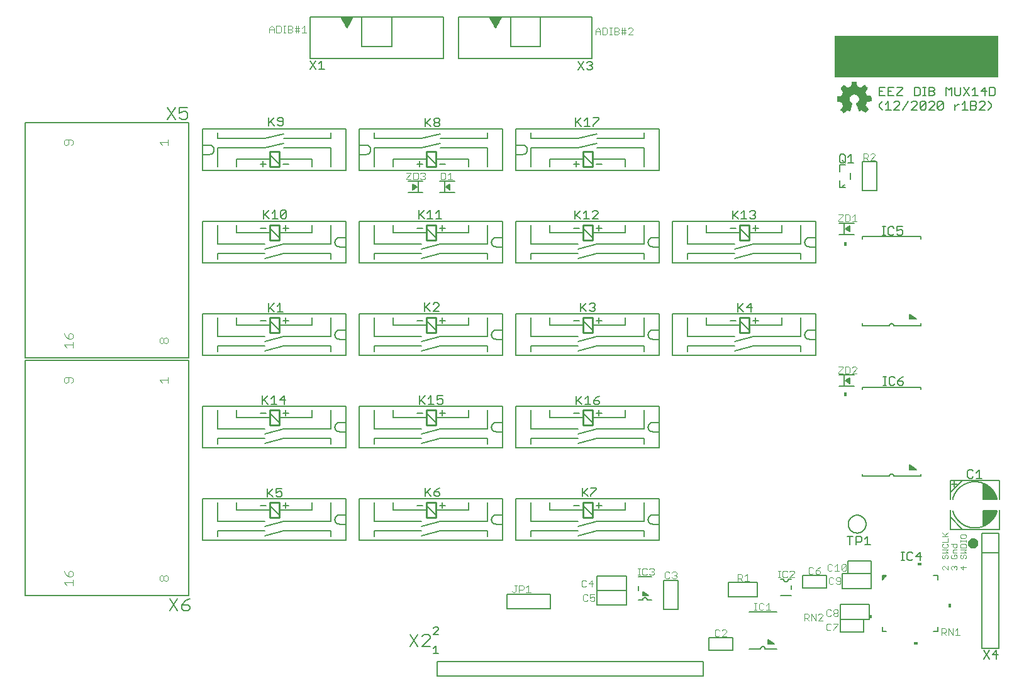
<source format=gto>
G75*
%MOIN*%
%OFA0B0*%
%FSLAX25Y25*%
%IPPOS*%
%LPD*%
%AMOC8*
5,1,8,0,0,1.08239X$1,22.5*
%
%ADD10C,0.00500*%
%ADD11R,0.87000X0.22250*%
%ADD12R,0.01485X0.00015*%
%ADD13R,0.00045X0.00015*%
%ADD14R,0.00105X0.00015*%
%ADD15R,0.00165X0.00015*%
%ADD16R,0.00225X0.00015*%
%ADD17R,0.00285X0.00015*%
%ADD18R,0.00345X0.00015*%
%ADD19R,0.00405X0.00015*%
%ADD20R,0.00435X0.00015*%
%ADD21R,0.00465X0.00015*%
%ADD22R,0.00495X0.00015*%
%ADD23R,0.00540X0.00015*%
%ADD24R,0.00585X0.00015*%
%ADD25R,0.00645X0.00015*%
%ADD26R,0.00150X0.00015*%
%ADD27R,0.00675X0.00015*%
%ADD28R,0.00195X0.00015*%
%ADD29R,0.00705X0.00015*%
%ADD30R,0.00240X0.00015*%
%ADD31R,0.00735X0.00015*%
%ADD32R,0.00270X0.00015*%
%ADD33R,0.00765X0.00015*%
%ADD34R,0.00300X0.00015*%
%ADD35R,0.00810X0.00015*%
%ADD36R,0.00360X0.00015*%
%ADD37R,0.00855X0.00015*%
%ADD38R,0.00435X0.00015*%
%ADD39R,0.00915X0.00015*%
%ADD40R,0.00465X0.00015*%
%ADD41R,0.00945X0.00015*%
%ADD42R,0.00960X0.00015*%
%ADD43R,0.00525X0.00015*%
%ADD44R,0.00990X0.00015*%
%ADD45R,0.00555X0.00015*%
%ADD46R,0.01035X0.00015*%
%ADD47R,0.00600X0.00015*%
%ADD48R,0.01080X0.00015*%
%ADD49R,0.01125X0.00015*%
%ADD50R,0.01170X0.00015*%
%ADD51R,0.00720X0.00015*%
%ADD52R,0.01200X0.00015*%
%ADD53R,0.00750X0.00015*%
%ADD54R,0.01230X0.00015*%
%ADD55R,0.00780X0.00015*%
%ADD56R,0.01260X0.00015*%
%ADD57R,0.00810X0.00015*%
%ADD58R,0.01305X0.00015*%
%ADD59R,0.01365X0.00015*%
%ADD60R,0.00900X0.00015*%
%ADD61R,0.01395X0.00015*%
%ADD62R,0.01440X0.00015*%
%ADD63R,0.01470X0.00015*%
%ADD64R,0.01005X0.00015*%
%ADD65R,0.01500X0.00015*%
%ADD66R,0.01020X0.00015*%
%ADD67R,0.01530X0.00015*%
%ADD68R,0.01065X0.00015*%
%ADD69R,0.01575X0.00015*%
%ADD70R,0.01095X0.00015*%
%ADD71R,0.01635X0.00015*%
%ADD72R,0.01155X0.00015*%
%ADD73R,0.01680X0.00015*%
%ADD74R,0.01200X0.00015*%
%ADD75R,0.01710X0.00015*%
%ADD76R,0.01230X0.00015*%
%ADD77R,0.01725X0.00015*%
%ADD78R,0.01245X0.00015*%
%ADD79R,0.01755X0.00015*%
%ADD80R,0.01275X0.00015*%
%ADD81R,0.01800X0.00015*%
%ADD82R,0.01320X0.00015*%
%ADD83R,0.01860X0.00015*%
%ADD84R,0.01905X0.00015*%
%ADD85R,0.01410X0.00015*%
%ADD86R,0.01935X0.00015*%
%ADD87R,0.01455X0.00015*%
%ADD88R,0.01965X0.00015*%
%ADD89R,0.01485X0.00015*%
%ADD90R,0.01995X0.00015*%
%ADD91R,0.01515X0.00015*%
%ADD92R,0.02040X0.00015*%
%ADD93R,0.01530X0.00015*%
%ADD94R,0.02070X0.00015*%
%ADD95R,0.01575X0.00015*%
%ADD96R,0.02115X0.00015*%
%ADD97R,0.01620X0.00015*%
%ADD98R,0.02160X0.00015*%
%ADD99R,0.01665X0.00015*%
%ADD100R,0.02190X0.00015*%
%ADD101R,0.00075X0.00015*%
%ADD102R,0.01695X0.00015*%
%ADD103R,0.02220X0.00015*%
%ADD104R,0.00105X0.00015*%
%ADD105R,0.02235X0.00015*%
%ADD106R,0.00135X0.00015*%
%ADD107R,0.01755X0.00015*%
%ADD108R,0.02280X0.00015*%
%ADD109R,0.00180X0.00015*%
%ADD110R,0.01785X0.00015*%
%ADD111R,0.02340X0.00015*%
%ADD112R,0.00240X0.00015*%
%ADD113R,0.01830X0.00015*%
%ADD114R,0.02385X0.00015*%
%ADD115R,0.01890X0.00015*%
%ADD116R,0.02415X0.00015*%
%ADD117R,0.00330X0.00015*%
%ADD118R,0.00120X0.00015*%
%ADD119R,0.01920X0.00015*%
%ADD120R,0.02430X0.00015*%
%ADD121R,0.00375X0.00015*%
%ADD122R,0.02460X0.00015*%
%ADD123R,0.00405X0.00015*%
%ADD124R,0.00195X0.00015*%
%ADD125R,0.01965X0.00015*%
%ADD126R,0.02505X0.00015*%
%ADD127R,0.00210X0.00015*%
%ADD128R,0.02010X0.00015*%
%ADD129R,0.02535X0.00015*%
%ADD130R,0.00480X0.00015*%
%ADD131R,0.02580X0.00015*%
%ADD132R,0.00540X0.00015*%
%ADD133R,0.02085X0.00015*%
%ADD134R,0.02625X0.00015*%
%ADD135R,0.02130X0.00015*%
%ADD136R,0.02670X0.00015*%
%ADD137R,0.00630X0.00015*%
%ADD138R,0.02700X0.00015*%
%ADD139R,0.00660X0.00015*%
%ADD140R,0.00450X0.00015*%
%ADD141R,0.02190X0.00015*%
%ADD142R,0.02715X0.00015*%
%ADD143R,0.02205X0.00015*%
%ADD144R,0.02745X0.00015*%
%ADD145R,0.00510X0.00015*%
%ADD146R,0.02235X0.00015*%
%ADD147R,0.02775X0.00015*%
%ADD148R,0.02820X0.00015*%
%ADD149R,0.02310X0.00015*%
%ADD150R,0.02880X0.00015*%
%ADD151R,0.00855X0.00015*%
%ADD152R,0.02355X0.00015*%
%ADD153R,0.02895X0.00015*%
%ADD154R,0.00870X0.00015*%
%ADD155R,0.00660X0.00015*%
%ADD156R,0.02925X0.00015*%
%ADD157R,0.00690X0.00015*%
%ADD158R,0.02970X0.00015*%
%ADD159R,0.03000X0.00015*%
%ADD160R,0.00750X0.00015*%
%ADD161R,0.03045X0.00015*%
%ADD162R,0.01005X0.00015*%
%ADD163R,0.00780X0.00015*%
%ADD164R,0.02505X0.00015*%
%ADD165R,0.03090X0.00015*%
%ADD166R,0.01050X0.00015*%
%ADD167R,0.00825X0.00015*%
%ADD168R,0.02550X0.00015*%
%ADD169R,0.03135X0.00015*%
%ADD170R,0.01095X0.00015*%
%ADD171R,0.00870X0.00015*%
%ADD172R,0.03165X0.00015*%
%ADD173R,0.01125X0.00015*%
%ADD174R,0.02625X0.00015*%
%ADD175R,0.03195X0.00015*%
%ADD176R,0.01140X0.00015*%
%ADD177R,0.00930X0.00015*%
%ADD178R,0.02655X0.00015*%
%ADD179R,0.03210X0.00015*%
%ADD180R,0.00960X0.00015*%
%ADD181R,0.03240X0.00015*%
%ADD182R,0.02700X0.00015*%
%ADD183R,0.03285X0.00015*%
%ADD184R,0.01245X0.00015*%
%ADD185R,0.02745X0.00015*%
%ADD186R,0.03330X0.00015*%
%ADD187R,0.02790X0.00015*%
%ADD188R,0.03360X0.00015*%
%ADD189R,0.01110X0.00015*%
%ADD190R,0.02835X0.00015*%
%ADD191R,0.03390X0.00015*%
%ADD192R,0.01335X0.00015*%
%ADD193R,0.01140X0.00015*%
%ADD194R,0.02865X0.00015*%
%ADD195R,0.03420X0.00015*%
%ADD196R,0.01155X0.00015*%
%ADD197R,0.04905X0.00015*%
%ADD198R,0.04920X0.00015*%
%ADD199R,0.02940X0.00015*%
%ADD200R,0.04950X0.00015*%
%ADD201R,0.02985X0.00015*%
%ADD202R,0.04965X0.00015*%
%ADD203R,0.01275X0.00015*%
%ADD204R,0.03015X0.00015*%
%ADD205R,0.04980X0.00015*%
%ADD206R,0.03045X0.00015*%
%ADD207R,0.05010X0.00015*%
%ADD208R,0.01335X0.00015*%
%ADD209R,0.03075X0.00015*%
%ADD210R,0.01350X0.00015*%
%ADD211R,0.03105X0.00015*%
%ADD212R,0.05040X0.00015*%
%ADD213R,0.01380X0.00015*%
%ADD214R,0.05040X0.00015*%
%ADD215R,0.01410X0.00015*%
%ADD216R,0.03180X0.00015*%
%ADD217R,0.05070X0.00015*%
%ADD218R,0.03225X0.00015*%
%ADD219R,0.03255X0.00015*%
%ADD220R,0.05085X0.00015*%
%ADD221R,0.01515X0.00015*%
%ADD222R,0.03300X0.00015*%
%ADD223R,0.05100X0.00015*%
%ADD224R,0.04935X0.00015*%
%ADD225R,0.05115X0.00015*%
%ADD226R,0.04995X0.00015*%
%ADD227R,0.05130X0.00015*%
%ADD228R,0.05010X0.00015*%
%ADD229R,0.05130X0.00015*%
%ADD230R,0.05010X0.00015*%
%ADD231R,0.05025X0.00015*%
%ADD232R,0.05040X0.00015*%
%ADD233R,0.05055X0.00015*%
%ADD234R,0.05130X0.00015*%
%ADD235R,0.05085X0.00015*%
%ADD236R,0.05115X0.00015*%
%ADD237R,0.05145X0.00015*%
%ADD238R,0.05160X0.00015*%
%ADD239R,0.05130X0.00015*%
%ADD240R,0.05190X0.00015*%
%ADD241R,0.05190X0.00015*%
%ADD242R,0.05205X0.00015*%
%ADD243R,0.05220X0.00015*%
%ADD244R,0.05070X0.00015*%
%ADD245R,0.05085X0.00015*%
%ADD246R,0.05205X0.00015*%
%ADD247R,0.05220X0.00015*%
%ADD248R,0.05055X0.00015*%
%ADD249R,0.05025X0.00015*%
%ADD250R,0.05205X0.00015*%
%ADD251R,0.05025X0.00015*%
%ADD252R,0.05190X0.00015*%
%ADD253R,0.05190X0.00015*%
%ADD254R,0.04995X0.00015*%
%ADD255R,0.05175X0.00015*%
%ADD256R,0.04950X0.00015*%
%ADD257R,0.05145X0.00015*%
%ADD258R,0.05145X0.00015*%
%ADD259R,0.04920X0.00015*%
%ADD260R,0.04905X0.00015*%
%ADD261R,0.04905X0.00015*%
%ADD262R,0.05115X0.00015*%
%ADD263R,0.04890X0.00015*%
%ADD264R,0.04890X0.00015*%
%ADD265R,0.04875X0.00015*%
%ADD266R,0.04845X0.00015*%
%ADD267R,0.04830X0.00015*%
%ADD268R,0.04830X0.00015*%
%ADD269R,0.05070X0.00015*%
%ADD270R,0.04830X0.00015*%
%ADD271R,0.04815X0.00015*%
%ADD272R,0.04800X0.00015*%
%ADD273R,0.04800X0.00015*%
%ADD274R,0.05010X0.00015*%
%ADD275R,0.04785X0.00015*%
%ADD276R,0.04770X0.00015*%
%ADD277R,0.04770X0.00015*%
%ADD278R,0.04755X0.00015*%
%ADD279R,0.04740X0.00015*%
%ADD280R,0.04725X0.00015*%
%ADD281R,0.04725X0.00015*%
%ADD282R,0.04980X0.00015*%
%ADD283R,0.04710X0.00015*%
%ADD284R,0.04725X0.00015*%
%ADD285R,0.04710X0.00015*%
%ADD286R,0.04695X0.00015*%
%ADD287R,0.04680X0.00015*%
%ADD288R,0.04695X0.00015*%
%ADD289R,0.04680X0.00015*%
%ADD290R,0.04905X0.00015*%
%ADD291R,0.04665X0.00015*%
%ADD292R,0.04650X0.00015*%
%ADD293R,0.04635X0.00015*%
%ADD294R,0.04620X0.00015*%
%ADD295R,0.04620X0.00015*%
%ADD296R,0.04890X0.00015*%
%ADD297R,0.04605X0.00015*%
%ADD298R,0.04605X0.00015*%
%ADD299R,0.04590X0.00015*%
%ADD300R,0.04845X0.00015*%
%ADD301R,0.04575X0.00015*%
%ADD302R,0.04590X0.00015*%
%ADD303R,0.04575X0.00015*%
%ADD304R,0.04845X0.00015*%
%ADD305R,0.04560X0.00015*%
%ADD306R,0.04545X0.00015*%
%ADD307R,0.04530X0.00015*%
%ADD308R,0.04515X0.00015*%
%ADD309R,0.04530X0.00015*%
%ADD310R,0.04500X0.00015*%
%ADD311R,0.04515X0.00015*%
%ADD312R,0.04785X0.00015*%
%ADD313R,0.04485X0.00015*%
%ADD314R,0.04755X0.00015*%
%ADD315R,0.04470X0.00015*%
%ADD316R,0.04740X0.00015*%
%ADD317R,0.04485X0.00015*%
%ADD318R,0.04755X0.00015*%
%ADD319R,0.04545X0.00015*%
%ADD320R,0.04695X0.00015*%
%ADD321R,0.04680X0.00015*%
%ADD322R,0.04665X0.00015*%
%ADD323R,0.04725X0.00015*%
%ADD324R,0.04680X0.00015*%
%ADD325R,0.04860X0.00015*%
%ADD326R,0.04740X0.00015*%
%ADD327R,0.04875X0.00015*%
%ADD328R,0.04965X0.00015*%
%ADD329R,0.04860X0.00015*%
%ADD330R,0.04995X0.00015*%
%ADD331R,0.04875X0.00015*%
%ADD332R,0.04980X0.00015*%
%ADD333R,0.05235X0.00015*%
%ADD334R,0.05235X0.00015*%
%ADD335R,0.05250X0.00015*%
%ADD336R,0.05280X0.00015*%
%ADD337R,0.05295X0.00015*%
%ADD338R,0.05325X0.00015*%
%ADD339R,0.05340X0.00015*%
%ADD340R,0.05235X0.00015*%
%ADD341R,0.05355X0.00015*%
%ADD342R,0.05370X0.00015*%
%ADD343R,0.05265X0.00015*%
%ADD344R,0.05370X0.00015*%
%ADD345R,0.05280X0.00015*%
%ADD346R,0.05385X0.00015*%
%ADD347R,0.05295X0.00015*%
%ADD348R,0.05400X0.00015*%
%ADD349R,0.05415X0.00015*%
%ADD350R,0.05310X0.00015*%
%ADD351R,0.05430X0.00015*%
%ADD352R,0.05445X0.00015*%
%ADD353R,0.05460X0.00015*%
%ADD354R,0.05355X0.00015*%
%ADD355R,0.05475X0.00015*%
%ADD356R,0.05505X0.00015*%
%ADD357R,0.05520X0.00015*%
%ADD358R,0.05535X0.00015*%
%ADD359R,0.05550X0.00015*%
%ADD360R,0.05550X0.00015*%
%ADD361R,0.05475X0.00015*%
%ADD362R,0.05490X0.00015*%
%ADD363R,0.05475X0.00015*%
%ADD364R,0.05385X0.00015*%
%ADD365R,0.05370X0.00015*%
%ADD366R,0.05325X0.00015*%
%ADD367R,0.05310X0.00015*%
%ADD368R,0.05265X0.00015*%
%ADD369R,0.05175X0.00015*%
%ADD370R,0.04980X0.00015*%
%ADD371R,0.04965X0.00015*%
%ADD372R,0.04860X0.00015*%
%ADD373R,0.04845X0.00015*%
%ADD374R,0.04815X0.00015*%
%ADD375R,0.04770X0.00015*%
%ADD376R,0.05295X0.00015*%
%ADD377R,0.04635X0.00015*%
%ADD378R,0.05610X0.00015*%
%ADD379R,0.05700X0.00015*%
%ADD380R,0.05760X0.00015*%
%ADD381R,0.05805X0.00015*%
%ADD382R,0.05850X0.00015*%
%ADD383R,0.05895X0.00015*%
%ADD384R,0.06000X0.00015*%
%ADD385R,0.06135X0.00015*%
%ADD386R,0.06225X0.00015*%
%ADD387R,0.06300X0.00015*%
%ADD388R,0.06330X0.00015*%
%ADD389R,0.06375X0.00015*%
%ADD390R,0.06450X0.00015*%
%ADD391R,0.06570X0.00015*%
%ADD392R,0.05565X0.00015*%
%ADD393R,0.06690X0.00015*%
%ADD394R,0.06735X0.00015*%
%ADD395R,0.05790X0.00015*%
%ADD396R,0.06765X0.00015*%
%ADD397R,0.05850X0.00015*%
%ADD398R,0.06780X0.00015*%
%ADD399R,0.05895X0.00015*%
%ADD400R,0.06795X0.00015*%
%ADD401R,0.05955X0.00015*%
%ADD402R,0.06810X0.00015*%
%ADD403R,0.06060X0.00015*%
%ADD404R,0.06195X0.00015*%
%ADD405R,0.06825X0.00015*%
%ADD406R,0.06330X0.00015*%
%ADD407R,0.06840X0.00015*%
%ADD408R,0.06390X0.00015*%
%ADD409R,0.06495X0.00015*%
%ADD410R,0.06840X0.00015*%
%ADD411R,0.06555X0.00015*%
%ADD412R,0.06825X0.00015*%
%ADD413R,0.06645X0.00015*%
%ADD414R,0.06825X0.00015*%
%ADD415R,0.06705X0.00015*%
%ADD416R,0.06705X0.00015*%
%ADD417R,0.06810X0.00015*%
%ADD418R,0.06720X0.00015*%
%ADD419R,0.06795X0.00015*%
%ADD420R,0.06750X0.00015*%
%ADD421R,0.06765X0.00015*%
%ADD422R,0.06795X0.00015*%
%ADD423R,0.06780X0.00015*%
%ADD424R,0.06780X0.00015*%
%ADD425R,0.06750X0.00015*%
%ADD426R,0.06720X0.00015*%
%ADD427R,0.06720X0.00015*%
%ADD428R,0.06705X0.00015*%
%ADD429R,0.06705X0.00015*%
%ADD430R,0.06690X0.00015*%
%ADD431R,0.06675X0.00015*%
%ADD432R,0.06690X0.00015*%
%ADD433R,0.06675X0.00015*%
%ADD434R,0.06675X0.00015*%
%ADD435R,0.06660X0.00015*%
%ADD436R,0.06675X0.00015*%
%ADD437R,0.06660X0.00015*%
%ADD438R,0.06660X0.00015*%
%ADD439R,0.06645X0.00015*%
%ADD440R,0.06630X0.00015*%
%ADD441R,0.06660X0.00015*%
%ADD442R,0.06630X0.00015*%
%ADD443R,0.06645X0.00015*%
%ADD444R,0.06735X0.00015*%
%ADD445R,0.06765X0.00015*%
%ADD446R,0.06780X0.00015*%
%ADD447R,0.06825X0.00015*%
%ADD448R,0.06855X0.00015*%
%ADD449R,0.06855X0.00015*%
%ADD450R,0.06870X0.00015*%
%ADD451R,0.06885X0.00015*%
%ADD452R,0.06525X0.00015*%
%ADD453R,0.06405X0.00015*%
%ADD454R,0.06255X0.00015*%
%ADD455R,0.06165X0.00015*%
%ADD456R,0.06870X0.00015*%
%ADD457R,0.06120X0.00015*%
%ADD458R,0.06885X0.00015*%
%ADD459R,0.06060X0.00015*%
%ADD460R,0.06015X0.00015*%
%ADD461R,0.05910X0.00015*%
%ADD462R,0.05670X0.00015*%
%ADD463R,0.05595X0.00015*%
%ADD464R,0.06585X0.00015*%
%ADD465R,0.05160X0.00015*%
%ADD466R,0.06390X0.00015*%
%ADD467R,0.05025X0.00015*%
%ADD468R,0.06330X0.00015*%
%ADD469R,0.06075X0.00015*%
%ADD470R,0.05820X0.00015*%
%ADD471R,0.05775X0.00015*%
%ADD472R,0.05685X0.00015*%
%ADD473R,0.05460X0.00015*%
%ADD474R,0.04860X0.00015*%
%ADD475R,0.04935X0.00015*%
%ADD476R,0.05160X0.00015*%
%ADD477R,0.05325X0.00015*%
%ADD478R,0.05340X0.00015*%
%ADD479R,0.05355X0.00015*%
%ADD480R,0.05430X0.00015*%
%ADD481R,0.05535X0.00015*%
%ADD482R,0.05595X0.00015*%
%ADD483R,0.05640X0.00015*%
%ADD484R,0.05640X0.00015*%
%ADD485R,0.05670X0.00015*%
%ADD486R,0.05685X0.00015*%
%ADD487R,0.05700X0.00015*%
%ADD488R,0.05715X0.00015*%
%ADD489R,0.05715X0.00015*%
%ADD490R,0.05730X0.00015*%
%ADD491R,0.05745X0.00015*%
%ADD492R,0.05760X0.00015*%
%ADD493R,0.06000X0.00015*%
%ADD494R,0.06105X0.00015*%
%ADD495R,0.06180X0.00015*%
%ADD496R,0.06210X0.00015*%
%ADD497R,0.12690X0.00015*%
%ADD498R,0.12675X0.00015*%
%ADD499R,0.12660X0.00015*%
%ADD500R,0.12660X0.00015*%
%ADD501R,0.12645X0.00015*%
%ADD502R,0.12615X0.00015*%
%ADD503R,0.12600X0.00015*%
%ADD504R,0.12585X0.00015*%
%ADD505R,0.12555X0.00015*%
%ADD506R,0.12540X0.00015*%
%ADD507R,0.12525X0.00015*%
%ADD508R,0.12510X0.00015*%
%ADD509R,0.12510X0.00015*%
%ADD510R,0.12480X0.00015*%
%ADD511R,0.12450X0.00015*%
%ADD512R,0.12435X0.00015*%
%ADD513R,0.12420X0.00015*%
%ADD514R,0.12390X0.00015*%
%ADD515R,0.12375X0.00015*%
%ADD516R,0.12360X0.00015*%
%ADD517R,0.12330X0.00015*%
%ADD518R,0.12300X0.00015*%
%ADD519R,0.12285X0.00015*%
%ADD520R,0.12270X0.00015*%
%ADD521R,0.12255X0.00015*%
%ADD522R,0.12240X0.00015*%
%ADD523R,0.12225X0.00015*%
%ADD524R,0.12195X0.00015*%
%ADD525R,0.12165X0.00015*%
%ADD526R,0.12150X0.00015*%
%ADD527R,0.12135X0.00015*%
%ADD528R,0.12120X0.00015*%
%ADD529R,0.12090X0.00015*%
%ADD530R,0.12075X0.00015*%
%ADD531R,0.12060X0.00015*%
%ADD532R,0.12045X0.00015*%
%ADD533R,0.12015X0.00015*%
%ADD534R,0.12000X0.00015*%
%ADD535R,0.11985X0.00015*%
%ADD536R,0.11955X0.00015*%
%ADD537R,0.11940X0.00015*%
%ADD538R,0.11925X0.00015*%
%ADD539R,0.11910X0.00015*%
%ADD540R,0.11910X0.00015*%
%ADD541R,0.11880X0.00015*%
%ADD542R,0.11850X0.00015*%
%ADD543R,0.11835X0.00015*%
%ADD544R,0.11805X0.00015*%
%ADD545R,0.11775X0.00015*%
%ADD546R,0.11760X0.00015*%
%ADD547R,0.11745X0.00015*%
%ADD548R,0.11730X0.00015*%
%ADD549R,0.11700X0.00015*%
%ADD550R,0.11700X0.00015*%
%ADD551R,0.11685X0.00015*%
%ADD552R,0.11655X0.00015*%
%ADD553R,0.11640X0.00015*%
%ADD554R,0.11625X0.00015*%
%ADD555R,0.11625X0.00015*%
%ADD556R,0.11670X0.00015*%
%ADD557R,0.11715X0.00015*%
%ADD558R,0.11790X0.00015*%
%ADD559R,0.11820X0.00015*%
%ADD560R,0.11820X0.00015*%
%ADD561R,0.11880X0.00015*%
%ADD562R,0.11895X0.00015*%
%ADD563R,0.11970X0.00015*%
%ADD564R,0.12045X0.00015*%
%ADD565R,0.12075X0.00015*%
%ADD566R,0.12105X0.00015*%
%ADD567R,0.12135X0.00015*%
%ADD568R,0.12165X0.00015*%
%ADD569R,0.12180X0.00015*%
%ADD570R,0.12195X0.00015*%
%ADD571R,0.12210X0.00015*%
%ADD572R,0.12225X0.00015*%
%ADD573R,0.12255X0.00015*%
%ADD574R,0.12360X0.00015*%
%ADD575R,0.12390X0.00015*%
%ADD576R,0.12405X0.00015*%
%ADD577R,0.12435X0.00015*%
%ADD578R,0.12480X0.00015*%
%ADD579R,0.12480X0.00015*%
%ADD580R,0.12510X0.00015*%
%ADD581R,0.12570X0.00015*%
%ADD582R,0.12630X0.00015*%
%ADD583R,0.12675X0.00015*%
%ADD584R,0.12705X0.00015*%
%ADD585R,0.12735X0.00015*%
%ADD586R,0.12750X0.00015*%
%ADD587R,0.12780X0.00015*%
%ADD588R,0.12795X0.00015*%
%ADD589R,0.12810X0.00015*%
%ADD590R,0.12840X0.00015*%
%ADD591R,0.12855X0.00015*%
%ADD592R,0.12885X0.00015*%
%ADD593R,0.12900X0.00015*%
%ADD594R,0.12915X0.00015*%
%ADD595R,0.12945X0.00015*%
%ADD596R,0.12960X0.00015*%
%ADD597R,0.12990X0.00015*%
%ADD598R,0.13005X0.00015*%
%ADD599R,0.13020X0.00015*%
%ADD600R,0.13035X0.00015*%
%ADD601R,0.13065X0.00015*%
%ADD602R,0.13080X0.00015*%
%ADD603R,0.13110X0.00015*%
%ADD604R,0.13125X0.00015*%
%ADD605R,0.13155X0.00015*%
%ADD606R,0.13170X0.00015*%
%ADD607R,0.13200X0.00015*%
%ADD608R,0.13230X0.00015*%
%ADD609R,0.13260X0.00015*%
%ADD610R,0.13290X0.00015*%
%ADD611R,0.13320X0.00015*%
%ADD612R,0.13350X0.00015*%
%ADD613R,0.13365X0.00015*%
%ADD614R,0.13395X0.00015*%
%ADD615R,0.13425X0.00015*%
%ADD616R,0.13455X0.00015*%
%ADD617R,0.13470X0.00015*%
%ADD618R,0.13500X0.00015*%
%ADD619R,0.13530X0.00015*%
%ADD620R,0.13560X0.00015*%
%ADD621R,0.13575X0.00015*%
%ADD622R,0.13605X0.00015*%
%ADD623R,0.13635X0.00015*%
%ADD624R,0.13650X0.00015*%
%ADD625R,0.13680X0.00015*%
%ADD626R,0.13695X0.00015*%
%ADD627R,0.13725X0.00015*%
%ADD628R,0.13740X0.00015*%
%ADD629R,0.13770X0.00015*%
%ADD630R,0.13785X0.00015*%
%ADD631R,0.13800X0.00015*%
%ADD632R,0.13830X0.00015*%
%ADD633R,0.13860X0.00015*%
%ADD634R,0.13875X0.00015*%
%ADD635R,0.13905X0.00015*%
%ADD636R,0.13935X0.00015*%
%ADD637R,0.13950X0.00015*%
%ADD638R,0.13980X0.00015*%
%ADD639R,0.14010X0.00015*%
%ADD640R,0.14025X0.00015*%
%ADD641R,0.14055X0.00015*%
%ADD642R,0.14070X0.00015*%
%ADD643R,0.14085X0.00015*%
%ADD644R,0.14115X0.00015*%
%ADD645R,0.14145X0.00015*%
%ADD646R,0.14160X0.00015*%
%ADD647R,0.14190X0.00015*%
%ADD648R,0.14205X0.00015*%
%ADD649R,0.14220X0.00015*%
%ADD650R,0.14235X0.00015*%
%ADD651R,0.14265X0.00015*%
%ADD652R,0.14280X0.00015*%
%ADD653R,0.14295X0.00015*%
%ADD654R,0.14295X0.00015*%
%ADD655R,0.14250X0.00015*%
%ADD656R,0.14205X0.00015*%
%ADD657R,0.14175X0.00015*%
%ADD658R,0.14160X0.00015*%
%ADD659R,0.14130X0.00015*%
%ADD660R,0.14100X0.00015*%
%ADD661R,0.14040X0.00015*%
%ADD662R,0.14010X0.00015*%
%ADD663R,0.03465X0.00015*%
%ADD664R,0.10440X0.00015*%
%ADD665R,0.03420X0.00015*%
%ADD666R,0.10395X0.00015*%
%ADD667R,0.03375X0.00015*%
%ADD668R,0.10335X0.00015*%
%ADD669R,0.03570X0.00015*%
%ADD670R,0.06600X0.00015*%
%ADD671R,0.03525X0.00015*%
%ADD672R,0.03270X0.00015*%
%ADD673R,0.03495X0.00015*%
%ADD674R,0.03210X0.00015*%
%ADD675R,0.06480X0.00015*%
%ADD676R,0.03435X0.00015*%
%ADD677R,0.03165X0.00015*%
%ADD678R,0.03390X0.00015*%
%ADD679R,0.03120X0.00015*%
%ADD680R,0.06315X0.00015*%
%ADD681R,0.03345X0.00015*%
%ADD682R,0.03090X0.00015*%
%ADD683R,0.03075X0.00015*%
%ADD684R,0.06225X0.00015*%
%ADD685R,0.03270X0.00015*%
%ADD686R,0.06180X0.00015*%
%ADD687R,0.02970X0.00015*%
%ADD688R,0.06075X0.00015*%
%ADD689R,0.03195X0.00015*%
%ADD690R,0.02925X0.00015*%
%ADD691R,0.05985X0.00015*%
%ADD692R,0.03135X0.00015*%
%ADD693R,0.02850X0.00015*%
%ADD694R,0.05835X0.00015*%
%ADD695R,0.03030X0.00015*%
%ADD696R,0.02805X0.00015*%
%ADD697R,0.02730X0.00015*%
%ADD698R,0.05625X0.00015*%
%ADD699R,0.02925X0.00015*%
%ADD700R,0.02640X0.00015*%
%ADD701R,0.02595X0.00015*%
%ADD702R,0.02565X0.00015*%
%ADD703R,0.02760X0.00015*%
%ADD704R,0.02520X0.00015*%
%ADD705R,0.02730X0.00015*%
%ADD706R,0.02475X0.00015*%
%ADD707R,0.02685X0.00015*%
%ADD708R,0.02445X0.00015*%
%ADD709R,0.02400X0.00015*%
%ADD710R,0.02370X0.00015*%
%ADD711R,0.02565X0.00015*%
%ADD712R,0.02340X0.00015*%
%ADD713R,0.02325X0.00015*%
%ADD714R,0.02505X0.00015*%
%ADD715R,0.02280X0.00015*%
%ADD716R,0.02460X0.00015*%
%ADD717R,0.04560X0.00015*%
%ADD718R,0.02190X0.00015*%
%ADD719R,0.04440X0.00015*%
%ADD720R,0.02370X0.00015*%
%ADD721R,0.02145X0.00015*%
%ADD722R,0.04365X0.00015*%
%ADD723R,0.04320X0.00015*%
%ADD724R,0.02310X0.00015*%
%ADD725R,0.02100X0.00015*%
%ADD726R,0.04260X0.00015*%
%ADD727R,0.04200X0.00015*%
%ADD728R,0.02265X0.00015*%
%ADD729R,0.02040X0.00015*%
%ADD730R,0.04095X0.00015*%
%ADD731R,0.02220X0.00015*%
%ADD732R,0.03915X0.00015*%
%ADD733R,0.02175X0.00015*%
%ADD734R,0.03765X0.00015*%
%ADD735R,0.03675X0.00015*%
%ADD736R,0.01890X0.00015*%
%ADD737R,0.03615X0.00015*%
%ADD738R,0.02055X0.00015*%
%ADD739R,0.01860X0.00015*%
%ADD740R,0.03555X0.00015*%
%ADD741R,0.01815X0.00015*%
%ADD742R,0.03450X0.00015*%
%ADD743R,0.01725X0.00015*%
%ADD744R,0.03315X0.00015*%
%ADD745R,0.01905X0.00015*%
%ADD746R,0.01680X0.00015*%
%ADD747R,0.01650X0.00015*%
%ADD748R,0.01620X0.00015*%
%ADD749R,0.01590X0.00015*%
%ADD750R,0.01770X0.00015*%
%ADD751R,0.01560X0.00015*%
%ADD752R,0.03240X0.00015*%
%ADD753R,0.01740X0.00015*%
%ADD754R,0.01665X0.00015*%
%ADD755R,0.01455X0.00015*%
%ADD756R,0.01635X0.00015*%
%ADD757R,0.01410X0.00015*%
%ADD758R,0.01395X0.00015*%
%ADD759R,0.01365X0.00015*%
%ADD760R,0.01335X0.00015*%
%ADD761R,0.01290X0.00015*%
%ADD762R,0.03210X0.00015*%
%ADD763R,0.01455X0.00015*%
%ADD764R,0.01185X0.00015*%
%ADD765R,0.01290X0.00015*%
%ADD766R,0.01110X0.00015*%
%ADD767R,0.01260X0.00015*%
%ADD768R,0.03180X0.00015*%
%ADD769R,0.00975X0.00015*%
%ADD770R,0.03150X0.00015*%
%ADD771R,0.00885X0.00015*%
%ADD772R,0.03150X0.00015*%
%ADD773R,0.01050X0.00015*%
%ADD774R,0.00795X0.00015*%
%ADD775R,0.00885X0.00015*%
%ADD776R,0.00690X0.00015*%
%ADD777R,0.00840X0.00015*%
%ADD778R,0.00570X0.00015*%
%ADD779R,0.00525X0.00015*%
%ADD780R,0.03105X0.00015*%
%ADD781R,0.00660X0.00015*%
%ADD782R,0.00615X0.00015*%
%ADD783R,0.00420X0.00015*%
%ADD784R,0.00555X0.00015*%
%ADD785R,0.00390X0.00015*%
%ADD786R,0.00525X0.00015*%
%ADD787R,0.00360X0.00015*%
%ADD788R,0.00495X0.00015*%
%ADD789R,0.03075X0.00015*%
%ADD790R,0.00450X0.00015*%
%ADD791R,0.00225X0.00015*%
%ADD792R,0.00345X0.00015*%
%ADD793R,0.00255X0.00015*%
%ADD794R,0.03060X0.00015*%
%ADD795R,0.00180X0.00015*%
%ADD796R,0.00075X0.00015*%
%ADD797R,0.03000X0.00015*%
%ADD798R,0.02955X0.00015*%
%ADD799R,0.02940X0.00015*%
%ADD800R,0.02940X0.00015*%
%ADD801R,0.02910X0.00015*%
%ADD802R,0.02910X0.00015*%
%ADD803R,0.02865X0.00015*%
%ADD804R,0.02805X0.00015*%
%ADD805R,0.02775X0.00015*%
%ADD806R,0.02760X0.00015*%
%ADD807R,0.02655X0.00015*%
%ADD808R,0.02640X0.00015*%
%ADD809R,0.02610X0.00015*%
%ADD810R,0.02595X0.00015*%
%ADD811R,0.02535X0.00015*%
%ADD812R,0.02475X0.00015*%
%ADD813R,0.02175X0.00015*%
%ADD814R,0.01575X0.00015*%
%ADD815C,0.00300*%
%ADD816C,0.02600*%
%ADD817C,0.00400*%
%ADD818C,0.00800*%
%ADD819C,0.00700*%
%ADD820C,0.00600*%
%ADD821C,0.00100*%
%ADD822C,0.01000*%
%ADD823R,0.00787X0.05512*%
D10*
X0213938Y0185920D02*
X0213938Y0190424D01*
X0214688Y0188172D02*
X0216940Y0185920D01*
X0218542Y0186670D02*
X0219292Y0185920D01*
X0220794Y0185920D01*
X0221544Y0186670D01*
X0221544Y0188172D01*
X0220794Y0188922D01*
X0220043Y0188922D01*
X0218542Y0188172D01*
X0218542Y0190424D01*
X0221544Y0190424D01*
X0216940Y0190424D02*
X0213938Y0187421D01*
X0214340Y0235120D02*
X0212088Y0237372D01*
X0211338Y0236621D02*
X0214340Y0239624D01*
X0215942Y0238122D02*
X0217443Y0239624D01*
X0217443Y0235120D01*
X0215942Y0235120D02*
X0218944Y0235120D01*
X0220546Y0237372D02*
X0223548Y0237372D01*
X0222797Y0239624D02*
X0220546Y0237372D01*
X0222797Y0235120D02*
X0222797Y0239624D01*
X0211338Y0239624D02*
X0211338Y0235120D01*
X0214538Y0284020D02*
X0214538Y0288524D01*
X0215288Y0286272D02*
X0217540Y0284020D01*
X0219142Y0284020D02*
X0222144Y0284020D01*
X0220643Y0284020D02*
X0220643Y0288524D01*
X0219142Y0287022D01*
X0217540Y0288524D02*
X0214538Y0285521D01*
X0214790Y0333520D02*
X0212538Y0335772D01*
X0211788Y0335021D02*
X0214790Y0338024D01*
X0216392Y0336522D02*
X0217893Y0338024D01*
X0217893Y0333520D01*
X0216392Y0333520D02*
X0219394Y0333520D01*
X0220996Y0334270D02*
X0223998Y0337273D01*
X0223998Y0334270D01*
X0223247Y0333520D01*
X0221746Y0333520D01*
X0220996Y0334270D01*
X0220996Y0337273D01*
X0221746Y0338024D01*
X0223247Y0338024D01*
X0223998Y0337273D01*
X0211788Y0338024D02*
X0211788Y0333520D01*
X0214688Y0382620D02*
X0214688Y0387124D01*
X0215438Y0384872D02*
X0217690Y0382620D01*
X0219292Y0383370D02*
X0220042Y0382620D01*
X0221544Y0382620D01*
X0222294Y0383370D01*
X0222294Y0386373D01*
X0221544Y0387124D01*
X0220042Y0387124D01*
X0219292Y0386373D01*
X0219292Y0385622D01*
X0220042Y0384872D01*
X0222294Y0384872D01*
X0217690Y0387124D02*
X0214688Y0384121D01*
X0236603Y0412539D02*
X0239606Y0417043D01*
X0241207Y0415542D02*
X0242708Y0417043D01*
X0242708Y0412539D01*
X0241207Y0412539D02*
X0244209Y0412539D01*
X0239606Y0412539D02*
X0236603Y0417043D01*
X0256105Y0434524D02*
X0259255Y0440429D01*
X0252955Y0440429D01*
X0256105Y0434524D01*
X0255895Y0434918D02*
X0256315Y0434918D01*
X0256581Y0435417D02*
X0255629Y0435417D01*
X0255363Y0435915D02*
X0256847Y0435915D01*
X0257113Y0436414D02*
X0255097Y0436414D01*
X0254831Y0436912D02*
X0257379Y0436912D01*
X0257645Y0437411D02*
X0254565Y0437411D01*
X0254299Y0437909D02*
X0257911Y0437909D01*
X0258176Y0438408D02*
X0254034Y0438408D01*
X0253768Y0438906D02*
X0258442Y0438906D01*
X0258708Y0439405D02*
X0253502Y0439405D01*
X0253236Y0439903D02*
X0258974Y0439903D01*
X0259240Y0440402D02*
X0252970Y0440402D01*
X0297538Y0386774D02*
X0297538Y0382270D01*
X0297538Y0383771D02*
X0300540Y0386774D01*
X0302142Y0386023D02*
X0302142Y0385272D01*
X0302892Y0384522D01*
X0304394Y0384522D01*
X0305144Y0383771D01*
X0305144Y0383020D01*
X0304394Y0382270D01*
X0302892Y0382270D01*
X0302142Y0383020D01*
X0302142Y0383771D01*
X0302892Y0384522D01*
X0304394Y0384522D02*
X0305144Y0385272D01*
X0305144Y0386023D01*
X0304394Y0386774D01*
X0302892Y0386774D01*
X0302142Y0386023D01*
X0300540Y0382270D02*
X0298288Y0384522D01*
X0297090Y0338024D02*
X0294088Y0335021D01*
X0294838Y0335772D02*
X0297090Y0333520D01*
X0298692Y0333520D02*
X0301694Y0333520D01*
X0300193Y0333520D02*
X0300193Y0338024D01*
X0298692Y0336522D01*
X0303296Y0336522D02*
X0304797Y0338024D01*
X0304797Y0333520D01*
X0303296Y0333520D02*
X0306298Y0333520D01*
X0294088Y0333520D02*
X0294088Y0338024D01*
X0297138Y0288874D02*
X0297138Y0284370D01*
X0297138Y0285871D02*
X0300140Y0288874D01*
X0301742Y0288123D02*
X0302492Y0288874D01*
X0303994Y0288874D01*
X0304744Y0288123D01*
X0304744Y0287372D01*
X0301742Y0284370D01*
X0304744Y0284370D01*
X0300140Y0284370D02*
X0297888Y0286622D01*
X0297590Y0239524D02*
X0294588Y0236521D01*
X0295338Y0237272D02*
X0297590Y0235020D01*
X0299192Y0235020D02*
X0302194Y0235020D01*
X0300693Y0235020D02*
X0300693Y0239524D01*
X0299192Y0238022D01*
X0303796Y0237272D02*
X0303796Y0239524D01*
X0306798Y0239524D01*
X0306047Y0238022D02*
X0306798Y0237272D01*
X0306798Y0235770D01*
X0306047Y0235020D01*
X0304546Y0235020D01*
X0303796Y0235770D01*
X0303796Y0237272D02*
X0305297Y0238022D01*
X0306047Y0238022D01*
X0294588Y0239524D02*
X0294588Y0235020D01*
X0297688Y0190824D02*
X0297688Y0186320D01*
X0297688Y0187821D02*
X0300690Y0190824D01*
X0302292Y0188572D02*
X0304544Y0188572D01*
X0305294Y0187821D01*
X0305294Y0187070D01*
X0304544Y0186320D01*
X0303042Y0186320D01*
X0302292Y0187070D01*
X0302292Y0188572D01*
X0303793Y0190073D01*
X0305294Y0190824D01*
X0300690Y0186320D02*
X0298438Y0188572D01*
X0340930Y0134390D02*
X0363946Y0134390D01*
X0363946Y0126650D01*
X0340930Y0126650D01*
X0340930Y0134390D01*
X0304452Y0116318D02*
X0303785Y0116986D01*
X0302451Y0116986D01*
X0301783Y0116318D01*
X0304452Y0116318D02*
X0304452Y0115651D01*
X0301783Y0112982D01*
X0304452Y0112982D01*
X0303118Y0106986D02*
X0303118Y0102982D01*
X0304452Y0102982D02*
X0301783Y0102982D01*
X0301783Y0105651D02*
X0303118Y0106986D01*
X0388670Y0128650D02*
X0388670Y0136390D01*
X0404205Y0136390D01*
X0404205Y0128650D01*
X0388670Y0128650D01*
X0388670Y0136400D02*
X0388670Y0144140D01*
X0404205Y0144140D01*
X0404205Y0136400D01*
X0388670Y0136400D01*
X0423818Y0141787D02*
X0423818Y0126252D01*
X0431558Y0126252D01*
X0431558Y0141787D01*
X0423818Y0141787D01*
X0458170Y0140640D02*
X0458170Y0132900D01*
X0473705Y0132900D01*
X0473705Y0140640D01*
X0458170Y0140640D01*
X0460487Y0111390D02*
X0447888Y0111390D01*
X0447888Y0104650D01*
X0460487Y0104650D01*
X0460487Y0111390D01*
X0497638Y0137650D02*
X0497638Y0144390D01*
X0510237Y0144390D01*
X0510237Y0137650D01*
X0497638Y0137650D01*
X0517420Y0128890D02*
X0517420Y0121150D01*
X0532955Y0121150D01*
X0532955Y0128890D01*
X0517420Y0128890D01*
X0517388Y0121140D02*
X0529987Y0121140D01*
X0529987Y0114400D01*
X0517388Y0114400D01*
X0517388Y0121140D01*
X0518420Y0137500D02*
X0518420Y0145240D01*
X0533955Y0145240D01*
X0533955Y0137500D01*
X0518420Y0137500D01*
X0521388Y0145200D02*
X0521388Y0151940D01*
X0533987Y0151940D01*
X0533987Y0145200D01*
X0521388Y0145200D01*
X0522689Y0160570D02*
X0522689Y0165074D01*
X0521188Y0165074D02*
X0524190Y0165074D01*
X0525792Y0165074D02*
X0528044Y0165074D01*
X0528794Y0164323D01*
X0528794Y0162822D01*
X0528044Y0162071D01*
X0525792Y0162071D01*
X0525792Y0160570D02*
X0525792Y0165074D01*
X0530396Y0163572D02*
X0531897Y0165074D01*
X0531897Y0160570D01*
X0530396Y0160570D02*
X0533398Y0160570D01*
X0521714Y0171570D02*
X0521716Y0171707D01*
X0521722Y0171845D01*
X0521732Y0171982D01*
X0521746Y0172118D01*
X0521764Y0172255D01*
X0521786Y0172390D01*
X0521812Y0172525D01*
X0521841Y0172659D01*
X0521875Y0172793D01*
X0521912Y0172925D01*
X0521954Y0173056D01*
X0521999Y0173186D01*
X0522048Y0173314D01*
X0522100Y0173441D01*
X0522157Y0173566D01*
X0522216Y0173690D01*
X0522280Y0173812D01*
X0522347Y0173932D01*
X0522417Y0174050D01*
X0522491Y0174166D01*
X0522568Y0174280D01*
X0522649Y0174391D01*
X0522732Y0174500D01*
X0522819Y0174607D01*
X0522909Y0174710D01*
X0523002Y0174812D01*
X0523098Y0174910D01*
X0523196Y0175006D01*
X0523298Y0175099D01*
X0523401Y0175189D01*
X0523508Y0175276D01*
X0523617Y0175359D01*
X0523728Y0175440D01*
X0523842Y0175517D01*
X0523958Y0175591D01*
X0524076Y0175661D01*
X0524196Y0175728D01*
X0524318Y0175792D01*
X0524442Y0175851D01*
X0524567Y0175908D01*
X0524694Y0175960D01*
X0524822Y0176009D01*
X0524952Y0176054D01*
X0525083Y0176096D01*
X0525215Y0176133D01*
X0525349Y0176167D01*
X0525483Y0176196D01*
X0525618Y0176222D01*
X0525753Y0176244D01*
X0525890Y0176262D01*
X0526026Y0176276D01*
X0526163Y0176286D01*
X0526301Y0176292D01*
X0526438Y0176294D01*
X0526575Y0176292D01*
X0526713Y0176286D01*
X0526850Y0176276D01*
X0526986Y0176262D01*
X0527123Y0176244D01*
X0527258Y0176222D01*
X0527393Y0176196D01*
X0527527Y0176167D01*
X0527661Y0176133D01*
X0527793Y0176096D01*
X0527924Y0176054D01*
X0528054Y0176009D01*
X0528182Y0175960D01*
X0528309Y0175908D01*
X0528434Y0175851D01*
X0528558Y0175792D01*
X0528680Y0175728D01*
X0528800Y0175661D01*
X0528918Y0175591D01*
X0529034Y0175517D01*
X0529148Y0175440D01*
X0529259Y0175359D01*
X0529368Y0175276D01*
X0529475Y0175189D01*
X0529578Y0175099D01*
X0529680Y0175006D01*
X0529778Y0174910D01*
X0529874Y0174812D01*
X0529967Y0174710D01*
X0530057Y0174607D01*
X0530144Y0174500D01*
X0530227Y0174391D01*
X0530308Y0174280D01*
X0530385Y0174166D01*
X0530459Y0174050D01*
X0530529Y0173932D01*
X0530596Y0173812D01*
X0530660Y0173690D01*
X0530719Y0173566D01*
X0530776Y0173441D01*
X0530828Y0173314D01*
X0530877Y0173186D01*
X0530922Y0173056D01*
X0530964Y0172925D01*
X0531001Y0172793D01*
X0531035Y0172659D01*
X0531064Y0172525D01*
X0531090Y0172390D01*
X0531112Y0172255D01*
X0531130Y0172118D01*
X0531144Y0171982D01*
X0531154Y0171845D01*
X0531160Y0171707D01*
X0531162Y0171570D01*
X0531160Y0171433D01*
X0531154Y0171295D01*
X0531144Y0171158D01*
X0531130Y0171022D01*
X0531112Y0170885D01*
X0531090Y0170750D01*
X0531064Y0170615D01*
X0531035Y0170481D01*
X0531001Y0170347D01*
X0530964Y0170215D01*
X0530922Y0170084D01*
X0530877Y0169954D01*
X0530828Y0169826D01*
X0530776Y0169699D01*
X0530719Y0169574D01*
X0530660Y0169450D01*
X0530596Y0169328D01*
X0530529Y0169208D01*
X0530459Y0169090D01*
X0530385Y0168974D01*
X0530308Y0168860D01*
X0530227Y0168749D01*
X0530144Y0168640D01*
X0530057Y0168533D01*
X0529967Y0168430D01*
X0529874Y0168328D01*
X0529778Y0168230D01*
X0529680Y0168134D01*
X0529578Y0168041D01*
X0529475Y0167951D01*
X0529368Y0167864D01*
X0529259Y0167781D01*
X0529148Y0167700D01*
X0529034Y0167623D01*
X0528918Y0167549D01*
X0528800Y0167479D01*
X0528680Y0167412D01*
X0528558Y0167348D01*
X0528434Y0167289D01*
X0528309Y0167232D01*
X0528182Y0167180D01*
X0528054Y0167131D01*
X0527924Y0167086D01*
X0527793Y0167044D01*
X0527661Y0167007D01*
X0527527Y0166973D01*
X0527393Y0166944D01*
X0527258Y0166918D01*
X0527123Y0166896D01*
X0526986Y0166878D01*
X0526850Y0166864D01*
X0526713Y0166854D01*
X0526575Y0166848D01*
X0526438Y0166846D01*
X0526301Y0166848D01*
X0526163Y0166854D01*
X0526026Y0166864D01*
X0525890Y0166878D01*
X0525753Y0166896D01*
X0525618Y0166918D01*
X0525483Y0166944D01*
X0525349Y0166973D01*
X0525215Y0167007D01*
X0525083Y0167044D01*
X0524952Y0167086D01*
X0524822Y0167131D01*
X0524694Y0167180D01*
X0524567Y0167232D01*
X0524442Y0167289D01*
X0524318Y0167348D01*
X0524196Y0167412D01*
X0524076Y0167479D01*
X0523958Y0167549D01*
X0523842Y0167623D01*
X0523728Y0167700D01*
X0523617Y0167781D01*
X0523508Y0167864D01*
X0523401Y0167951D01*
X0523298Y0168041D01*
X0523196Y0168134D01*
X0523098Y0168230D01*
X0523002Y0168328D01*
X0522909Y0168430D01*
X0522819Y0168533D01*
X0522732Y0168640D01*
X0522649Y0168749D01*
X0522568Y0168860D01*
X0522491Y0168974D01*
X0522417Y0169090D01*
X0522347Y0169208D01*
X0522280Y0169328D01*
X0522216Y0169450D01*
X0522157Y0169574D01*
X0522100Y0169699D01*
X0522048Y0169826D01*
X0521999Y0169954D01*
X0521954Y0170084D01*
X0521912Y0170215D01*
X0521875Y0170347D01*
X0521841Y0170481D01*
X0521812Y0170615D01*
X0521786Y0170750D01*
X0521764Y0170885D01*
X0521746Y0171022D01*
X0521732Y0171158D01*
X0521722Y0171295D01*
X0521716Y0171433D01*
X0521714Y0171570D01*
X0549938Y0156774D02*
X0551439Y0156774D01*
X0550688Y0156774D02*
X0550688Y0152270D01*
X0549938Y0152270D02*
X0551439Y0152270D01*
X0553007Y0153020D02*
X0553758Y0152270D01*
X0555259Y0152270D01*
X0556009Y0153020D01*
X0557611Y0154522D02*
X0560613Y0154522D01*
X0559863Y0156774D02*
X0557611Y0154522D01*
X0556009Y0156023D02*
X0555259Y0156774D01*
X0553758Y0156774D01*
X0553007Y0156023D01*
X0553007Y0153020D01*
X0559863Y0152270D02*
X0559863Y0156774D01*
X0593338Y0170570D02*
X0593338Y0178820D01*
X0600588Y0178820D01*
X0600091Y0177268D01*
X0599387Y0175798D01*
X0598489Y0174438D01*
X0597413Y0173214D01*
X0596180Y0172148D01*
X0594813Y0171261D01*
X0593338Y0170570D01*
X0593338Y0170707D02*
X0593631Y0170707D01*
X0593338Y0171206D02*
X0594694Y0171206D01*
X0595495Y0171704D02*
X0593338Y0171704D01*
X0593338Y0172203D02*
X0596243Y0172203D01*
X0596820Y0172701D02*
X0593338Y0172701D01*
X0593338Y0173200D02*
X0597396Y0173200D01*
X0597839Y0173698D02*
X0593338Y0173698D01*
X0593338Y0174197D02*
X0598277Y0174197D01*
X0598659Y0174695D02*
X0593338Y0174695D01*
X0593338Y0175194D02*
X0598988Y0175194D01*
X0599317Y0175692D02*
X0593338Y0175692D01*
X0593338Y0176191D02*
X0599575Y0176191D01*
X0599814Y0176689D02*
X0593338Y0176689D01*
X0593338Y0177188D02*
X0600053Y0177188D01*
X0600225Y0177686D02*
X0593338Y0177686D01*
X0593338Y0178185D02*
X0600385Y0178185D01*
X0600544Y0178683D02*
X0593338Y0178683D01*
X0600588Y0178819D02*
X0600515Y0178533D01*
X0600434Y0178249D01*
X0600347Y0177967D01*
X0600252Y0177687D01*
X0600151Y0177409D01*
X0600043Y0177135D01*
X0599928Y0176862D01*
X0599807Y0176593D01*
X0599679Y0176327D01*
X0599545Y0176064D01*
X0599404Y0175804D01*
X0599257Y0175548D01*
X0599104Y0175295D01*
X0598945Y0175046D01*
X0598779Y0174801D01*
X0598608Y0174561D01*
X0598431Y0174324D01*
X0598248Y0174092D01*
X0598060Y0173865D01*
X0597866Y0173642D01*
X0597667Y0173424D01*
X0597462Y0173211D01*
X0597252Y0173003D01*
X0597038Y0172800D01*
X0596818Y0172602D01*
X0596594Y0172410D01*
X0596365Y0172224D01*
X0596131Y0172043D01*
X0595893Y0171867D01*
X0595651Y0171698D01*
X0595405Y0171535D01*
X0595155Y0171377D01*
X0594901Y0171226D01*
X0594644Y0171081D01*
X0594383Y0170943D01*
X0594119Y0170811D01*
X0593852Y0170685D01*
X0593581Y0170566D01*
X0593308Y0170453D01*
X0593032Y0170347D01*
X0592754Y0170248D01*
X0592473Y0170156D01*
X0592191Y0170071D01*
X0591906Y0169992D01*
X0591619Y0169921D01*
X0591331Y0169857D01*
X0591041Y0169799D01*
X0590750Y0169749D01*
X0590458Y0169706D01*
X0590165Y0169670D01*
X0589871Y0169641D01*
X0589576Y0169620D01*
X0589281Y0169605D01*
X0588986Y0169598D01*
X0588690Y0169598D01*
X0588395Y0169605D01*
X0588100Y0169620D01*
X0587805Y0169641D01*
X0587511Y0169670D01*
X0587218Y0169706D01*
X0586926Y0169749D01*
X0586635Y0169799D01*
X0586345Y0169857D01*
X0586057Y0169921D01*
X0585770Y0169992D01*
X0585485Y0170071D01*
X0585203Y0170156D01*
X0584922Y0170248D01*
X0584644Y0170347D01*
X0584368Y0170453D01*
X0584095Y0170566D01*
X0583824Y0170685D01*
X0583557Y0170811D01*
X0583293Y0170943D01*
X0583032Y0171081D01*
X0582775Y0171226D01*
X0582521Y0171377D01*
X0582271Y0171535D01*
X0582025Y0171698D01*
X0581783Y0171867D01*
X0581545Y0172043D01*
X0581311Y0172224D01*
X0581082Y0172410D01*
X0580858Y0172602D01*
X0580638Y0172800D01*
X0580424Y0173003D01*
X0580214Y0173211D01*
X0580009Y0173424D01*
X0579810Y0173642D01*
X0579616Y0173865D01*
X0579428Y0174092D01*
X0579245Y0174324D01*
X0579068Y0174561D01*
X0578897Y0174801D01*
X0578731Y0175046D01*
X0578572Y0175295D01*
X0578419Y0175548D01*
X0578272Y0175804D01*
X0578131Y0176064D01*
X0577997Y0176327D01*
X0577869Y0176593D01*
X0577748Y0176862D01*
X0577633Y0177135D01*
X0577525Y0177409D01*
X0577424Y0177687D01*
X0577329Y0177967D01*
X0577242Y0178249D01*
X0577161Y0178533D01*
X0577088Y0178819D01*
X0577088Y0184820D02*
X0577161Y0185106D01*
X0577242Y0185390D01*
X0577329Y0185672D01*
X0577424Y0185952D01*
X0577525Y0186230D01*
X0577633Y0186504D01*
X0577748Y0186777D01*
X0577869Y0187046D01*
X0577997Y0187312D01*
X0578131Y0187575D01*
X0578272Y0187835D01*
X0578419Y0188091D01*
X0578572Y0188344D01*
X0578731Y0188593D01*
X0578897Y0188838D01*
X0579068Y0189078D01*
X0579245Y0189315D01*
X0579428Y0189547D01*
X0579616Y0189774D01*
X0579810Y0189997D01*
X0580009Y0190215D01*
X0580214Y0190428D01*
X0580424Y0190636D01*
X0580638Y0190839D01*
X0580858Y0191037D01*
X0581082Y0191229D01*
X0581311Y0191415D01*
X0581545Y0191596D01*
X0581783Y0191772D01*
X0582025Y0191941D01*
X0582271Y0192104D01*
X0582521Y0192262D01*
X0582775Y0192413D01*
X0583032Y0192558D01*
X0583293Y0192696D01*
X0583557Y0192828D01*
X0583824Y0192954D01*
X0584095Y0193073D01*
X0584368Y0193186D01*
X0584644Y0193292D01*
X0584922Y0193391D01*
X0585203Y0193483D01*
X0585485Y0193568D01*
X0585770Y0193647D01*
X0586057Y0193718D01*
X0586345Y0193782D01*
X0586635Y0193840D01*
X0586926Y0193890D01*
X0587218Y0193933D01*
X0587511Y0193969D01*
X0587805Y0193998D01*
X0588100Y0194019D01*
X0588395Y0194034D01*
X0588690Y0194041D01*
X0588986Y0194041D01*
X0589281Y0194034D01*
X0589576Y0194019D01*
X0589871Y0193998D01*
X0590165Y0193969D01*
X0590458Y0193933D01*
X0590750Y0193890D01*
X0591041Y0193840D01*
X0591331Y0193782D01*
X0591619Y0193718D01*
X0591906Y0193647D01*
X0592191Y0193568D01*
X0592473Y0193483D01*
X0592754Y0193391D01*
X0593032Y0193292D01*
X0593308Y0193186D01*
X0593581Y0193073D01*
X0593852Y0192954D01*
X0594119Y0192828D01*
X0594383Y0192696D01*
X0594644Y0192558D01*
X0594901Y0192413D01*
X0595155Y0192262D01*
X0595405Y0192104D01*
X0595651Y0191941D01*
X0595893Y0191772D01*
X0596131Y0191596D01*
X0596365Y0191415D01*
X0596594Y0191229D01*
X0596818Y0191037D01*
X0597038Y0190839D01*
X0597252Y0190636D01*
X0597462Y0190428D01*
X0597667Y0190215D01*
X0597866Y0189997D01*
X0598060Y0189774D01*
X0598248Y0189547D01*
X0598431Y0189315D01*
X0598608Y0189078D01*
X0598779Y0188838D01*
X0598945Y0188593D01*
X0599104Y0188344D01*
X0599257Y0188091D01*
X0599404Y0187835D01*
X0599545Y0187575D01*
X0599679Y0187312D01*
X0599807Y0187046D01*
X0599928Y0186777D01*
X0600043Y0186504D01*
X0600151Y0186230D01*
X0600252Y0185952D01*
X0600347Y0185672D01*
X0600434Y0185390D01*
X0600515Y0185106D01*
X0600588Y0184820D01*
X0600091Y0186372D01*
X0599387Y0187842D01*
X0598489Y0189201D01*
X0597413Y0190425D01*
X0596180Y0191491D01*
X0594813Y0192378D01*
X0593338Y0193070D01*
X0593338Y0184820D01*
X0600588Y0184820D01*
X0600478Y0185164D02*
X0593338Y0185164D01*
X0593338Y0185662D02*
X0600318Y0185662D01*
X0600159Y0186161D02*
X0593338Y0186161D01*
X0593338Y0186659D02*
X0599953Y0186659D01*
X0599715Y0187158D02*
X0593338Y0187158D01*
X0593338Y0187656D02*
X0599476Y0187656D01*
X0599180Y0188155D02*
X0593338Y0188155D01*
X0593338Y0188653D02*
X0598851Y0188653D01*
X0598521Y0189152D02*
X0593338Y0189152D01*
X0593338Y0189650D02*
X0598094Y0189650D01*
X0597656Y0190149D02*
X0593338Y0190149D01*
X0593338Y0190648D02*
X0597156Y0190648D01*
X0596579Y0191146D02*
X0593338Y0191146D01*
X0593338Y0191645D02*
X0595943Y0191645D01*
X0595175Y0192143D02*
X0593338Y0192143D01*
X0593338Y0192642D02*
X0594251Y0192642D01*
X0592594Y0195820D02*
X0589592Y0195820D01*
X0591093Y0195820D02*
X0591093Y0200324D01*
X0589592Y0198822D01*
X0587990Y0199573D02*
X0587240Y0200324D01*
X0585738Y0200324D01*
X0584988Y0199573D01*
X0584988Y0196570D01*
X0585738Y0195820D01*
X0587240Y0195820D01*
X0587990Y0196570D01*
X0550263Y0245170D02*
X0548762Y0245170D01*
X0548011Y0245920D01*
X0548011Y0247422D01*
X0550263Y0247422D01*
X0551013Y0246671D01*
X0551013Y0245920D01*
X0550263Y0245170D01*
X0548011Y0247422D02*
X0549512Y0248923D01*
X0551013Y0249674D01*
X0546409Y0248923D02*
X0545659Y0249674D01*
X0544158Y0249674D01*
X0543407Y0248923D01*
X0543407Y0245920D01*
X0544158Y0245170D01*
X0545659Y0245170D01*
X0546409Y0245920D01*
X0541839Y0245170D02*
X0540338Y0245170D01*
X0541088Y0245170D02*
X0541088Y0249674D01*
X0540338Y0249674D02*
X0541839Y0249674D01*
X0470044Y0284170D02*
X0470044Y0288674D01*
X0467792Y0286422D01*
X0470794Y0286422D01*
X0466190Y0288674D02*
X0463188Y0285671D01*
X0463938Y0286422D02*
X0466190Y0284170D01*
X0463188Y0284170D02*
X0463188Y0288674D01*
X0463390Y0333220D02*
X0461138Y0335472D01*
X0460388Y0334721D02*
X0463390Y0337724D01*
X0464992Y0336222D02*
X0466493Y0337724D01*
X0466493Y0333220D01*
X0464992Y0333220D02*
X0467994Y0333220D01*
X0469596Y0333970D02*
X0470346Y0333220D01*
X0471847Y0333220D01*
X0472598Y0333970D01*
X0472598Y0334721D01*
X0471847Y0335472D01*
X0471097Y0335472D01*
X0471847Y0335472D02*
X0472598Y0336222D01*
X0472598Y0336973D01*
X0471847Y0337724D01*
X0470346Y0337724D01*
X0469596Y0336973D01*
X0460388Y0337724D02*
X0460388Y0333220D01*
X0517088Y0363770D02*
X0517838Y0363020D01*
X0519340Y0363020D01*
X0520090Y0363770D01*
X0520090Y0366773D01*
X0519340Y0367524D01*
X0517838Y0367524D01*
X0517088Y0366773D01*
X0517088Y0363770D01*
X0518589Y0364521D02*
X0520090Y0363020D01*
X0521692Y0363020D02*
X0524694Y0363020D01*
X0523193Y0363020D02*
X0523193Y0367524D01*
X0521692Y0366022D01*
X0529068Y0363787D02*
X0536808Y0363787D01*
X0536808Y0348252D01*
X0529068Y0348252D01*
X0529068Y0363787D01*
X0539850Y0391154D02*
X0538348Y0392655D01*
X0538348Y0394156D01*
X0539850Y0395658D01*
X0541418Y0394156D02*
X0542919Y0395658D01*
X0542919Y0391154D01*
X0541418Y0391154D02*
X0544420Y0391154D01*
X0546021Y0391154D02*
X0549024Y0394156D01*
X0549024Y0394907D01*
X0548273Y0395658D01*
X0546772Y0395658D01*
X0546021Y0394907D01*
X0545955Y0398654D02*
X0542952Y0398654D01*
X0542952Y0403158D01*
X0545955Y0403158D01*
X0547556Y0403158D02*
X0550559Y0403158D01*
X0550559Y0402407D01*
X0547556Y0399405D01*
X0547556Y0398654D01*
X0550559Y0398654D01*
X0553628Y0395658D02*
X0550625Y0391154D01*
X0549024Y0391154D02*
X0546021Y0391154D01*
X0555229Y0391154D02*
X0558232Y0394156D01*
X0558232Y0394907D01*
X0557481Y0395658D01*
X0555980Y0395658D01*
X0555229Y0394907D01*
X0555229Y0391154D02*
X0558232Y0391154D01*
X0559833Y0391905D02*
X0562836Y0394907D01*
X0562836Y0391905D01*
X0562085Y0391154D01*
X0560584Y0391154D01*
X0559833Y0391905D01*
X0559833Y0394907D01*
X0560584Y0395658D01*
X0562085Y0395658D01*
X0562836Y0394907D01*
X0564437Y0394907D02*
X0565188Y0395658D01*
X0566689Y0395658D01*
X0567440Y0394907D01*
X0567440Y0394156D01*
X0564437Y0391154D01*
X0567440Y0391154D01*
X0569041Y0391905D02*
X0572044Y0394907D01*
X0572044Y0391905D01*
X0571293Y0391154D01*
X0569792Y0391154D01*
X0569041Y0391905D01*
X0569041Y0394907D01*
X0569792Y0395658D01*
X0571293Y0395658D01*
X0572044Y0394907D01*
X0573645Y0398654D02*
X0573645Y0403158D01*
X0575146Y0401656D01*
X0576648Y0403158D01*
X0576648Y0398654D01*
X0578249Y0399405D02*
X0579000Y0398654D01*
X0580501Y0398654D01*
X0581252Y0399405D01*
X0581252Y0403158D01*
X0582853Y0403158D02*
X0585855Y0398654D01*
X0587457Y0398654D02*
X0590459Y0398654D01*
X0588958Y0398654D02*
X0588958Y0403158D01*
X0587457Y0401656D01*
X0585855Y0403158D02*
X0582853Y0398654D01*
X0583587Y0395658D02*
X0583587Y0391154D01*
X0582086Y0391154D02*
X0585088Y0391154D01*
X0586689Y0391154D02*
X0588941Y0391154D01*
X0589692Y0391905D01*
X0589692Y0392655D01*
X0588941Y0393406D01*
X0586689Y0393406D01*
X0586689Y0395658D02*
X0588941Y0395658D01*
X0589692Y0394907D01*
X0589692Y0394156D01*
X0588941Y0393406D01*
X0591293Y0394907D02*
X0592044Y0395658D01*
X0593545Y0395658D01*
X0594296Y0394907D01*
X0594296Y0394156D01*
X0591293Y0391154D01*
X0594296Y0391154D01*
X0595897Y0391154D02*
X0597399Y0392655D01*
X0597399Y0394156D01*
X0595897Y0395658D01*
X0596665Y0398654D02*
X0598917Y0398654D01*
X0599667Y0399405D01*
X0599667Y0402407D01*
X0598917Y0403158D01*
X0596665Y0403158D01*
X0596665Y0398654D01*
X0594313Y0398654D02*
X0594313Y0403158D01*
X0592061Y0400906D01*
X0595063Y0400906D01*
X0586689Y0395658D02*
X0586689Y0391154D01*
X0583587Y0395658D02*
X0582086Y0394156D01*
X0580501Y0394156D02*
X0579750Y0394156D01*
X0578249Y0392655D01*
X0578249Y0391154D02*
X0578249Y0394156D01*
X0578249Y0399405D02*
X0578249Y0403158D01*
X0567440Y0402407D02*
X0567440Y0401656D01*
X0566689Y0400906D01*
X0564437Y0400906D01*
X0564437Y0398654D02*
X0564437Y0403158D01*
X0566689Y0403158D01*
X0567440Y0402407D01*
X0566689Y0400906D02*
X0567440Y0400155D01*
X0567440Y0399405D01*
X0566689Y0398654D01*
X0564437Y0398654D01*
X0562869Y0398654D02*
X0561368Y0398654D01*
X0562119Y0398654D02*
X0562119Y0403158D01*
X0562869Y0403158D02*
X0561368Y0403158D01*
X0559767Y0402407D02*
X0559016Y0403158D01*
X0556764Y0403158D01*
X0556764Y0398654D01*
X0559016Y0398654D01*
X0559767Y0399405D01*
X0559767Y0402407D01*
X0544453Y0400906D02*
X0542952Y0400906D01*
X0541351Y0403158D02*
X0538348Y0403158D01*
X0538348Y0398654D01*
X0541351Y0398654D01*
X0539850Y0400906D02*
X0538348Y0400906D01*
X0539938Y0329274D02*
X0541439Y0329274D01*
X0540688Y0329274D02*
X0540688Y0324770D01*
X0539938Y0324770D02*
X0541439Y0324770D01*
X0543007Y0325520D02*
X0543758Y0324770D01*
X0545259Y0324770D01*
X0546009Y0325520D01*
X0547611Y0325520D02*
X0548362Y0324770D01*
X0549863Y0324770D01*
X0550613Y0325520D01*
X0550613Y0327022D01*
X0549863Y0327772D01*
X0549112Y0327772D01*
X0547611Y0327022D01*
X0547611Y0329274D01*
X0550613Y0329274D01*
X0546009Y0328523D02*
X0545259Y0329274D01*
X0543758Y0329274D01*
X0543007Y0328523D01*
X0543007Y0325520D01*
X0389848Y0239424D02*
X0388347Y0238673D01*
X0386846Y0237172D01*
X0389097Y0237172D01*
X0389848Y0236421D01*
X0389848Y0235670D01*
X0389097Y0234920D01*
X0387596Y0234920D01*
X0386846Y0235670D01*
X0386846Y0237172D01*
X0385244Y0234920D02*
X0382242Y0234920D01*
X0383743Y0234920D02*
X0383743Y0239424D01*
X0382242Y0237922D01*
X0380640Y0239424D02*
X0377638Y0236421D01*
X0378388Y0237172D02*
X0380640Y0234920D01*
X0377638Y0234920D02*
X0377638Y0239424D01*
X0380038Y0284220D02*
X0380038Y0288724D01*
X0380788Y0286472D02*
X0383040Y0284220D01*
X0384642Y0284970D02*
X0385392Y0284220D01*
X0386894Y0284220D01*
X0387644Y0284970D01*
X0387644Y0285721D01*
X0386894Y0286472D01*
X0386143Y0286472D01*
X0386894Y0286472D02*
X0387644Y0287222D01*
X0387644Y0287973D01*
X0386894Y0288724D01*
X0385392Y0288724D01*
X0384642Y0287973D01*
X0383040Y0288724D02*
X0380038Y0285721D01*
X0379840Y0333220D02*
X0377588Y0335472D01*
X0376838Y0334721D02*
X0379840Y0337724D01*
X0381442Y0336222D02*
X0382943Y0337724D01*
X0382943Y0333220D01*
X0381442Y0333220D02*
X0384444Y0333220D01*
X0386046Y0333220D02*
X0389048Y0336222D01*
X0389048Y0336973D01*
X0388297Y0337724D01*
X0386796Y0337724D01*
X0386046Y0336973D01*
X0386046Y0333220D02*
X0389048Y0333220D01*
X0376838Y0333220D02*
X0376838Y0337724D01*
X0377338Y0382420D02*
X0377338Y0386924D01*
X0378088Y0384672D02*
X0380340Y0382420D01*
X0381942Y0382420D02*
X0384944Y0382420D01*
X0383443Y0382420D02*
X0383443Y0386924D01*
X0381942Y0385422D01*
X0380340Y0386924D02*
X0377338Y0383921D01*
X0386546Y0383170D02*
X0386546Y0382420D01*
X0386546Y0383170D02*
X0389548Y0386173D01*
X0389548Y0386924D01*
X0386546Y0386924D01*
X0385349Y0412339D02*
X0383848Y0412339D01*
X0383097Y0413090D01*
X0381496Y0412339D02*
X0378493Y0416843D01*
X0381496Y0416843D02*
X0378493Y0412339D01*
X0383097Y0416093D02*
X0383848Y0416843D01*
X0385349Y0416843D01*
X0386100Y0416093D01*
X0386100Y0415342D01*
X0385349Y0414591D01*
X0386100Y0413841D01*
X0386100Y0413090D01*
X0385349Y0412339D01*
X0385349Y0414591D02*
X0384598Y0414591D01*
X0337714Y0439903D02*
X0331976Y0439903D01*
X0332242Y0439405D02*
X0337448Y0439405D01*
X0337182Y0438906D02*
X0332508Y0438906D01*
X0332774Y0438408D02*
X0336917Y0438408D01*
X0336651Y0437909D02*
X0333040Y0437909D01*
X0333305Y0437411D02*
X0336385Y0437411D01*
X0336119Y0436912D02*
X0333571Y0436912D01*
X0333837Y0436414D02*
X0335853Y0436414D01*
X0335587Y0435915D02*
X0334103Y0435915D01*
X0334369Y0435417D02*
X0335321Y0435417D01*
X0335055Y0434918D02*
X0334635Y0434918D01*
X0334845Y0434524D02*
X0337995Y0440429D01*
X0331696Y0440429D01*
X0334845Y0434524D01*
X0331710Y0440402D02*
X0337980Y0440402D01*
X0380738Y0190724D02*
X0380738Y0186220D01*
X0380738Y0187721D02*
X0383740Y0190724D01*
X0385342Y0190724D02*
X0388344Y0190724D01*
X0388344Y0189973D01*
X0385342Y0186970D01*
X0385342Y0186220D01*
X0383740Y0186220D02*
X0381488Y0188472D01*
X0593438Y0104524D02*
X0596440Y0100020D01*
X0598042Y0102272D02*
X0601044Y0102272D01*
X0600294Y0100020D02*
X0600294Y0104524D01*
X0598042Y0102272D01*
X0596440Y0104524D02*
X0593438Y0100020D01*
D11*
X0557888Y0419295D03*
D12*
X0522257Y0395111D03*
D13*
X0519367Y0389401D03*
X0527572Y0390271D03*
X0530752Y0389566D03*
D14*
X0519367Y0389416D03*
D15*
X0519367Y0389431D03*
D16*
X0519367Y0389446D03*
D17*
X0519367Y0389461D03*
X0519457Y0403846D03*
D18*
X0519367Y0389476D03*
X0527617Y0390361D03*
D19*
X0527632Y0390376D03*
X0519367Y0389491D03*
D20*
X0519367Y0389506D03*
D21*
X0519367Y0389521D03*
D22*
X0519367Y0389536D03*
X0530752Y0389701D03*
D23*
X0519375Y0389551D03*
D24*
X0519382Y0389566D03*
X0522397Y0390376D03*
X0527707Y0390466D03*
D25*
X0527722Y0390481D03*
X0530737Y0389761D03*
X0519382Y0389581D03*
D26*
X0527565Y0390301D03*
X0530760Y0389581D03*
D27*
X0530737Y0389776D03*
X0522367Y0390421D03*
X0519382Y0389596D03*
D28*
X0530752Y0389596D03*
D29*
X0527752Y0390526D03*
X0522352Y0390436D03*
X0519382Y0389611D03*
D30*
X0530760Y0389611D03*
D31*
X0519382Y0389626D03*
D32*
X0527595Y0390346D03*
X0530760Y0389626D03*
D33*
X0522337Y0390451D03*
X0519382Y0389641D03*
D34*
X0522495Y0390271D03*
X0530760Y0389641D03*
X0530385Y0403891D03*
D35*
X0519390Y0389656D03*
D36*
X0530760Y0389656D03*
D37*
X0530722Y0389851D03*
X0519397Y0389671D03*
D38*
X0522457Y0390331D03*
X0527647Y0390391D03*
X0530752Y0389671D03*
D39*
X0527812Y0390601D03*
X0522277Y0390526D03*
X0519397Y0389686D03*
X0519487Y0403591D03*
D40*
X0519472Y0403771D03*
X0530752Y0389686D03*
D41*
X0530722Y0389881D03*
X0522262Y0390541D03*
X0519397Y0389701D03*
X0524782Y0405766D03*
X0530362Y0403651D03*
D42*
X0519405Y0389716D03*
D43*
X0530752Y0389716D03*
D44*
X0530715Y0389896D03*
X0527835Y0390646D03*
X0519405Y0389731D03*
X0530355Y0403636D03*
D45*
X0530752Y0389731D03*
D46*
X0519412Y0389746D03*
D47*
X0530745Y0389746D03*
X0519480Y0403726D03*
D48*
X0530355Y0403591D03*
X0527865Y0390676D03*
X0519405Y0389761D03*
D49*
X0519412Y0389776D03*
D50*
X0519420Y0389791D03*
X0522195Y0390631D03*
X0527895Y0390736D03*
X0530340Y0403561D03*
D51*
X0530370Y0403741D03*
X0530730Y0389791D03*
D52*
X0519420Y0389806D03*
D53*
X0530730Y0389806D03*
D54*
X0519420Y0389821D03*
X0519510Y0403471D03*
X0530340Y0403546D03*
D55*
X0530370Y0403711D03*
X0530730Y0389821D03*
D56*
X0519420Y0389836D03*
D57*
X0522315Y0390466D03*
X0530730Y0389836D03*
X0530370Y0403696D03*
D58*
X0527947Y0390796D03*
X0519427Y0389851D03*
D59*
X0519427Y0389866D03*
X0522127Y0390721D03*
X0530692Y0390061D03*
D60*
X0530715Y0389866D03*
X0522285Y0390511D03*
D61*
X0519427Y0389881D03*
D62*
X0519435Y0389896D03*
D63*
X0519435Y0389911D03*
X0527985Y0390886D03*
D64*
X0530707Y0389911D03*
D65*
X0519435Y0389926D03*
X0519525Y0403366D03*
X0530325Y0403441D03*
D66*
X0530355Y0403621D03*
X0519495Y0403561D03*
X0530715Y0389926D03*
D67*
X0519435Y0389941D03*
D68*
X0530707Y0389941D03*
D69*
X0519442Y0389956D03*
D70*
X0530707Y0389956D03*
D71*
X0519442Y0389971D03*
D72*
X0530707Y0389971D03*
D73*
X0519450Y0389986D03*
D74*
X0522195Y0390646D03*
X0527910Y0390751D03*
X0530700Y0389986D03*
D75*
X0519450Y0390001D03*
D76*
X0530700Y0390001D03*
D77*
X0530662Y0390211D03*
X0519457Y0390016D03*
D78*
X0530692Y0390016D03*
D79*
X0519457Y0390031D03*
D80*
X0522157Y0390676D03*
X0530692Y0390031D03*
D81*
X0519450Y0390046D03*
X0530310Y0403321D03*
D82*
X0530340Y0403501D03*
X0530685Y0390046D03*
X0522150Y0390691D03*
D83*
X0519465Y0390061D03*
D84*
X0519472Y0390076D03*
X0519547Y0403201D03*
D85*
X0530685Y0390076D03*
D86*
X0530647Y0390301D03*
X0519472Y0390091D03*
X0519547Y0403186D03*
X0524962Y0405736D03*
D87*
X0527977Y0390871D03*
X0530677Y0390091D03*
D88*
X0519472Y0390106D03*
D89*
X0530677Y0390106D03*
D90*
X0519472Y0390121D03*
X0519547Y0403171D03*
D91*
X0530677Y0390121D03*
D92*
X0530640Y0390346D03*
X0519480Y0390136D03*
X0530295Y0403231D03*
D93*
X0530325Y0403426D03*
X0530670Y0390136D03*
D94*
X0519480Y0390151D03*
X0519555Y0403141D03*
D95*
X0530677Y0390151D03*
D96*
X0519487Y0390166D03*
D97*
X0530670Y0390166D03*
D98*
X0530625Y0390391D03*
X0519495Y0390181D03*
D99*
X0530662Y0390181D03*
D100*
X0519495Y0390196D03*
D101*
X0522547Y0390196D03*
D102*
X0530662Y0390196D03*
D103*
X0519495Y0390211D03*
D104*
X0522547Y0390211D03*
D105*
X0519502Y0390226D03*
X0519562Y0403066D03*
X0524977Y0405691D03*
D106*
X0522547Y0390226D03*
D107*
X0530662Y0390226D03*
D108*
X0530610Y0390451D03*
X0519510Y0390241D03*
D109*
X0522525Y0390241D03*
D110*
X0530662Y0390241D03*
X0519532Y0403261D03*
D111*
X0519510Y0390256D03*
D112*
X0522510Y0390256D03*
D113*
X0530655Y0390256D03*
X0530310Y0403306D03*
D114*
X0530602Y0390496D03*
X0519517Y0390271D03*
D115*
X0530655Y0390271D03*
D116*
X0530602Y0390511D03*
X0519517Y0390286D03*
X0530257Y0403066D03*
D117*
X0519465Y0403831D03*
X0522480Y0390286D03*
D118*
X0527565Y0390286D03*
X0519465Y0403876D03*
D119*
X0530655Y0390286D03*
D120*
X0530595Y0390526D03*
X0519525Y0390301D03*
X0524970Y0405616D03*
D121*
X0522472Y0390301D03*
D122*
X0519525Y0390316D03*
X0530595Y0390541D03*
D123*
X0522472Y0390316D03*
D124*
X0527572Y0390316D03*
D125*
X0530647Y0390316D03*
X0530302Y0403261D03*
D126*
X0519532Y0390331D03*
D127*
X0527580Y0390331D03*
D128*
X0530640Y0390331D03*
X0530295Y0403246D03*
D129*
X0530242Y0403021D03*
X0524962Y0405361D03*
X0524962Y0405376D03*
X0524962Y0405391D03*
X0524962Y0405421D03*
X0519532Y0390346D03*
D130*
X0522450Y0390346D03*
X0527655Y0390421D03*
X0530385Y0403831D03*
D131*
X0530235Y0402991D03*
X0524970Y0405286D03*
X0530580Y0390586D03*
X0519540Y0390361D03*
D132*
X0522420Y0390361D03*
X0527685Y0390451D03*
D133*
X0530632Y0390361D03*
X0530287Y0403201D03*
D134*
X0519547Y0390376D03*
D135*
X0530625Y0390376D03*
X0530280Y0403186D03*
X0519555Y0403111D03*
D136*
X0519615Y0402871D03*
X0524955Y0405076D03*
X0524955Y0405091D03*
X0530565Y0390631D03*
X0519555Y0390391D03*
D137*
X0522390Y0390391D03*
X0519480Y0403711D03*
D138*
X0524955Y0404956D03*
X0519555Y0390406D03*
D139*
X0522375Y0390406D03*
D140*
X0527655Y0390406D03*
D141*
X0530625Y0390406D03*
D142*
X0519562Y0390421D03*
X0524962Y0404851D03*
X0524962Y0404866D03*
X0524962Y0404881D03*
X0524962Y0404896D03*
X0524962Y0404911D03*
D143*
X0530617Y0390421D03*
D144*
X0519562Y0390436D03*
X0524962Y0404776D03*
D145*
X0527670Y0390436D03*
D146*
X0530617Y0390436D03*
D147*
X0519562Y0390451D03*
X0519622Y0402841D03*
X0530212Y0402916D03*
D148*
X0524955Y0404611D03*
X0524955Y0404626D03*
X0519630Y0402811D03*
X0519570Y0390466D03*
D149*
X0530610Y0390466D03*
D150*
X0530550Y0390721D03*
X0519570Y0390481D03*
X0519630Y0402781D03*
X0524955Y0404401D03*
X0524955Y0404416D03*
X0524955Y0404431D03*
X0524955Y0404446D03*
X0524955Y0404461D03*
X0524955Y0404476D03*
X0524955Y0404491D03*
X0530205Y0402871D03*
D151*
X0522292Y0390481D03*
D152*
X0530602Y0390481D03*
D153*
X0530542Y0390736D03*
X0519577Y0390496D03*
D154*
X0522285Y0390496D03*
D155*
X0527730Y0390496D03*
X0519480Y0403696D03*
D156*
X0519577Y0390511D03*
D157*
X0527745Y0390511D03*
D158*
X0519585Y0390526D03*
D159*
X0519585Y0390541D03*
X0524940Y0404041D03*
X0524940Y0404071D03*
X0524940Y0404086D03*
X0530190Y0402826D03*
D160*
X0530370Y0403726D03*
X0519480Y0403666D03*
X0527760Y0390541D03*
D161*
X0519592Y0390556D03*
D162*
X0522247Y0390556D03*
D163*
X0527775Y0390556D03*
D164*
X0530587Y0390556D03*
D165*
X0519600Y0390571D03*
X0524955Y0403801D03*
X0524955Y0403816D03*
X0524955Y0403831D03*
D166*
X0519495Y0403546D03*
X0522225Y0390571D03*
X0527850Y0390661D03*
D167*
X0527797Y0390571D03*
X0519487Y0403636D03*
D168*
X0524970Y0405346D03*
X0530580Y0390571D03*
D169*
X0530512Y0390841D03*
X0519607Y0390586D03*
X0524947Y0403636D03*
X0524947Y0403651D03*
X0524947Y0403666D03*
X0524947Y0403681D03*
X0524947Y0403696D03*
D170*
X0522217Y0390586D03*
D171*
X0527805Y0390586D03*
X0519480Y0403621D03*
D172*
X0524932Y0403576D03*
X0524932Y0403561D03*
X0519607Y0390601D03*
D173*
X0522217Y0390601D03*
X0519502Y0403516D03*
X0530347Y0403576D03*
D174*
X0530227Y0402976D03*
X0524962Y0405181D03*
X0524962Y0405196D03*
X0524962Y0405211D03*
X0519607Y0402901D03*
X0530572Y0390601D03*
D175*
X0519607Y0390616D03*
D176*
X0522210Y0390616D03*
D177*
X0527820Y0390616D03*
D178*
X0530572Y0390616D03*
X0524962Y0405121D03*
X0524962Y0405136D03*
X0524962Y0405151D03*
D179*
X0519615Y0390631D03*
D180*
X0527820Y0390631D03*
D181*
X0519615Y0390646D03*
D182*
X0530565Y0390646D03*
X0524955Y0404926D03*
X0524955Y0404941D03*
X0524955Y0404971D03*
X0524955Y0404986D03*
D183*
X0524947Y0403291D03*
X0519622Y0390661D03*
D184*
X0522172Y0390661D03*
X0527917Y0390766D03*
D185*
X0530557Y0390661D03*
D186*
X0519630Y0390676D03*
X0519675Y0402586D03*
D187*
X0524955Y0404671D03*
X0524955Y0404686D03*
X0530550Y0390676D03*
D188*
X0519630Y0390691D03*
X0524955Y0403261D03*
D189*
X0527880Y0390691D03*
D190*
X0530542Y0390691D03*
X0530212Y0402886D03*
X0524947Y0404581D03*
X0524947Y0404596D03*
D191*
X0519630Y0390706D03*
D192*
X0522142Y0390706D03*
D193*
X0527880Y0390706D03*
D194*
X0530542Y0390706D03*
X0524947Y0404506D03*
D195*
X0519630Y0390721D03*
D196*
X0527887Y0390721D03*
X0519502Y0403501D03*
D197*
X0520537Y0395131D03*
X0520777Y0394861D03*
X0520747Y0391786D03*
X0520357Y0390736D03*
X0529072Y0392476D03*
X0529087Y0392446D03*
X0529687Y0390916D03*
D198*
X0529170Y0392296D03*
X0529155Y0392326D03*
X0529155Y0392341D03*
X0529140Y0392371D03*
X0529095Y0394801D03*
X0529080Y0398566D03*
X0529065Y0398581D03*
X0529050Y0398596D03*
X0520530Y0398236D03*
X0520785Y0394846D03*
X0520800Y0394831D03*
X0520695Y0391711D03*
X0520680Y0391681D03*
X0520665Y0391651D03*
X0520350Y0390751D03*
D199*
X0530535Y0390751D03*
D200*
X0529695Y0390946D03*
X0529185Y0392266D03*
X0528660Y0393661D03*
X0529035Y0398626D03*
X0520875Y0398611D03*
X0520815Y0394801D03*
X0520830Y0394786D03*
X0521325Y0393496D03*
X0521325Y0393481D03*
X0520650Y0391621D03*
X0520350Y0390766D03*
D201*
X0530527Y0390766D03*
X0524947Y0404101D03*
D202*
X0520897Y0398641D03*
X0520882Y0398626D03*
X0520492Y0395146D03*
X0520627Y0391591D03*
X0520627Y0391576D03*
X0520342Y0390781D03*
X0528652Y0393676D03*
X0529192Y0392251D03*
X0529207Y0392236D03*
X0529702Y0390961D03*
X0529012Y0398641D03*
D203*
X0527932Y0390781D03*
D204*
X0530512Y0390781D03*
X0519652Y0402736D03*
D205*
X0520500Y0398221D03*
X0520845Y0394771D03*
X0520620Y0391561D03*
X0520605Y0391531D03*
X0520335Y0390796D03*
X0529215Y0392221D03*
X0529230Y0392191D03*
X0529230Y0392176D03*
X0529245Y0392161D03*
D206*
X0530512Y0390796D03*
X0530182Y0402796D03*
X0524947Y0403951D03*
X0524947Y0403966D03*
X0524947Y0403981D03*
X0519652Y0402721D03*
D207*
X0520920Y0398686D03*
X0529020Y0394711D03*
X0529320Y0392026D03*
X0520335Y0390826D03*
X0520335Y0390811D03*
D208*
X0527947Y0390811D03*
D209*
X0530512Y0390811D03*
D210*
X0527955Y0390826D03*
X0530340Y0403486D03*
D211*
X0524947Y0403711D03*
X0524947Y0403726D03*
X0524947Y0403741D03*
X0524947Y0403771D03*
X0524947Y0403786D03*
X0530512Y0390826D03*
D212*
X0529350Y0391966D03*
X0529335Y0391981D03*
X0520515Y0391381D03*
X0520515Y0391366D03*
X0520500Y0391351D03*
X0520335Y0390841D03*
X0520935Y0398701D03*
X0520950Y0398716D03*
D213*
X0527955Y0390841D03*
D214*
X0520335Y0390856D03*
D215*
X0527970Y0390856D03*
D216*
X0530505Y0390856D03*
D217*
X0520485Y0391321D03*
X0520335Y0390886D03*
X0520335Y0390871D03*
D218*
X0530497Y0390871D03*
X0530167Y0402736D03*
X0524932Y0403396D03*
X0524932Y0403411D03*
X0524932Y0403426D03*
X0524932Y0403441D03*
D219*
X0524932Y0403336D03*
X0519667Y0402631D03*
X0530482Y0390886D03*
D220*
X0520342Y0390901D03*
X0520942Y0394651D03*
D221*
X0527992Y0390901D03*
D222*
X0530475Y0390901D03*
X0530160Y0402691D03*
X0519675Y0402601D03*
D223*
X0528900Y0398776D03*
X0528960Y0394621D03*
X0528660Y0393841D03*
X0528660Y0393826D03*
X0528660Y0393811D03*
X0528660Y0393796D03*
X0529455Y0391786D03*
X0529455Y0391771D03*
X0529470Y0391741D03*
X0521310Y0393691D03*
X0520950Y0394636D03*
X0520455Y0391261D03*
X0520455Y0391246D03*
X0520440Y0391231D03*
X0520440Y0391216D03*
X0520335Y0390931D03*
X0520335Y0390916D03*
D224*
X0520657Y0391636D03*
X0520672Y0391666D03*
X0520687Y0391696D03*
X0520807Y0394816D03*
X0528652Y0393646D03*
X0529072Y0394771D03*
X0529087Y0394786D03*
X0529162Y0392311D03*
X0529177Y0392281D03*
X0529687Y0390931D03*
X0529147Y0398521D03*
X0529042Y0398611D03*
X0524947Y0402991D03*
D225*
X0520342Y0390976D03*
X0520342Y0390961D03*
X0520342Y0390946D03*
D226*
X0521317Y0393541D03*
X0521317Y0393571D03*
X0529252Y0392146D03*
X0529267Y0392131D03*
X0529282Y0392116D03*
X0529282Y0392101D03*
X0529702Y0390976D03*
D227*
X0529500Y0391681D03*
X0529485Y0391696D03*
X0520350Y0391051D03*
X0520350Y0391036D03*
X0520350Y0391021D03*
X0520350Y0390991D03*
X0528885Y0398791D03*
D228*
X0520875Y0394741D03*
X0521310Y0393601D03*
X0521310Y0393586D03*
X0520590Y0391486D03*
X0520575Y0391471D03*
X0529290Y0392086D03*
X0529710Y0390991D03*
D229*
X0520350Y0391006D03*
D230*
X0528660Y0393706D03*
X0529710Y0391006D03*
D231*
X0529717Y0391021D03*
X0521317Y0393616D03*
X0520897Y0394696D03*
X0520897Y0394711D03*
X0520882Y0394726D03*
X0520552Y0391441D03*
X0528967Y0398701D03*
X0528982Y0398686D03*
X0524947Y0402976D03*
D232*
X0528960Y0398716D03*
X0529005Y0394681D03*
X0528990Y0394666D03*
X0528660Y0393736D03*
X0528660Y0393721D03*
X0529710Y0391036D03*
X0521310Y0393631D03*
X0521310Y0393646D03*
X0520545Y0391426D03*
X0520530Y0391411D03*
D233*
X0520912Y0394681D03*
X0529372Y0391921D03*
X0529387Y0391891D03*
X0529402Y0391876D03*
X0529717Y0391051D03*
X0529252Y0398476D03*
X0528952Y0398731D03*
X0528937Y0398746D03*
D234*
X0528660Y0393886D03*
X0528660Y0393871D03*
X0521310Y0393721D03*
X0520980Y0394591D03*
X0520410Y0391171D03*
X0520380Y0391126D03*
X0520365Y0391096D03*
X0520365Y0391081D03*
X0520365Y0391066D03*
X0521010Y0398776D03*
D235*
X0520987Y0398761D03*
X0520417Y0398191D03*
X0528922Y0398761D03*
X0529657Y0395371D03*
X0528967Y0394636D03*
X0529432Y0391831D03*
X0529432Y0391816D03*
X0529447Y0391801D03*
X0529732Y0391066D03*
X0520462Y0391276D03*
D236*
X0520432Y0391201D03*
X0520417Y0391186D03*
X0520957Y0394621D03*
X0528937Y0394591D03*
X0529477Y0391726D03*
X0529477Y0391711D03*
X0529732Y0391096D03*
X0529732Y0391081D03*
D237*
X0529732Y0391111D03*
X0529567Y0391576D03*
X0529552Y0391591D03*
X0529537Y0391621D03*
X0529522Y0391651D03*
X0528667Y0393901D03*
X0528922Y0394576D03*
X0528862Y0398821D03*
X0528847Y0398836D03*
X0524947Y0402961D03*
X0521032Y0398791D03*
X0520987Y0394576D03*
X0520387Y0391141D03*
X0520372Y0391111D03*
D238*
X0521310Y0393736D03*
X0521310Y0393751D03*
X0521055Y0398821D03*
X0528660Y0393916D03*
X0529530Y0391636D03*
X0529575Y0391561D03*
X0529725Y0391141D03*
X0529725Y0391126D03*
D239*
X0521310Y0393706D03*
X0520965Y0394606D03*
X0520395Y0391156D03*
X0528870Y0398806D03*
D240*
X0529725Y0391156D03*
D241*
X0529725Y0391171D03*
X0529725Y0391186D03*
X0521310Y0393781D03*
X0521310Y0393796D03*
X0521010Y0394561D03*
D242*
X0521302Y0393826D03*
X0521302Y0393811D03*
X0528667Y0393946D03*
X0529717Y0395386D03*
X0529717Y0391246D03*
X0529717Y0391231D03*
X0529717Y0391216D03*
X0529717Y0391201D03*
D243*
X0529710Y0391261D03*
X0529710Y0391276D03*
X0529710Y0391291D03*
X0528660Y0393961D03*
X0528810Y0398866D03*
X0521025Y0394546D03*
X0521310Y0393841D03*
D244*
X0521310Y0393676D03*
X0521310Y0393661D03*
X0520425Y0395161D03*
X0520965Y0398746D03*
X0528975Y0394651D03*
X0528660Y0393781D03*
X0528660Y0393766D03*
X0528660Y0393751D03*
X0529365Y0391936D03*
X0529410Y0391861D03*
X0529425Y0391846D03*
X0520470Y0391291D03*
D245*
X0520477Y0391306D03*
D246*
X0529702Y0391306D03*
D247*
X0529695Y0391321D03*
X0529695Y0391336D03*
X0529680Y0391351D03*
X0529680Y0391366D03*
X0529665Y0391381D03*
X0529650Y0391396D03*
X0529635Y0391426D03*
X0528870Y0394531D03*
X0528885Y0394546D03*
X0521100Y0398866D03*
D248*
X0520957Y0398731D03*
X0520927Y0394666D03*
X0520492Y0391336D03*
X0529357Y0391951D03*
D249*
X0529327Y0391996D03*
X0529327Y0392011D03*
X0529312Y0392041D03*
X0529012Y0394696D03*
X0520522Y0391396D03*
D250*
X0529612Y0391471D03*
X0529627Y0391441D03*
X0529642Y0391411D03*
D251*
X0520567Y0391456D03*
D252*
X0529620Y0391456D03*
D253*
X0529605Y0391486D03*
X0529605Y0391501D03*
X0520350Y0395176D03*
X0521085Y0398851D03*
X0529335Y0398461D03*
D254*
X0529207Y0398491D03*
X0528997Y0398671D03*
X0529042Y0394741D03*
X0529027Y0394726D03*
X0529297Y0392071D03*
X0520612Y0391546D03*
X0520597Y0391516D03*
X0520597Y0391501D03*
X0520912Y0398671D03*
D255*
X0521302Y0393766D03*
X0528667Y0393931D03*
X0529582Y0391546D03*
X0529597Y0391531D03*
X0529597Y0391516D03*
X0528832Y0398851D03*
D256*
X0529170Y0398506D03*
X0529575Y0395356D03*
X0520650Y0391606D03*
D257*
X0529552Y0391606D03*
D258*
X0529507Y0391666D03*
D259*
X0528660Y0393616D03*
X0528660Y0393631D03*
X0529110Y0394816D03*
X0521325Y0393466D03*
X0520710Y0391726D03*
X0520860Y0398581D03*
D260*
X0520852Y0398566D03*
X0521332Y0393451D03*
X0520717Y0391741D03*
X0528652Y0393586D03*
X0528652Y0393601D03*
X0529102Y0392431D03*
X0529102Y0392416D03*
X0529117Y0392401D03*
X0529132Y0392386D03*
X0529117Y0394831D03*
X0529132Y0394846D03*
X0529117Y0398536D03*
X0529102Y0398551D03*
D261*
X0520732Y0391756D03*
D262*
X0528667Y0393856D03*
X0528952Y0394606D03*
X0529462Y0391756D03*
D263*
X0528660Y0393571D03*
X0529140Y0394861D03*
X0520740Y0391771D03*
D264*
X0520755Y0391801D03*
X0520755Y0391816D03*
X0520770Y0391846D03*
X0520770Y0394876D03*
X0520830Y0398551D03*
X0529050Y0392521D03*
X0529065Y0392491D03*
X0529080Y0392461D03*
D265*
X0529042Y0392536D03*
X0529042Y0392551D03*
X0520777Y0391861D03*
X0520762Y0391831D03*
X0520762Y0394891D03*
X0520822Y0398536D03*
D266*
X0520792Y0398491D03*
X0529027Y0392566D03*
X0520792Y0391876D03*
D267*
X0520800Y0391891D03*
X0529185Y0394921D03*
X0520785Y0398476D03*
D268*
X0520800Y0391906D03*
D269*
X0529380Y0391906D03*
D270*
X0529020Y0392581D03*
X0529005Y0392611D03*
X0528990Y0392641D03*
X0528975Y0392671D03*
X0528960Y0392686D03*
X0528645Y0393511D03*
X0529515Y0395341D03*
X0521325Y0393376D03*
X0521325Y0393361D03*
X0520830Y0391966D03*
X0520815Y0391936D03*
X0520815Y0391921D03*
X0520725Y0394951D03*
X0520590Y0395101D03*
X0520770Y0398461D03*
X0524955Y0403021D03*
D271*
X0520717Y0394966D03*
X0520867Y0392011D03*
X0520852Y0391996D03*
X0520837Y0391981D03*
X0520822Y0391951D03*
X0528637Y0393481D03*
X0528637Y0393496D03*
X0528922Y0392746D03*
X0528937Y0392731D03*
X0528937Y0392716D03*
X0528952Y0392701D03*
D272*
X0528915Y0392761D03*
X0528915Y0392776D03*
X0529200Y0394951D03*
X0529200Y0394966D03*
X0521325Y0393346D03*
X0521325Y0393331D03*
X0520905Y0392086D03*
X0520890Y0392041D03*
X0520875Y0392026D03*
X0520710Y0394981D03*
X0520695Y0395011D03*
X0520620Y0395086D03*
X0520740Y0398431D03*
X0520755Y0398446D03*
D273*
X0528900Y0392806D03*
X0520890Y0392056D03*
D274*
X0529305Y0392056D03*
D275*
X0528907Y0392791D03*
X0528637Y0393466D03*
X0529207Y0394981D03*
X0529222Y0394996D03*
X0529222Y0395011D03*
X0521332Y0393316D03*
X0520912Y0392116D03*
X0520912Y0392101D03*
X0520897Y0392071D03*
X0520702Y0394996D03*
X0520687Y0395026D03*
X0520717Y0398386D03*
X0520732Y0398401D03*
X0520732Y0398416D03*
D276*
X0520710Y0398371D03*
X0520680Y0395041D03*
X0521340Y0393301D03*
X0520920Y0392131D03*
X0528645Y0393451D03*
X0529230Y0395026D03*
X0524955Y0403036D03*
D277*
X0528885Y0392851D03*
X0520935Y0392146D03*
D278*
X0520942Y0392161D03*
X0529477Y0395326D03*
X0520642Y0398266D03*
D279*
X0520950Y0392176D03*
D280*
X0520957Y0392191D03*
X0520972Y0392221D03*
X0528772Y0393016D03*
X0528772Y0393031D03*
X0520672Y0398296D03*
X0520657Y0398281D03*
D281*
X0520972Y0392206D03*
D282*
X0529215Y0392206D03*
X0529005Y0398656D03*
X0520905Y0398656D03*
D283*
X0521355Y0393241D03*
X0520980Y0392236D03*
X0528750Y0393091D03*
X0528765Y0393061D03*
X0528765Y0393046D03*
D284*
X0528787Y0393001D03*
X0529252Y0395071D03*
X0520987Y0392251D03*
D285*
X0520995Y0392266D03*
X0521010Y0392281D03*
X0528645Y0393376D03*
X0528645Y0393391D03*
X0529260Y0395086D03*
X0529275Y0395101D03*
X0529275Y0395116D03*
X0529440Y0395311D03*
D286*
X0529282Y0395131D03*
X0521032Y0392311D03*
X0521017Y0392296D03*
D287*
X0521040Y0392326D03*
X0521055Y0392371D03*
X0521070Y0392386D03*
X0521355Y0393181D03*
X0521355Y0393196D03*
X0521355Y0393211D03*
X0528645Y0393301D03*
X0528645Y0393331D03*
X0528645Y0393346D03*
X0528705Y0393166D03*
X0528735Y0393121D03*
X0529290Y0395146D03*
D288*
X0528637Y0393361D03*
X0528727Y0393136D03*
X0528757Y0393076D03*
X0521347Y0393226D03*
X0521047Y0392341D03*
X0524962Y0403051D03*
D289*
X0521055Y0392356D03*
D290*
X0529147Y0392356D03*
D291*
X0528712Y0393151D03*
X0528697Y0393181D03*
X0528682Y0393196D03*
X0528652Y0393271D03*
X0528652Y0393286D03*
X0528637Y0393316D03*
X0529297Y0395161D03*
X0529312Y0395176D03*
X0521077Y0392416D03*
X0521077Y0392401D03*
D292*
X0521085Y0392431D03*
X0521355Y0393151D03*
X0521355Y0393166D03*
X0529320Y0395191D03*
X0529335Y0395221D03*
X0529350Y0395236D03*
X0529365Y0395251D03*
X0529380Y0395266D03*
X0529395Y0395281D03*
D293*
X0521107Y0392461D03*
X0521092Y0392446D03*
D294*
X0521115Y0392476D03*
X0521115Y0392491D03*
X0521130Y0392521D03*
X0521355Y0393136D03*
D295*
X0521130Y0392506D03*
D296*
X0529065Y0392506D03*
D297*
X0521137Y0392536D03*
D298*
X0521152Y0392551D03*
X0521167Y0392566D03*
D299*
X0521175Y0392581D03*
X0521190Y0392596D03*
X0521190Y0392611D03*
D300*
X0521332Y0393391D03*
X0520732Y0394936D03*
X0520582Y0398251D03*
X0528997Y0392626D03*
X0529012Y0392596D03*
D301*
X0521197Y0392626D03*
D302*
X0521205Y0392641D03*
X0521355Y0393121D03*
D303*
X0521362Y0393106D03*
X0521212Y0392656D03*
D304*
X0528982Y0392656D03*
D305*
X0521235Y0392686D03*
X0521220Y0392671D03*
D306*
X0521242Y0392701D03*
D307*
X0521250Y0392716D03*
X0521250Y0392731D03*
D308*
X0521257Y0392746D03*
X0521272Y0392776D03*
X0521362Y0393031D03*
X0521362Y0393046D03*
D309*
X0521370Y0393061D03*
X0521265Y0392761D03*
D310*
X0521280Y0392791D03*
X0521295Y0392821D03*
X0521310Y0392836D03*
X0521370Y0393001D03*
X0521370Y0393016D03*
D311*
X0521287Y0392806D03*
D312*
X0520642Y0395071D03*
X0528892Y0392836D03*
X0528892Y0392821D03*
D313*
X0521362Y0392941D03*
X0521362Y0392971D03*
X0521362Y0392986D03*
X0521347Y0392911D03*
X0521347Y0392896D03*
X0521332Y0392866D03*
X0521317Y0392851D03*
D314*
X0520687Y0398326D03*
X0520702Y0398341D03*
X0529237Y0395041D03*
X0528637Y0393436D03*
X0528802Y0392971D03*
X0528832Y0392926D03*
X0528847Y0392896D03*
X0528862Y0392881D03*
X0528862Y0392866D03*
D315*
X0521355Y0392926D03*
X0521340Y0392881D03*
D316*
X0521340Y0393271D03*
X0521340Y0393286D03*
X0520680Y0398311D03*
X0528645Y0393421D03*
X0528795Y0392986D03*
X0528825Y0392941D03*
X0528840Y0392911D03*
D317*
X0521362Y0392956D03*
D318*
X0528817Y0392956D03*
D319*
X0521362Y0393076D03*
X0521362Y0393091D03*
D320*
X0528742Y0393106D03*
D321*
X0528675Y0393211D03*
D322*
X0528667Y0393226D03*
X0528667Y0393241D03*
X0529417Y0395296D03*
D323*
X0521347Y0393256D03*
D324*
X0528660Y0393256D03*
D325*
X0521325Y0393406D03*
X0520755Y0394906D03*
D326*
X0528645Y0393406D03*
X0529245Y0395056D03*
D327*
X0528652Y0393541D03*
X0521332Y0393436D03*
X0521332Y0393421D03*
D328*
X0521317Y0393511D03*
X0521317Y0393526D03*
D329*
X0520740Y0394921D03*
X0520575Y0395116D03*
X0528645Y0393526D03*
X0529155Y0394876D03*
D330*
X0521317Y0393556D03*
D331*
X0528652Y0393556D03*
X0524947Y0403006D03*
D332*
X0528660Y0393691D03*
D333*
X0521302Y0393856D03*
D334*
X0521302Y0393871D03*
X0524947Y0402946D03*
D335*
X0520305Y0395191D03*
X0521040Y0394531D03*
X0521295Y0393886D03*
X0528660Y0393991D03*
X0528855Y0394516D03*
D336*
X0528780Y0398896D03*
X0521145Y0398896D03*
X0521070Y0394501D03*
X0521295Y0393916D03*
X0521295Y0393901D03*
D337*
X0521287Y0393931D03*
X0521077Y0394486D03*
X0528757Y0398911D03*
X0524947Y0402931D03*
D338*
X0521167Y0398941D03*
X0521287Y0393961D03*
X0521287Y0393946D03*
X0528667Y0394111D03*
X0528667Y0394126D03*
X0529447Y0398431D03*
D339*
X0528660Y0394141D03*
X0521295Y0393976D03*
D340*
X0528667Y0393976D03*
D341*
X0528667Y0394171D03*
X0529822Y0395431D03*
X0521287Y0393991D03*
X0520237Y0395221D03*
X0524947Y0402916D03*
D342*
X0521295Y0394006D03*
D343*
X0528667Y0394006D03*
D344*
X0528765Y0394441D03*
X0521295Y0394021D03*
X0521145Y0394441D03*
D345*
X0528660Y0394036D03*
X0528660Y0394021D03*
D346*
X0528667Y0394186D03*
X0528697Y0398971D03*
X0524947Y0402901D03*
X0520207Y0395236D03*
X0521302Y0394051D03*
X0521302Y0394036D03*
D347*
X0521152Y0398911D03*
X0528817Y0394471D03*
X0528667Y0394066D03*
X0528667Y0394051D03*
D348*
X0528675Y0394201D03*
X0528720Y0394396D03*
X0521295Y0394066D03*
X0521190Y0394396D03*
X0521175Y0394411D03*
X0521160Y0394426D03*
X0521220Y0398971D03*
D349*
X0520207Y0398146D03*
X0521302Y0394096D03*
X0521302Y0394081D03*
X0528667Y0394216D03*
X0528712Y0394381D03*
X0529507Y0398401D03*
X0528682Y0398986D03*
D350*
X0528660Y0394096D03*
X0528660Y0394081D03*
X0521160Y0398926D03*
X0520275Y0398161D03*
D351*
X0521205Y0394381D03*
X0521295Y0394126D03*
X0521295Y0394111D03*
D352*
X0521287Y0394141D03*
X0528667Y0394231D03*
X0528667Y0394246D03*
X0528697Y0394366D03*
X0529867Y0395446D03*
X0528667Y0399001D03*
X0524947Y0402886D03*
D353*
X0521295Y0394156D03*
D354*
X0521122Y0394456D03*
X0528667Y0394156D03*
D355*
X0528667Y0394261D03*
X0528667Y0394276D03*
X0528667Y0394291D03*
X0528667Y0394321D03*
X0528682Y0394351D03*
X0521287Y0394186D03*
X0521287Y0394171D03*
D356*
X0521287Y0394201D03*
X0521287Y0394216D03*
X0521257Y0394351D03*
X0520162Y0398131D03*
X0521287Y0399031D03*
D357*
X0521265Y0394336D03*
X0521280Y0394246D03*
X0521280Y0394231D03*
X0528600Y0399046D03*
X0524955Y0402871D03*
D358*
X0521272Y0394321D03*
X0521287Y0394276D03*
X0521287Y0394261D03*
D359*
X0521280Y0394291D03*
X0520125Y0398116D03*
D360*
X0521280Y0394306D03*
D361*
X0528667Y0394306D03*
D362*
X0528675Y0394336D03*
D363*
X0528622Y0399031D03*
X0521272Y0399016D03*
X0521257Y0399001D03*
X0520162Y0395251D03*
X0521227Y0394366D03*
D364*
X0528742Y0394411D03*
D365*
X0528750Y0394426D03*
X0529485Y0398416D03*
D366*
X0528787Y0394456D03*
D367*
X0529785Y0395416D03*
X0528750Y0398926D03*
X0521100Y0394471D03*
D368*
X0521062Y0394516D03*
X0521122Y0398881D03*
X0528787Y0398881D03*
X0529402Y0398446D03*
X0529762Y0395401D03*
X0528847Y0394501D03*
X0528832Y0394486D03*
D369*
X0528907Y0394561D03*
X0521062Y0398836D03*
D370*
X0520860Y0394756D03*
D371*
X0529057Y0394756D03*
D372*
X0529170Y0394891D03*
X0520815Y0398521D03*
D373*
X0529177Y0394906D03*
D374*
X0529192Y0394936D03*
D375*
X0520665Y0395056D03*
X0520710Y0398356D03*
D376*
X0520267Y0395206D03*
D377*
X0529327Y0395206D03*
D378*
X0520080Y0395266D03*
D379*
X0520020Y0395281D03*
X0530025Y0395476D03*
D380*
X0519975Y0395296D03*
X0519990Y0398071D03*
X0524955Y0402826D03*
D381*
X0524947Y0402811D03*
X0519937Y0395311D03*
D382*
X0519915Y0395326D03*
X0529800Y0398311D03*
D383*
X0529837Y0398296D03*
X0524947Y0402781D03*
X0519877Y0395341D03*
D384*
X0519825Y0395356D03*
D385*
X0519742Y0395371D03*
X0524947Y0402736D03*
D386*
X0519697Y0395386D03*
D387*
X0519660Y0395401D03*
X0528150Y0399196D03*
X0530100Y0398221D03*
D388*
X0519630Y0395416D03*
D389*
X0519607Y0395431D03*
D390*
X0519555Y0395446D03*
X0530205Y0398176D03*
X0530460Y0395611D03*
D391*
X0524940Y0402616D03*
X0519480Y0395461D03*
D392*
X0528562Y0399061D03*
X0529597Y0398371D03*
X0529942Y0395461D03*
D393*
X0519420Y0395476D03*
X0519150Y0396181D03*
X0519150Y0396196D03*
X0519150Y0396211D03*
X0519150Y0396226D03*
X0519150Y0396241D03*
X0519150Y0396271D03*
X0519150Y0396286D03*
X0519150Y0396301D03*
X0519150Y0396316D03*
X0519150Y0397066D03*
X0519150Y0397081D03*
X0519150Y0397096D03*
X0519165Y0397186D03*
X0519165Y0397201D03*
X0519165Y0397216D03*
X0519165Y0397231D03*
X0519165Y0397246D03*
X0519165Y0397261D03*
X0524955Y0402586D03*
D394*
X0519397Y0397891D03*
X0519187Y0397396D03*
X0519187Y0397381D03*
X0519172Y0396016D03*
X0519172Y0396001D03*
X0519172Y0395986D03*
X0519382Y0395491D03*
X0530662Y0395716D03*
X0530677Y0395731D03*
X0530737Y0395926D03*
X0530737Y0395941D03*
X0530722Y0397441D03*
X0530707Y0397486D03*
D395*
X0530085Y0395491D03*
D396*
X0519352Y0395506D03*
X0519202Y0397456D03*
D397*
X0530115Y0395506D03*
D398*
X0530700Y0395776D03*
X0530700Y0395791D03*
X0530715Y0395821D03*
X0530715Y0395836D03*
X0530715Y0395851D03*
X0530640Y0397726D03*
X0530415Y0398116D03*
X0519345Y0397861D03*
X0519345Y0395521D03*
D399*
X0530152Y0395521D03*
D400*
X0519322Y0395536D03*
X0519247Y0397681D03*
D401*
X0529882Y0398281D03*
X0530182Y0395536D03*
D402*
X0519315Y0395551D03*
X0519300Y0395566D03*
X0519255Y0397696D03*
X0519300Y0397786D03*
X0519315Y0397831D03*
X0519330Y0397846D03*
D403*
X0530235Y0395551D03*
D404*
X0530317Y0395566D03*
X0530017Y0398251D03*
D405*
X0519307Y0397816D03*
X0519307Y0397801D03*
X0519292Y0397771D03*
X0519277Y0397741D03*
X0519277Y0397726D03*
X0519262Y0397711D03*
X0519292Y0395581D03*
D406*
X0530385Y0395581D03*
D407*
X0519285Y0395596D03*
X0519270Y0395611D03*
X0519270Y0395626D03*
D408*
X0530430Y0395596D03*
D409*
X0530497Y0395626D03*
D410*
X0530595Y0397876D03*
X0530460Y0398086D03*
X0519255Y0395641D03*
D411*
X0530542Y0395641D03*
D412*
X0519247Y0395656D03*
D413*
X0530602Y0395656D03*
X0530797Y0396856D03*
X0530782Y0397006D03*
D414*
X0530617Y0397801D03*
X0530617Y0397816D03*
X0530602Y0397846D03*
X0530602Y0397861D03*
X0519247Y0395671D03*
X0519232Y0395686D03*
D415*
X0530632Y0395671D03*
X0530752Y0396001D03*
X0530752Y0396016D03*
X0530752Y0396031D03*
X0530767Y0396076D03*
X0530767Y0396091D03*
X0530767Y0396121D03*
X0530767Y0396136D03*
X0530767Y0396151D03*
X0530752Y0397291D03*
X0530752Y0397321D03*
X0530752Y0397336D03*
D416*
X0530737Y0397366D03*
X0530737Y0397381D03*
X0530737Y0397396D03*
X0530647Y0395686D03*
X0519157Y0396091D03*
X0519157Y0396121D03*
X0519157Y0396136D03*
X0519157Y0396151D03*
X0519157Y0396166D03*
X0519172Y0397276D03*
X0519172Y0397291D03*
X0519172Y0397321D03*
X0519172Y0397336D03*
D417*
X0519240Y0397666D03*
X0519225Y0395731D03*
X0519225Y0395716D03*
X0519225Y0395701D03*
X0530445Y0398101D03*
X0530610Y0397831D03*
X0530625Y0397786D03*
X0530625Y0397771D03*
D418*
X0530730Y0397426D03*
X0530730Y0397411D03*
X0530745Y0395986D03*
X0530745Y0395971D03*
X0530655Y0395701D03*
X0519165Y0396031D03*
X0519165Y0396046D03*
X0519165Y0396061D03*
X0519165Y0396076D03*
X0519180Y0397351D03*
X0519180Y0397366D03*
D419*
X0519232Y0397636D03*
X0519232Y0397651D03*
X0519217Y0395791D03*
X0519217Y0395776D03*
X0519217Y0395761D03*
X0519217Y0395746D03*
X0530632Y0397741D03*
D420*
X0530670Y0397666D03*
X0530670Y0397651D03*
X0530670Y0397636D03*
X0530685Y0397621D03*
X0530685Y0397591D03*
X0530685Y0397576D03*
X0530685Y0397561D03*
X0530700Y0397546D03*
X0530700Y0397531D03*
X0530700Y0397516D03*
X0530700Y0397501D03*
X0530715Y0397471D03*
X0530385Y0398131D03*
X0530730Y0395911D03*
X0530730Y0395896D03*
X0530685Y0395746D03*
X0519195Y0395926D03*
X0519180Y0395971D03*
X0519195Y0397411D03*
X0519195Y0397426D03*
X0519210Y0397471D03*
X0519375Y0397876D03*
D421*
X0519202Y0397441D03*
X0519187Y0395941D03*
X0519202Y0395911D03*
X0519202Y0395896D03*
X0519202Y0395881D03*
X0530692Y0395761D03*
X0530722Y0395866D03*
X0530722Y0395881D03*
X0530662Y0397681D03*
X0530662Y0397696D03*
X0530647Y0397711D03*
D422*
X0530632Y0397756D03*
X0519217Y0395806D03*
D423*
X0530715Y0395806D03*
D424*
X0519210Y0395821D03*
X0519210Y0395836D03*
X0519210Y0395851D03*
X0519210Y0395866D03*
X0519225Y0397561D03*
X0519225Y0397576D03*
X0519225Y0397591D03*
X0519225Y0397621D03*
D425*
X0519180Y0395956D03*
X0530685Y0397606D03*
D426*
X0530745Y0395956D03*
X0519420Y0397906D03*
D427*
X0530760Y0396061D03*
X0530760Y0396046D03*
D428*
X0519157Y0396106D03*
X0519172Y0397306D03*
D429*
X0530752Y0397306D03*
X0530767Y0396106D03*
D430*
X0530775Y0396166D03*
X0530775Y0396181D03*
X0530775Y0396196D03*
X0530775Y0396211D03*
X0530775Y0396226D03*
X0530760Y0397216D03*
X0530760Y0397231D03*
X0530760Y0397246D03*
X0530760Y0397261D03*
X0530760Y0397276D03*
X0530745Y0397351D03*
D431*
X0530767Y0397201D03*
X0530767Y0397186D03*
X0530767Y0397171D03*
X0530767Y0397141D03*
X0530767Y0397126D03*
X0530782Y0396331D03*
X0530782Y0396316D03*
X0530782Y0396301D03*
X0530782Y0396286D03*
X0530782Y0396271D03*
X0530782Y0396241D03*
X0530347Y0398146D03*
D432*
X0519150Y0396256D03*
D433*
X0530782Y0396256D03*
X0530767Y0397156D03*
D434*
X0519442Y0397921D03*
X0519157Y0397171D03*
X0519157Y0397141D03*
X0519157Y0397126D03*
X0519157Y0397111D03*
X0519142Y0397051D03*
X0519142Y0397036D03*
X0519142Y0397021D03*
X0519142Y0396991D03*
X0519142Y0396976D03*
X0519142Y0396961D03*
X0519142Y0396946D03*
X0519142Y0396421D03*
X0519142Y0396391D03*
X0519142Y0396376D03*
X0519142Y0396361D03*
X0519142Y0396346D03*
X0519142Y0396331D03*
D435*
X0530790Y0396346D03*
X0530790Y0396361D03*
X0530790Y0396376D03*
X0530790Y0396391D03*
X0530790Y0396421D03*
X0530790Y0396931D03*
X0530790Y0396946D03*
X0530790Y0396961D03*
X0530775Y0397021D03*
X0530775Y0397036D03*
X0530775Y0397051D03*
X0530775Y0397066D03*
X0530775Y0397081D03*
X0530775Y0397096D03*
X0530775Y0397111D03*
D436*
X0519157Y0397156D03*
X0519142Y0397006D03*
X0519142Y0396406D03*
D437*
X0530790Y0396406D03*
D438*
X0519135Y0396436D03*
X0519135Y0396451D03*
X0519135Y0396466D03*
X0519135Y0396481D03*
X0519135Y0396496D03*
X0519135Y0396511D03*
X0519120Y0396526D03*
X0519120Y0396541D03*
X0519120Y0396571D03*
X0519120Y0396586D03*
X0519120Y0396601D03*
X0519120Y0396616D03*
X0519135Y0396841D03*
X0519135Y0396871D03*
X0519135Y0396886D03*
X0519135Y0396901D03*
X0519135Y0396916D03*
X0519135Y0396931D03*
D439*
X0519112Y0396661D03*
X0519112Y0396646D03*
X0519112Y0396631D03*
X0530782Y0396976D03*
X0530782Y0396991D03*
X0530797Y0396916D03*
X0530797Y0396901D03*
X0530797Y0396886D03*
X0530797Y0396871D03*
X0530797Y0396841D03*
X0530797Y0396826D03*
X0530797Y0396526D03*
X0530797Y0396511D03*
X0530797Y0396496D03*
X0530797Y0396481D03*
X0530797Y0396466D03*
X0530797Y0396451D03*
X0530797Y0396436D03*
D440*
X0530805Y0396541D03*
X0530805Y0396571D03*
X0530805Y0396586D03*
X0530805Y0396601D03*
X0530805Y0396616D03*
X0530805Y0396631D03*
X0530805Y0396646D03*
X0530805Y0396661D03*
X0530805Y0396676D03*
X0530805Y0396691D03*
X0530805Y0396721D03*
X0530805Y0396736D03*
X0530805Y0396751D03*
X0530805Y0396766D03*
X0530805Y0396781D03*
X0530805Y0396796D03*
X0530805Y0396811D03*
X0519480Y0397936D03*
X0519120Y0396736D03*
X0519120Y0396721D03*
X0519120Y0396691D03*
X0519120Y0396676D03*
D441*
X0519120Y0396556D03*
X0519135Y0396856D03*
D442*
X0519120Y0396706D03*
X0530805Y0396706D03*
X0530805Y0396556D03*
D443*
X0519127Y0396751D03*
X0519127Y0396766D03*
X0519127Y0396781D03*
X0519127Y0396796D03*
X0519127Y0396811D03*
X0519127Y0396826D03*
D444*
X0530722Y0397456D03*
D445*
X0519217Y0397486D03*
X0519217Y0397501D03*
X0519217Y0397516D03*
X0519217Y0397531D03*
X0519217Y0397546D03*
D446*
X0519225Y0397606D03*
D447*
X0519292Y0397756D03*
D448*
X0530482Y0398071D03*
X0530587Y0397891D03*
D449*
X0530587Y0397906D03*
X0530497Y0398056D03*
D450*
X0530520Y0398041D03*
X0530565Y0397951D03*
X0530580Y0397921D03*
D451*
X0530572Y0397936D03*
X0530557Y0397966D03*
X0530557Y0397981D03*
D452*
X0524947Y0402631D03*
X0519532Y0397951D03*
D453*
X0519607Y0397966D03*
X0524947Y0402661D03*
D454*
X0524947Y0402691D03*
X0530062Y0398236D03*
X0519682Y0397981D03*
D455*
X0519727Y0397996D03*
D456*
X0530535Y0398026D03*
X0530550Y0397996D03*
D457*
X0519765Y0398011D03*
D458*
X0530542Y0398011D03*
D459*
X0519795Y0398026D03*
D460*
X0519832Y0398041D03*
D461*
X0519900Y0398056D03*
D462*
X0520050Y0398086D03*
D463*
X0520102Y0398101D03*
D464*
X0530287Y0398161D03*
D465*
X0520365Y0398176D03*
D466*
X0530160Y0398191D03*
D467*
X0520462Y0398206D03*
D468*
X0530130Y0398206D03*
D469*
X0529942Y0398266D03*
D470*
X0529770Y0398326D03*
X0528405Y0399151D03*
X0521505Y0399151D03*
D471*
X0529732Y0398341D03*
D472*
X0529672Y0398356D03*
D473*
X0529545Y0398386D03*
X0528645Y0399016D03*
D474*
X0520800Y0398506D03*
D475*
X0520867Y0398596D03*
D476*
X0521040Y0398806D03*
D477*
X0528742Y0398941D03*
D478*
X0521190Y0398956D03*
D479*
X0528727Y0398956D03*
D480*
X0521235Y0398986D03*
D481*
X0521317Y0399046D03*
D482*
X0521347Y0399061D03*
D483*
X0521385Y0399076D03*
D484*
X0528510Y0399076D03*
D485*
X0521415Y0399091D03*
D486*
X0528487Y0399091D03*
D487*
X0521430Y0399106D03*
D488*
X0528472Y0399106D03*
D489*
X0524947Y0402841D03*
X0521452Y0399121D03*
D490*
X0528450Y0399121D03*
D491*
X0521467Y0399136D03*
D492*
X0528435Y0399136D03*
D493*
X0528315Y0399166D03*
X0521595Y0399166D03*
D494*
X0521662Y0399181D03*
D495*
X0528210Y0399181D03*
D496*
X0521715Y0399196D03*
D497*
X0524955Y0399211D03*
D498*
X0524947Y0399226D03*
D499*
X0524955Y0399241D03*
X0524925Y0401041D03*
D500*
X0524955Y0399256D03*
D501*
X0524947Y0399271D03*
D502*
X0524947Y0399286D03*
X0524917Y0401011D03*
D503*
X0524925Y0400996D03*
X0524940Y0399301D03*
D504*
X0524947Y0399316D03*
X0524917Y0400981D03*
D505*
X0524947Y0399346D03*
X0524947Y0399331D03*
D506*
X0524955Y0399361D03*
X0524925Y0400951D03*
D507*
X0524947Y0399376D03*
D508*
X0524955Y0399391D03*
X0524955Y0399421D03*
D509*
X0524955Y0399406D03*
D510*
X0524955Y0399436D03*
X0524955Y0399451D03*
X0524955Y0399466D03*
D511*
X0524955Y0399481D03*
X0524925Y0400891D03*
D512*
X0524947Y0399496D03*
D513*
X0524955Y0399511D03*
D514*
X0524955Y0399526D03*
D515*
X0524947Y0399541D03*
X0524917Y0400831D03*
D516*
X0524955Y0399556D03*
D517*
X0524955Y0399571D03*
X0524955Y0399586D03*
X0524925Y0400801D03*
D518*
X0524925Y0400786D03*
X0524955Y0399631D03*
X0524955Y0399616D03*
X0524955Y0399601D03*
D519*
X0524947Y0399646D03*
X0524917Y0400771D03*
D520*
X0524955Y0399661D03*
D521*
X0524947Y0399676D03*
D522*
X0524955Y0399691D03*
D523*
X0524947Y0399706D03*
D524*
X0524947Y0399721D03*
X0524947Y0399736D03*
D525*
X0524947Y0399751D03*
D526*
X0524955Y0399766D03*
D527*
X0524947Y0399781D03*
D528*
X0524955Y0399796D03*
X0524955Y0399811D03*
D529*
X0524955Y0399826D03*
X0524955Y0399841D03*
D530*
X0524947Y0399856D03*
D531*
X0524955Y0399871D03*
D532*
X0524947Y0399886D03*
X0524917Y0400621D03*
D533*
X0524917Y0400591D03*
X0524947Y0399901D03*
D534*
X0524940Y0399916D03*
X0524910Y0400576D03*
D535*
X0524917Y0400561D03*
X0524947Y0399931D03*
D536*
X0524947Y0399946D03*
X0524917Y0400531D03*
D537*
X0524955Y0399961D03*
D538*
X0524947Y0399976D03*
X0524917Y0400516D03*
D539*
X0524955Y0399991D03*
D540*
X0524955Y0400006D03*
D541*
X0524955Y0400021D03*
X0524955Y0400036D03*
D542*
X0524955Y0400051D03*
X0524910Y0400471D03*
D543*
X0524947Y0400066D03*
D544*
X0524947Y0400081D03*
D545*
X0524947Y0400096D03*
D546*
X0524955Y0400111D03*
X0524910Y0400396D03*
D547*
X0524917Y0400381D03*
X0524947Y0400126D03*
D548*
X0524955Y0400141D03*
D549*
X0524955Y0400156D03*
D550*
X0524955Y0400171D03*
D551*
X0524947Y0400186D03*
X0524947Y0400201D03*
D552*
X0524947Y0400216D03*
X0524947Y0400231D03*
X0524917Y0400336D03*
D553*
X0524910Y0400321D03*
X0524925Y0400276D03*
X0524925Y0400261D03*
X0524940Y0400246D03*
D554*
X0524917Y0400291D03*
D555*
X0524917Y0400306D03*
D556*
X0524910Y0400351D03*
D557*
X0524917Y0400366D03*
D558*
X0524910Y0400411D03*
X0524910Y0400426D03*
D559*
X0524910Y0400441D03*
D560*
X0524910Y0400456D03*
D561*
X0524910Y0400486D03*
D562*
X0524917Y0400501D03*
D563*
X0524910Y0400546D03*
D564*
X0524917Y0400606D03*
D565*
X0524917Y0400636D03*
D566*
X0524917Y0400651D03*
D567*
X0524917Y0400666D03*
D568*
X0524917Y0400681D03*
D569*
X0524910Y0400696D03*
D570*
X0524917Y0400711D03*
D571*
X0524910Y0400726D03*
D572*
X0524917Y0400741D03*
D573*
X0524917Y0400756D03*
D574*
X0524925Y0400816D03*
D575*
X0524925Y0400846D03*
D576*
X0524917Y0400861D03*
D577*
X0524917Y0400876D03*
D578*
X0524925Y0400906D03*
D579*
X0524925Y0400921D03*
D580*
X0524925Y0400936D03*
D581*
X0524925Y0400966D03*
D582*
X0524925Y0401026D03*
D583*
X0524932Y0401056D03*
D584*
X0524932Y0401071D03*
D585*
X0524932Y0401086D03*
D586*
X0524925Y0401101D03*
D587*
X0524925Y0401116D03*
D588*
X0524917Y0401131D03*
D589*
X0524925Y0401146D03*
D590*
X0524925Y0401161D03*
D591*
X0524932Y0401176D03*
D592*
X0524932Y0401191D03*
D593*
X0524940Y0401206D03*
D594*
X0524932Y0401221D03*
D595*
X0524932Y0401236D03*
D596*
X0524925Y0401251D03*
D597*
X0524925Y0401266D03*
D598*
X0524932Y0401281D03*
D599*
X0524925Y0401296D03*
D600*
X0524932Y0401311D03*
D601*
X0524932Y0401326D03*
D602*
X0524940Y0401341D03*
D603*
X0524940Y0401356D03*
D604*
X0524932Y0401371D03*
D605*
X0524932Y0401386D03*
D606*
X0524925Y0401401D03*
D607*
X0524925Y0401416D03*
X0524925Y0401431D03*
D608*
X0524925Y0401446D03*
D609*
X0524940Y0401461D03*
D610*
X0524940Y0401476D03*
X0524940Y0401491D03*
D611*
X0524940Y0401506D03*
D612*
X0524940Y0401521D03*
D613*
X0524932Y0401536D03*
D614*
X0524932Y0401551D03*
X0524932Y0401566D03*
D615*
X0524932Y0401581D03*
D616*
X0524932Y0401596D03*
D617*
X0524940Y0401611D03*
D618*
X0524940Y0401626D03*
X0524940Y0401641D03*
D619*
X0524940Y0401656D03*
D620*
X0524940Y0401671D03*
D621*
X0524932Y0401686D03*
D622*
X0524932Y0401701D03*
X0524932Y0401716D03*
D623*
X0524932Y0401731D03*
D624*
X0524940Y0401746D03*
D625*
X0524940Y0401761D03*
D626*
X0524947Y0401776D03*
D627*
X0524947Y0401791D03*
D628*
X0524940Y0401806D03*
D629*
X0524940Y0401821D03*
D630*
X0524932Y0401836D03*
D631*
X0524940Y0401851D03*
D632*
X0524940Y0401866D03*
D633*
X0524940Y0401881D03*
D634*
X0524947Y0401896D03*
D635*
X0524947Y0401911D03*
X0524947Y0401926D03*
D636*
X0524947Y0401941D03*
D637*
X0524940Y0401956D03*
D638*
X0524940Y0401971D03*
D639*
X0524940Y0401986D03*
D640*
X0524947Y0402001D03*
D641*
X0524947Y0402016D03*
X0524962Y0402496D03*
D642*
X0524955Y0402031D03*
D643*
X0524947Y0402046D03*
X0524962Y0402481D03*
D644*
X0524947Y0402076D03*
X0524947Y0402061D03*
D645*
X0524947Y0402091D03*
D646*
X0524940Y0402106D03*
D647*
X0524940Y0402121D03*
D648*
X0524947Y0402136D03*
D649*
X0524940Y0402151D03*
X0524955Y0402391D03*
D650*
X0524947Y0402166D03*
D651*
X0524947Y0402181D03*
X0524962Y0402361D03*
D652*
X0524955Y0402346D03*
X0524955Y0402331D03*
X0524955Y0402241D03*
X0524955Y0402226D03*
X0524955Y0402211D03*
X0524955Y0402196D03*
D653*
X0524962Y0402256D03*
D654*
X0524962Y0402271D03*
X0524962Y0402286D03*
X0524962Y0402301D03*
X0524962Y0402316D03*
D655*
X0524955Y0402376D03*
D656*
X0524962Y0402406D03*
D657*
X0524962Y0402421D03*
D658*
X0524955Y0402436D03*
D659*
X0524955Y0402451D03*
D660*
X0524955Y0402466D03*
D661*
X0524955Y0402511D03*
D662*
X0524955Y0402526D03*
D663*
X0530137Y0402631D03*
X0519697Y0402541D03*
D664*
X0526725Y0402541D03*
D665*
X0519690Y0402556D03*
D666*
X0526732Y0402556D03*
D667*
X0519682Y0402571D03*
D668*
X0526747Y0402571D03*
D669*
X0530115Y0402586D03*
D670*
X0524940Y0402601D03*
D671*
X0530137Y0402601D03*
D672*
X0530160Y0402721D03*
X0524940Y0403321D03*
X0519675Y0402616D03*
D673*
X0530137Y0402616D03*
D674*
X0519675Y0402646D03*
D675*
X0524940Y0402646D03*
D676*
X0530137Y0402646D03*
D677*
X0519667Y0402661D03*
D678*
X0530145Y0402661D03*
D679*
X0519660Y0402676D03*
D680*
X0524947Y0402676D03*
D681*
X0530152Y0402676D03*
D682*
X0530175Y0402781D03*
X0519660Y0402691D03*
D683*
X0519652Y0402706D03*
X0524947Y0403906D03*
D684*
X0524947Y0402706D03*
D685*
X0524940Y0403306D03*
X0530160Y0402706D03*
D686*
X0524940Y0402721D03*
D687*
X0524940Y0404116D03*
X0524940Y0404131D03*
X0524940Y0404146D03*
X0530190Y0402841D03*
X0519645Y0402751D03*
D688*
X0524947Y0402751D03*
D689*
X0524932Y0403471D03*
X0524932Y0403486D03*
X0524932Y0403501D03*
X0524932Y0403516D03*
X0524932Y0403531D03*
X0530167Y0402751D03*
D690*
X0524947Y0404236D03*
X0524947Y0404251D03*
X0524947Y0404266D03*
X0519637Y0402766D03*
D691*
X0524947Y0402766D03*
D692*
X0530167Y0402766D03*
D693*
X0524955Y0404536D03*
X0524955Y0404551D03*
X0524955Y0404566D03*
X0519630Y0402796D03*
D694*
X0524947Y0402796D03*
D695*
X0524940Y0403996D03*
X0524940Y0404011D03*
X0524940Y0404026D03*
X0530190Y0402811D03*
D696*
X0530212Y0402901D03*
X0524947Y0404641D03*
X0519622Y0402826D03*
D697*
X0519615Y0402856D03*
X0524955Y0404806D03*
D698*
X0524947Y0402856D03*
D699*
X0530197Y0402856D03*
D700*
X0519615Y0402886D03*
D701*
X0519607Y0402916D03*
X0524962Y0405241D03*
X0524962Y0405271D03*
D702*
X0524962Y0405301D03*
X0524962Y0405316D03*
X0524962Y0405331D03*
X0519607Y0402931D03*
D703*
X0530220Y0402931D03*
D704*
X0524970Y0405436D03*
X0519600Y0402946D03*
D705*
X0524955Y0404791D03*
X0524955Y0404821D03*
X0524955Y0404836D03*
X0530220Y0402946D03*
D706*
X0524962Y0405571D03*
X0519592Y0402961D03*
D707*
X0524962Y0405001D03*
X0524962Y0405016D03*
X0524962Y0405031D03*
X0524962Y0405046D03*
X0524962Y0405061D03*
X0530227Y0402961D03*
D708*
X0519592Y0402976D03*
D709*
X0519585Y0402991D03*
X0524970Y0405631D03*
D710*
X0519585Y0403006D03*
D711*
X0530242Y0403006D03*
D712*
X0530265Y0403096D03*
X0519585Y0403021D03*
D713*
X0519577Y0403036D03*
X0524962Y0405661D03*
D714*
X0524962Y0405541D03*
X0524962Y0405526D03*
X0524962Y0405511D03*
X0524962Y0405496D03*
X0524962Y0405481D03*
X0524962Y0405466D03*
X0524962Y0405451D03*
X0530242Y0403036D03*
D715*
X0530265Y0403126D03*
X0524970Y0405676D03*
X0519570Y0403051D03*
D716*
X0524970Y0405586D03*
X0524970Y0405601D03*
X0530250Y0403051D03*
D717*
X0524955Y0403066D03*
D718*
X0519570Y0403081D03*
D719*
X0524955Y0403081D03*
D720*
X0524970Y0405646D03*
X0530265Y0403081D03*
D721*
X0519562Y0403096D03*
D722*
X0524947Y0403096D03*
D723*
X0524955Y0403111D03*
D724*
X0530265Y0403111D03*
D725*
X0524985Y0405721D03*
X0519555Y0403126D03*
D726*
X0524955Y0403126D03*
D727*
X0524955Y0403141D03*
D728*
X0530272Y0403141D03*
D729*
X0519555Y0403156D03*
D730*
X0524947Y0403156D03*
D731*
X0530280Y0403156D03*
D732*
X0524962Y0403171D03*
D733*
X0530287Y0403171D03*
D734*
X0524962Y0403186D03*
D735*
X0524962Y0403201D03*
D736*
X0519540Y0403216D03*
D737*
X0524962Y0403216D03*
D738*
X0530287Y0403216D03*
D739*
X0530310Y0403291D03*
X0519540Y0403231D03*
D740*
X0524962Y0403231D03*
D741*
X0519532Y0403246D03*
D742*
X0524955Y0403246D03*
D743*
X0519532Y0403276D03*
D744*
X0524947Y0403276D03*
D745*
X0530302Y0403276D03*
D746*
X0519525Y0403291D03*
D747*
X0519525Y0403306D03*
D748*
X0519525Y0403321D03*
D749*
X0519525Y0403336D03*
X0530325Y0403396D03*
D750*
X0530310Y0403336D03*
D751*
X0530325Y0403411D03*
X0519525Y0403351D03*
D752*
X0524940Y0403351D03*
X0524940Y0403366D03*
X0524940Y0403381D03*
D753*
X0530310Y0403351D03*
D754*
X0530317Y0403366D03*
D755*
X0519517Y0403381D03*
D756*
X0530317Y0403381D03*
D757*
X0519510Y0403396D03*
D758*
X0519517Y0403411D03*
X0530332Y0403471D03*
D759*
X0519517Y0403426D03*
D760*
X0519517Y0403441D03*
D761*
X0519510Y0403456D03*
D762*
X0524925Y0403456D03*
D763*
X0530332Y0403456D03*
D764*
X0519502Y0403486D03*
D765*
X0530340Y0403516D03*
D766*
X0519495Y0403531D03*
D767*
X0530340Y0403531D03*
D768*
X0524940Y0403546D03*
D769*
X0519487Y0403576D03*
D770*
X0524940Y0403591D03*
X0524940Y0403621D03*
D771*
X0519487Y0403606D03*
D772*
X0524940Y0403606D03*
D773*
X0530355Y0403606D03*
D774*
X0519487Y0403651D03*
D775*
X0530362Y0403666D03*
D776*
X0519480Y0403681D03*
D777*
X0530370Y0403681D03*
D778*
X0519480Y0403741D03*
D779*
X0519472Y0403756D03*
D780*
X0524947Y0403756D03*
D781*
X0530370Y0403756D03*
D782*
X0530377Y0403771D03*
D783*
X0519465Y0403786D03*
D784*
X0530377Y0403786D03*
D785*
X0530385Y0403861D03*
X0519465Y0403801D03*
D786*
X0530377Y0403801D03*
D787*
X0519465Y0403816D03*
D788*
X0530377Y0403816D03*
D789*
X0524947Y0403846D03*
X0524947Y0403861D03*
X0524947Y0403876D03*
X0524947Y0403891D03*
X0524947Y0403921D03*
D790*
X0530385Y0403846D03*
D791*
X0530392Y0403921D03*
X0519457Y0403861D03*
D792*
X0530392Y0403876D03*
D793*
X0530392Y0403906D03*
D794*
X0524940Y0403936D03*
D795*
X0530400Y0403936D03*
D796*
X0530422Y0403951D03*
D797*
X0524940Y0404056D03*
D798*
X0524947Y0404161D03*
X0524947Y0404176D03*
X0524947Y0404191D03*
D799*
X0524955Y0404206D03*
D800*
X0524955Y0404221D03*
D801*
X0524955Y0404281D03*
X0524955Y0404296D03*
X0524955Y0404311D03*
X0524955Y0404326D03*
X0524955Y0404341D03*
X0524955Y0404371D03*
X0524955Y0404386D03*
D802*
X0524955Y0404356D03*
D803*
X0524947Y0404521D03*
D804*
X0524947Y0404656D03*
D805*
X0524947Y0404701D03*
D806*
X0524955Y0404716D03*
X0524955Y0404731D03*
X0524955Y0404746D03*
X0524955Y0404761D03*
D807*
X0524962Y0405106D03*
D808*
X0524955Y0405166D03*
D809*
X0524970Y0405226D03*
D810*
X0524962Y0405256D03*
D811*
X0524962Y0405406D03*
D812*
X0524962Y0405556D03*
D813*
X0524977Y0405706D03*
D814*
X0524887Y0405751D03*
D815*
X0571573Y0166994D02*
X0573508Y0165059D01*
X0573024Y0165543D02*
X0574475Y0166994D01*
X0574475Y0165059D02*
X0571573Y0165059D01*
X0571573Y0162113D02*
X0574475Y0162113D01*
X0574475Y0164048D01*
X0573992Y0161101D02*
X0574475Y0160618D01*
X0574475Y0159650D01*
X0573992Y0159166D01*
X0572057Y0159166D01*
X0571573Y0159650D01*
X0571573Y0160618D01*
X0572057Y0161101D01*
X0571573Y0158155D02*
X0574475Y0158155D01*
X0573508Y0157187D01*
X0574475Y0156220D01*
X0571573Y0156220D01*
X0572057Y0155208D02*
X0571573Y0154725D01*
X0571573Y0153757D01*
X0572057Y0153273D01*
X0572540Y0153273D01*
X0573024Y0153757D01*
X0573024Y0154725D01*
X0573508Y0155208D01*
X0573992Y0155208D01*
X0574475Y0154725D01*
X0574475Y0153757D01*
X0573992Y0153273D01*
X0576373Y0153757D02*
X0576857Y0153273D01*
X0578792Y0153273D01*
X0579275Y0153757D01*
X0579275Y0154725D01*
X0578792Y0155208D01*
X0577824Y0155208D01*
X0577824Y0154241D01*
X0576857Y0155208D02*
X0576373Y0154725D01*
X0576373Y0153757D01*
X0577340Y0156220D02*
X0577340Y0157671D01*
X0577824Y0158155D01*
X0579275Y0158155D01*
X0578792Y0159166D02*
X0577824Y0159166D01*
X0577340Y0159650D01*
X0577340Y0161101D01*
X0576373Y0161101D02*
X0579275Y0161101D01*
X0579275Y0159650D01*
X0578792Y0159166D01*
X0581173Y0159166D02*
X0581173Y0160618D01*
X0581657Y0161101D01*
X0583592Y0161101D01*
X0584075Y0160618D01*
X0584075Y0159166D01*
X0581173Y0159166D01*
X0581173Y0158155D02*
X0584075Y0158155D01*
X0583108Y0157187D01*
X0584075Y0156220D01*
X0581173Y0156220D01*
X0581657Y0155208D02*
X0581173Y0154725D01*
X0581173Y0153757D01*
X0581657Y0153273D01*
X0582140Y0153273D01*
X0582624Y0153757D01*
X0582624Y0154725D01*
X0583108Y0155208D01*
X0583592Y0155208D01*
X0584075Y0154725D01*
X0584075Y0153757D01*
X0583592Y0153273D01*
X0582624Y0149315D02*
X0582624Y0147380D01*
X0581173Y0148832D01*
X0584075Y0148832D01*
X0579275Y0148832D02*
X0579275Y0147864D01*
X0578792Y0147380D01*
X0577824Y0148348D02*
X0577824Y0148832D01*
X0578308Y0149315D01*
X0578792Y0149315D01*
X0579275Y0148832D01*
X0577824Y0148832D02*
X0577340Y0149315D01*
X0576857Y0149315D01*
X0576373Y0148832D01*
X0576373Y0147864D01*
X0576857Y0147380D01*
X0574475Y0147380D02*
X0572540Y0149315D01*
X0572057Y0149315D01*
X0571573Y0148832D01*
X0571573Y0147864D01*
X0572057Y0147380D01*
X0574475Y0147380D02*
X0574475Y0149315D01*
X0577340Y0156220D02*
X0579275Y0156220D01*
X0581173Y0162113D02*
X0581173Y0163080D01*
X0581173Y0162597D02*
X0584075Y0162597D01*
X0584075Y0163080D02*
X0584075Y0162113D01*
X0583592Y0164077D02*
X0584075Y0164561D01*
X0584075Y0165528D01*
X0583592Y0166012D01*
X0581657Y0166012D01*
X0581173Y0165528D01*
X0581173Y0164561D01*
X0581657Y0164077D01*
X0583592Y0164077D01*
D816*
X0586638Y0161270D02*
X0586640Y0161342D01*
X0586646Y0161413D01*
X0586656Y0161484D01*
X0586669Y0161554D01*
X0586687Y0161624D01*
X0586708Y0161692D01*
X0586734Y0161759D01*
X0586762Y0161825D01*
X0586795Y0161889D01*
X0586831Y0161951D01*
X0586870Y0162011D01*
X0586912Y0162068D01*
X0586958Y0162124D01*
X0587006Y0162176D01*
X0587058Y0162226D01*
X0587112Y0162273D01*
X0587168Y0162317D01*
X0587227Y0162358D01*
X0587288Y0162396D01*
X0587351Y0162430D01*
X0587416Y0162461D01*
X0587482Y0162487D01*
X0587550Y0162511D01*
X0587619Y0162530D01*
X0587689Y0162546D01*
X0587759Y0162558D01*
X0587831Y0162566D01*
X0587902Y0162570D01*
X0587974Y0162570D01*
X0588045Y0162566D01*
X0588117Y0162558D01*
X0588187Y0162546D01*
X0588257Y0162530D01*
X0588326Y0162511D01*
X0588394Y0162487D01*
X0588460Y0162461D01*
X0588525Y0162430D01*
X0588588Y0162396D01*
X0588649Y0162358D01*
X0588708Y0162317D01*
X0588764Y0162273D01*
X0588818Y0162226D01*
X0588870Y0162176D01*
X0588918Y0162124D01*
X0588964Y0162068D01*
X0589006Y0162011D01*
X0589045Y0161951D01*
X0589081Y0161889D01*
X0589114Y0161825D01*
X0589142Y0161759D01*
X0589168Y0161692D01*
X0589189Y0161624D01*
X0589207Y0161554D01*
X0589220Y0161484D01*
X0589230Y0161413D01*
X0589236Y0161342D01*
X0589238Y0161270D01*
X0589236Y0161198D01*
X0589230Y0161127D01*
X0589220Y0161056D01*
X0589207Y0160986D01*
X0589189Y0160916D01*
X0589168Y0160848D01*
X0589142Y0160781D01*
X0589114Y0160715D01*
X0589081Y0160651D01*
X0589045Y0160589D01*
X0589006Y0160529D01*
X0588964Y0160472D01*
X0588918Y0160416D01*
X0588870Y0160364D01*
X0588818Y0160314D01*
X0588764Y0160267D01*
X0588708Y0160223D01*
X0588649Y0160182D01*
X0588588Y0160144D01*
X0588525Y0160110D01*
X0588460Y0160079D01*
X0588394Y0160053D01*
X0588326Y0160029D01*
X0588257Y0160010D01*
X0588187Y0159994D01*
X0588117Y0159982D01*
X0588045Y0159974D01*
X0587974Y0159970D01*
X0587902Y0159970D01*
X0587831Y0159974D01*
X0587759Y0159982D01*
X0587689Y0159994D01*
X0587619Y0160010D01*
X0587550Y0160029D01*
X0587482Y0160053D01*
X0587416Y0160079D01*
X0587351Y0160110D01*
X0587288Y0160144D01*
X0587227Y0160182D01*
X0587168Y0160223D01*
X0587112Y0160267D01*
X0587058Y0160314D01*
X0587006Y0160364D01*
X0586958Y0160416D01*
X0586912Y0160472D01*
X0586870Y0160529D01*
X0586831Y0160589D01*
X0586795Y0160651D01*
X0586762Y0160715D01*
X0586734Y0160781D01*
X0586708Y0160848D01*
X0586687Y0160916D01*
X0586669Y0160986D01*
X0586656Y0161056D01*
X0586646Y0161127D01*
X0586640Y0161198D01*
X0586638Y0161270D01*
D817*
X0579705Y0116323D02*
X0579705Y0112720D01*
X0578504Y0112720D02*
X0580906Y0112720D01*
X0578504Y0115122D02*
X0579705Y0116323D01*
X0577223Y0116323D02*
X0577223Y0112720D01*
X0574821Y0116323D01*
X0574821Y0112720D01*
X0573540Y0112720D02*
X0572339Y0113921D01*
X0572939Y0113921D02*
X0571138Y0113921D01*
X0571138Y0112720D02*
X0571138Y0116323D01*
X0572939Y0116323D01*
X0573540Y0115722D01*
X0573540Y0114521D01*
X0572939Y0113921D01*
X0517657Y0140220D02*
X0517657Y0142622D01*
X0517056Y0143223D01*
X0515855Y0143223D01*
X0515255Y0142622D01*
X0515255Y0142022D01*
X0515855Y0141421D01*
X0517657Y0141421D01*
X0517657Y0140220D02*
X0517056Y0139620D01*
X0515855Y0139620D01*
X0515255Y0140220D01*
X0513973Y0140220D02*
X0513373Y0139620D01*
X0512172Y0139620D01*
X0511571Y0140220D01*
X0511571Y0142622D01*
X0512172Y0143223D01*
X0513373Y0143223D01*
X0513973Y0142622D01*
X0514571Y0146770D02*
X0516973Y0146770D01*
X0515772Y0146770D02*
X0515772Y0150373D01*
X0514571Y0149172D01*
X0513290Y0149772D02*
X0512690Y0150373D01*
X0511489Y0150373D01*
X0510888Y0149772D01*
X0510888Y0147370D01*
X0511489Y0146770D01*
X0512690Y0146770D01*
X0513290Y0147370D01*
X0518255Y0147370D02*
X0520657Y0149772D01*
X0520657Y0147370D01*
X0520056Y0146770D01*
X0518855Y0146770D01*
X0518255Y0147370D01*
X0518255Y0149772D01*
X0518855Y0150373D01*
X0520056Y0150373D01*
X0520657Y0149772D01*
X0506823Y0148723D02*
X0505622Y0148122D01*
X0504421Y0146921D01*
X0506222Y0146921D01*
X0506823Y0146321D01*
X0506823Y0145720D01*
X0506222Y0145120D01*
X0505021Y0145120D01*
X0504421Y0145720D01*
X0504421Y0146921D01*
X0503140Y0145720D02*
X0502539Y0145120D01*
X0501338Y0145120D01*
X0500738Y0145720D01*
X0500738Y0148122D01*
X0501338Y0148723D01*
X0502539Y0148723D01*
X0503140Y0148122D01*
X0493078Y0146222D02*
X0492478Y0146823D01*
X0491277Y0146823D01*
X0490676Y0146222D01*
X0489395Y0146222D02*
X0488795Y0146823D01*
X0487594Y0146823D01*
X0486993Y0146222D01*
X0486993Y0143820D01*
X0487594Y0143220D01*
X0488795Y0143220D01*
X0489395Y0143820D01*
X0490676Y0143220D02*
X0493078Y0145622D01*
X0493078Y0146222D01*
X0493078Y0143220D02*
X0490676Y0143220D01*
X0485739Y0143220D02*
X0484538Y0143220D01*
X0485138Y0143220D02*
X0485138Y0146823D01*
X0484538Y0146823D02*
X0485739Y0146823D01*
X0469273Y0141470D02*
X0466871Y0141470D01*
X0468072Y0141470D02*
X0468072Y0145073D01*
X0466871Y0143872D01*
X0465590Y0144472D02*
X0465590Y0143271D01*
X0464989Y0142671D01*
X0463188Y0142671D01*
X0464389Y0142671D02*
X0465590Y0141470D01*
X0463188Y0141470D02*
X0463188Y0145073D01*
X0464989Y0145073D01*
X0465590Y0144472D01*
X0472038Y0129573D02*
X0473239Y0129573D01*
X0472638Y0129573D02*
X0472638Y0125970D01*
X0472038Y0125970D02*
X0473239Y0125970D01*
X0474493Y0126570D02*
X0475094Y0125970D01*
X0476295Y0125970D01*
X0476895Y0126570D01*
X0478176Y0125970D02*
X0480578Y0125970D01*
X0479377Y0125970D02*
X0479377Y0129573D01*
X0478176Y0128372D01*
X0476895Y0128972D02*
X0476295Y0129573D01*
X0475094Y0129573D01*
X0474493Y0128972D01*
X0474493Y0126570D01*
X0457173Y0115022D02*
X0457173Y0114422D01*
X0454771Y0112020D01*
X0457173Y0112020D01*
X0457173Y0115022D02*
X0456572Y0115623D01*
X0455371Y0115623D01*
X0454771Y0115022D01*
X0453490Y0115022D02*
X0452889Y0115623D01*
X0451688Y0115623D01*
X0451088Y0115022D01*
X0451088Y0112620D01*
X0451688Y0112020D01*
X0452889Y0112020D01*
X0453490Y0112620D01*
X0430122Y0142720D02*
X0428921Y0142720D01*
X0428321Y0143320D01*
X0427040Y0143320D02*
X0426439Y0142720D01*
X0425238Y0142720D01*
X0424638Y0143320D01*
X0424638Y0145722D01*
X0425238Y0146323D01*
X0426439Y0146323D01*
X0427040Y0145722D01*
X0428321Y0145722D02*
X0428921Y0146323D01*
X0430122Y0146323D01*
X0430723Y0145722D01*
X0430723Y0145122D01*
X0430122Y0144521D01*
X0430723Y0143921D01*
X0430723Y0143320D01*
X0430122Y0142720D01*
X0430122Y0144521D02*
X0429522Y0144521D01*
X0418728Y0145170D02*
X0418128Y0144570D01*
X0416927Y0144570D01*
X0416326Y0145170D01*
X0415045Y0145170D02*
X0414445Y0144570D01*
X0413244Y0144570D01*
X0412643Y0145170D01*
X0412643Y0147572D01*
X0413244Y0148173D01*
X0414445Y0148173D01*
X0415045Y0147572D01*
X0416326Y0147572D02*
X0416927Y0148173D01*
X0418128Y0148173D01*
X0418728Y0147572D01*
X0418728Y0146972D01*
X0418128Y0146371D01*
X0418728Y0145771D01*
X0418728Y0145170D01*
X0418128Y0146371D02*
X0417527Y0146371D01*
X0411389Y0144570D02*
X0410188Y0144570D01*
X0410788Y0144570D02*
X0410788Y0148173D01*
X0410188Y0148173D02*
X0411389Y0148173D01*
X0386607Y0140021D02*
X0384205Y0140021D01*
X0386006Y0141823D01*
X0386006Y0138220D01*
X0382923Y0138820D02*
X0382323Y0138220D01*
X0381122Y0138220D01*
X0380521Y0138820D01*
X0380521Y0141222D01*
X0381122Y0141823D01*
X0382323Y0141823D01*
X0382923Y0141222D01*
X0383073Y0134323D02*
X0381872Y0134323D01*
X0381271Y0133722D01*
X0381271Y0131320D01*
X0381872Y0130720D01*
X0383073Y0130720D01*
X0383673Y0131320D01*
X0384955Y0131320D02*
X0385555Y0130720D01*
X0386756Y0130720D01*
X0387357Y0131320D01*
X0387357Y0132521D01*
X0386756Y0133122D01*
X0386156Y0133122D01*
X0384955Y0132521D01*
X0384955Y0134323D01*
X0387357Y0134323D01*
X0383673Y0133722D02*
X0383073Y0134323D01*
X0353416Y0135470D02*
X0351014Y0135470D01*
X0352215Y0135470D02*
X0352215Y0139073D01*
X0351014Y0137872D01*
X0349733Y0138472D02*
X0349733Y0137271D01*
X0349132Y0136671D01*
X0347331Y0136671D01*
X0347331Y0135470D02*
X0347331Y0139073D01*
X0349132Y0139073D01*
X0349733Y0138472D01*
X0346050Y0139073D02*
X0344849Y0139073D01*
X0345449Y0139073D02*
X0345449Y0136070D01*
X0344849Y0135470D01*
X0344248Y0135470D01*
X0343648Y0136070D01*
X0498388Y0124073D02*
X0500189Y0124073D01*
X0500790Y0123472D01*
X0500790Y0122271D01*
X0500189Y0121671D01*
X0498388Y0121671D01*
X0499589Y0121671D02*
X0500790Y0120470D01*
X0502071Y0120470D02*
X0502071Y0124073D01*
X0504473Y0120470D01*
X0504473Y0124073D01*
X0505754Y0123472D02*
X0506354Y0124073D01*
X0507555Y0124073D01*
X0508156Y0123472D01*
X0508156Y0122872D01*
X0505754Y0120470D01*
X0508156Y0120470D01*
X0510271Y0118222D02*
X0510271Y0115820D01*
X0510872Y0115220D01*
X0512073Y0115220D01*
X0512673Y0115820D01*
X0513955Y0115820D02*
X0513955Y0115220D01*
X0513955Y0115820D02*
X0516357Y0118222D01*
X0516357Y0118823D01*
X0513955Y0118823D01*
X0512673Y0118222D02*
X0512073Y0118823D01*
X0510872Y0118823D01*
X0510271Y0118222D01*
X0510872Y0122720D02*
X0512073Y0122720D01*
X0512673Y0123320D01*
X0513955Y0123320D02*
X0513955Y0123921D01*
X0514555Y0124521D01*
X0515756Y0124521D01*
X0516357Y0123921D01*
X0516357Y0123320D01*
X0515756Y0122720D01*
X0514555Y0122720D01*
X0513955Y0123320D01*
X0514555Y0124521D02*
X0513955Y0125122D01*
X0513955Y0125722D01*
X0514555Y0126323D01*
X0515756Y0126323D01*
X0516357Y0125722D01*
X0516357Y0125122D01*
X0515756Y0124521D01*
X0512673Y0125722D02*
X0512073Y0126323D01*
X0510872Y0126323D01*
X0510271Y0125722D01*
X0510271Y0123320D01*
X0510872Y0122720D01*
X0498388Y0124073D02*
X0498388Y0120470D01*
X0516388Y0251470D02*
X0518790Y0251470D01*
X0520071Y0251470D02*
X0521872Y0251470D01*
X0522473Y0252070D01*
X0522473Y0254472D01*
X0521872Y0255073D01*
X0520071Y0255073D01*
X0520071Y0251470D01*
X0518790Y0254472D02*
X0516388Y0252070D01*
X0516388Y0251470D01*
X0516388Y0255073D02*
X0518790Y0255073D01*
X0518790Y0254472D01*
X0523754Y0254472D02*
X0524354Y0255073D01*
X0525555Y0255073D01*
X0526156Y0254472D01*
X0526156Y0253872D01*
X0523754Y0251470D01*
X0526156Y0251470D01*
X0526256Y0331970D02*
X0523854Y0331970D01*
X0525055Y0331970D02*
X0525055Y0335573D01*
X0523854Y0334372D01*
X0522573Y0334972D02*
X0521972Y0335573D01*
X0520171Y0335573D01*
X0520171Y0331970D01*
X0521972Y0331970D01*
X0522573Y0332570D01*
X0522573Y0334972D01*
X0518890Y0334972D02*
X0516488Y0332570D01*
X0516488Y0331970D01*
X0518890Y0331970D01*
X0518890Y0334972D02*
X0518890Y0335573D01*
X0516488Y0335573D01*
X0529888Y0364470D02*
X0529888Y0368073D01*
X0531689Y0368073D01*
X0532290Y0367472D01*
X0532290Y0366271D01*
X0531689Y0365671D01*
X0529888Y0365671D01*
X0531089Y0365671D02*
X0532290Y0364470D01*
X0533571Y0364470D02*
X0535973Y0366872D01*
X0535973Y0367472D01*
X0535372Y0368073D01*
X0534171Y0368073D01*
X0533571Y0367472D01*
X0533571Y0364470D02*
X0535973Y0364470D01*
X0407478Y0430970D02*
X0405076Y0430970D01*
X0407478Y0433372D01*
X0407478Y0433972D01*
X0406877Y0434573D01*
X0405676Y0434573D01*
X0405076Y0433972D01*
X0403795Y0433372D02*
X0403194Y0433372D01*
X0401393Y0433372D01*
X0401393Y0432171D02*
X0403795Y0432171D01*
X0403194Y0430970D02*
X0403194Y0434573D01*
X0401993Y0434573D02*
X0401993Y0430970D01*
X0400111Y0431570D02*
X0399511Y0430970D01*
X0397709Y0430970D01*
X0397709Y0434573D01*
X0399511Y0434573D01*
X0400111Y0433972D01*
X0400111Y0433372D01*
X0399511Y0432771D01*
X0397709Y0432771D01*
X0399511Y0432771D02*
X0400111Y0432171D01*
X0400111Y0431570D01*
X0396455Y0430970D02*
X0395254Y0430970D01*
X0395854Y0430970D02*
X0395854Y0434573D01*
X0395254Y0434573D02*
X0396455Y0434573D01*
X0393973Y0433972D02*
X0393372Y0434573D01*
X0391571Y0434573D01*
X0391571Y0430970D01*
X0393372Y0430970D01*
X0393973Y0431570D01*
X0393973Y0433972D01*
X0390290Y0433372D02*
X0390290Y0430970D01*
X0390290Y0432771D02*
X0387888Y0432771D01*
X0387888Y0433372D02*
X0389089Y0434573D01*
X0390290Y0433372D01*
X0387888Y0433372D02*
X0387888Y0430970D01*
X0310772Y0357823D02*
X0310772Y0354220D01*
X0309571Y0354220D02*
X0311973Y0354220D01*
X0309571Y0356622D02*
X0310772Y0357823D01*
X0308290Y0357222D02*
X0307689Y0357823D01*
X0305888Y0357823D01*
X0305888Y0354220D01*
X0307689Y0354220D01*
X0308290Y0354820D01*
X0308290Y0357222D01*
X0297406Y0357222D02*
X0297406Y0356622D01*
X0296805Y0356021D01*
X0297406Y0355421D01*
X0297406Y0354820D01*
X0296805Y0354220D01*
X0295604Y0354220D01*
X0295004Y0354820D01*
X0293723Y0354820D02*
X0293122Y0354220D01*
X0291321Y0354220D01*
X0291321Y0357823D01*
X0293122Y0357823D01*
X0293723Y0357222D01*
X0293723Y0354820D01*
X0295004Y0357222D02*
X0295604Y0357823D01*
X0296805Y0357823D01*
X0297406Y0357222D01*
X0296805Y0356021D02*
X0296205Y0356021D01*
X0290040Y0357222D02*
X0287638Y0354820D01*
X0287638Y0354220D01*
X0290040Y0354220D01*
X0290040Y0357222D02*
X0290040Y0357823D01*
X0287638Y0357823D01*
X0234607Y0431970D02*
X0232205Y0431970D01*
X0233406Y0431970D02*
X0233406Y0435573D01*
X0232205Y0434372D01*
X0230923Y0434372D02*
X0230323Y0434372D01*
X0228521Y0434372D01*
X0228521Y0433171D02*
X0230923Y0433171D01*
X0230323Y0431970D02*
X0230323Y0435573D01*
X0229122Y0435573D02*
X0229122Y0431970D01*
X0227240Y0432570D02*
X0226640Y0431970D01*
X0224838Y0431970D01*
X0224838Y0435573D01*
X0226640Y0435573D01*
X0227240Y0434972D01*
X0227240Y0434372D01*
X0226640Y0433771D01*
X0224838Y0433771D01*
X0226640Y0433771D02*
X0227240Y0433171D01*
X0227240Y0432570D01*
X0223584Y0431970D02*
X0222383Y0431970D01*
X0222983Y0431970D02*
X0222983Y0435573D01*
X0222383Y0435573D02*
X0223584Y0435573D01*
X0221102Y0434972D02*
X0220501Y0435573D01*
X0218700Y0435573D01*
X0218700Y0431970D01*
X0220501Y0431970D01*
X0221102Y0432570D01*
X0221102Y0434972D01*
X0217419Y0434372D02*
X0217419Y0431970D01*
X0217419Y0433771D02*
X0215016Y0433771D01*
X0215016Y0434372D02*
X0216218Y0435573D01*
X0217419Y0434372D01*
X0215016Y0434372D02*
X0215016Y0431970D01*
X0161332Y0375393D02*
X0161332Y0372323D01*
X0161332Y0373858D02*
X0156728Y0373858D01*
X0158262Y0372323D01*
X0110732Y0373091D02*
X0110732Y0374625D01*
X0109964Y0375393D01*
X0106895Y0375393D01*
X0106128Y0374625D01*
X0106128Y0373091D01*
X0106895Y0372323D01*
X0107662Y0372323D01*
X0108430Y0373091D01*
X0108430Y0375393D01*
X0110732Y0373091D02*
X0109964Y0372323D01*
X0109964Y0272694D02*
X0109197Y0272694D01*
X0108430Y0271927D01*
X0108430Y0269625D01*
X0109964Y0269625D01*
X0110732Y0270392D01*
X0110732Y0271927D01*
X0109964Y0272694D01*
X0106895Y0271160D02*
X0108430Y0269625D01*
X0106895Y0271160D02*
X0106128Y0272694D01*
X0106128Y0266556D02*
X0110732Y0266556D01*
X0110732Y0265021D02*
X0110732Y0268091D01*
X0107662Y0265021D02*
X0106128Y0266556D01*
X0106895Y0249408D02*
X0106128Y0248641D01*
X0106128Y0247106D01*
X0106895Y0246339D01*
X0107662Y0246339D01*
X0108430Y0247106D01*
X0108430Y0249408D01*
X0109964Y0249408D02*
X0106895Y0249408D01*
X0109964Y0249408D02*
X0110732Y0248641D01*
X0110732Y0247106D01*
X0109964Y0246339D01*
X0156728Y0247874D02*
X0161332Y0247874D01*
X0161332Y0249408D02*
X0161332Y0246339D01*
X0158262Y0246339D02*
X0156728Y0247874D01*
X0157495Y0267323D02*
X0158262Y0267323D01*
X0159030Y0268091D01*
X0159030Y0269625D01*
X0159797Y0270393D01*
X0160564Y0270393D01*
X0161332Y0269625D01*
X0161332Y0268091D01*
X0160564Y0267323D01*
X0159797Y0267323D01*
X0159030Y0268091D01*
X0159030Y0269625D02*
X0158262Y0270393D01*
X0157495Y0270393D01*
X0156728Y0269625D01*
X0156728Y0268091D01*
X0157495Y0267323D01*
X0157495Y0144408D02*
X0158262Y0144408D01*
X0159030Y0143641D01*
X0159030Y0142106D01*
X0158262Y0141339D01*
X0157495Y0141339D01*
X0156728Y0142106D01*
X0156728Y0143641D01*
X0157495Y0144408D01*
X0159030Y0143641D02*
X0159797Y0144408D01*
X0160564Y0144408D01*
X0161332Y0143641D01*
X0161332Y0142106D01*
X0160564Y0141339D01*
X0159797Y0141339D01*
X0159030Y0142106D01*
X0110732Y0142106D02*
X0110732Y0139037D01*
X0110732Y0140572D02*
X0106128Y0140572D01*
X0107662Y0139037D01*
X0108430Y0143641D02*
X0108430Y0145943D01*
X0109197Y0146710D01*
X0109964Y0146710D01*
X0110732Y0145943D01*
X0110732Y0144408D01*
X0109964Y0143641D01*
X0108430Y0143641D01*
X0106895Y0145176D01*
X0106128Y0146710D01*
D818*
X0303825Y0098815D02*
X0303825Y0091177D01*
X0444841Y0091177D01*
X0444841Y0098815D01*
X0303825Y0098815D01*
X0592390Y0105762D02*
X0592390Y0156270D01*
X0601485Y0156270D01*
X0601485Y0105762D01*
X0592390Y0105762D01*
X0592390Y0156270D02*
X0592390Y0166778D01*
X0601485Y0166778D01*
X0601485Y0156270D01*
D819*
X0300128Y0111975D02*
X0299078Y0113025D01*
X0296976Y0113025D01*
X0295925Y0111975D01*
X0293683Y0113025D02*
X0289479Y0106720D01*
X0293683Y0106720D02*
X0289479Y0113025D01*
X0295925Y0106720D02*
X0300128Y0110924D01*
X0300128Y0111975D01*
X0300128Y0106720D02*
X0295925Y0106720D01*
D820*
X0166368Y0131936D02*
X0162098Y0125530D01*
X0166368Y0125530D02*
X0162098Y0131936D01*
X0168543Y0128733D02*
X0171746Y0128733D01*
X0172814Y0127665D01*
X0172814Y0126598D01*
X0171746Y0125530D01*
X0169611Y0125530D01*
X0168543Y0126598D01*
X0168543Y0128733D01*
X0170679Y0130868D01*
X0172814Y0131936D01*
X0172050Y0133598D02*
X0172050Y0258283D01*
X0085436Y0258283D01*
X0085436Y0133598D01*
X0172050Y0133598D01*
X0179688Y0163020D02*
X0255688Y0163020D01*
X0255688Y0171520D01*
X0255688Y0176520D01*
X0255688Y0185020D01*
X0179688Y0185020D01*
X0179688Y0163020D01*
X0187688Y0165020D02*
X0187688Y0168020D01*
X0212688Y0168020D01*
X0212688Y0170520D02*
X0222688Y0173020D01*
X0247688Y0173020D01*
X0247688Y0183020D01*
X0237688Y0183020D02*
X0237688Y0179020D01*
X0220188Y0179020D01*
X0220188Y0176520D02*
X0215188Y0181520D01*
X0213188Y0181520D02*
X0210188Y0181520D01*
X0215188Y0179020D02*
X0197688Y0179020D01*
X0197688Y0183020D01*
X0187688Y0183020D02*
X0187688Y0173020D01*
X0212688Y0173020D01*
X0212688Y0165520D02*
X0222688Y0168020D01*
X0247688Y0168020D01*
X0247688Y0165020D01*
X0252188Y0171520D02*
X0255688Y0171520D01*
X0252188Y0171520D02*
X0252090Y0171522D01*
X0251992Y0171528D01*
X0251894Y0171537D01*
X0251797Y0171551D01*
X0251700Y0171568D01*
X0251604Y0171589D01*
X0251509Y0171614D01*
X0251415Y0171642D01*
X0251323Y0171675D01*
X0251231Y0171710D01*
X0251141Y0171750D01*
X0251053Y0171792D01*
X0250966Y0171839D01*
X0250882Y0171888D01*
X0250799Y0171941D01*
X0250719Y0171997D01*
X0250640Y0172057D01*
X0250564Y0172119D01*
X0250491Y0172184D01*
X0250420Y0172252D01*
X0250352Y0172323D01*
X0250287Y0172396D01*
X0250225Y0172472D01*
X0250165Y0172551D01*
X0250109Y0172631D01*
X0250056Y0172714D01*
X0250007Y0172798D01*
X0249960Y0172885D01*
X0249918Y0172973D01*
X0249878Y0173063D01*
X0249843Y0173155D01*
X0249810Y0173247D01*
X0249782Y0173341D01*
X0249757Y0173436D01*
X0249736Y0173532D01*
X0249719Y0173629D01*
X0249705Y0173726D01*
X0249696Y0173824D01*
X0249690Y0173922D01*
X0249688Y0174020D01*
X0249690Y0174118D01*
X0249696Y0174216D01*
X0249705Y0174314D01*
X0249719Y0174411D01*
X0249736Y0174508D01*
X0249757Y0174604D01*
X0249782Y0174699D01*
X0249810Y0174793D01*
X0249843Y0174885D01*
X0249878Y0174977D01*
X0249918Y0175067D01*
X0249960Y0175155D01*
X0250007Y0175242D01*
X0250056Y0175326D01*
X0250109Y0175409D01*
X0250165Y0175489D01*
X0250225Y0175568D01*
X0250287Y0175644D01*
X0250352Y0175717D01*
X0250420Y0175788D01*
X0250491Y0175856D01*
X0250564Y0175921D01*
X0250640Y0175983D01*
X0250719Y0176043D01*
X0250799Y0176099D01*
X0250882Y0176152D01*
X0250966Y0176201D01*
X0251053Y0176248D01*
X0251141Y0176290D01*
X0251231Y0176330D01*
X0251323Y0176365D01*
X0251415Y0176398D01*
X0251509Y0176426D01*
X0251604Y0176451D01*
X0251700Y0176472D01*
X0251797Y0176489D01*
X0251894Y0176503D01*
X0251992Y0176512D01*
X0252090Y0176518D01*
X0252188Y0176520D01*
X0255688Y0176520D01*
X0262688Y0185020D02*
X0262688Y0163020D01*
X0338688Y0163020D01*
X0338688Y0171520D01*
X0338688Y0176520D01*
X0338688Y0185020D01*
X0262688Y0185020D01*
X0270688Y0183020D02*
X0270688Y0173020D01*
X0295688Y0173020D01*
X0295688Y0170520D02*
X0305688Y0173020D01*
X0330688Y0173020D01*
X0330688Y0183020D01*
X0320688Y0183020D02*
X0320688Y0179020D01*
X0303188Y0179020D01*
X0303188Y0176520D02*
X0298188Y0181520D01*
X0296188Y0181520D02*
X0293188Y0181520D01*
X0298188Y0179020D02*
X0280688Y0179020D01*
X0280688Y0183020D01*
X0270688Y0168020D02*
X0295688Y0168020D01*
X0295688Y0165520D02*
X0305688Y0168020D01*
X0330688Y0168020D01*
X0330688Y0165020D01*
X0335188Y0171520D02*
X0338688Y0171520D01*
X0335188Y0171520D02*
X0335090Y0171522D01*
X0334992Y0171528D01*
X0334894Y0171537D01*
X0334797Y0171551D01*
X0334700Y0171568D01*
X0334604Y0171589D01*
X0334509Y0171614D01*
X0334415Y0171642D01*
X0334323Y0171675D01*
X0334231Y0171710D01*
X0334141Y0171750D01*
X0334053Y0171792D01*
X0333966Y0171839D01*
X0333882Y0171888D01*
X0333799Y0171941D01*
X0333719Y0171997D01*
X0333640Y0172057D01*
X0333564Y0172119D01*
X0333491Y0172184D01*
X0333420Y0172252D01*
X0333352Y0172323D01*
X0333287Y0172396D01*
X0333225Y0172472D01*
X0333165Y0172551D01*
X0333109Y0172631D01*
X0333056Y0172714D01*
X0333007Y0172798D01*
X0332960Y0172885D01*
X0332918Y0172973D01*
X0332878Y0173063D01*
X0332843Y0173155D01*
X0332810Y0173247D01*
X0332782Y0173341D01*
X0332757Y0173436D01*
X0332736Y0173532D01*
X0332719Y0173629D01*
X0332705Y0173726D01*
X0332696Y0173824D01*
X0332690Y0173922D01*
X0332688Y0174020D01*
X0332690Y0174118D01*
X0332696Y0174216D01*
X0332705Y0174314D01*
X0332719Y0174411D01*
X0332736Y0174508D01*
X0332757Y0174604D01*
X0332782Y0174699D01*
X0332810Y0174793D01*
X0332843Y0174885D01*
X0332878Y0174977D01*
X0332918Y0175067D01*
X0332960Y0175155D01*
X0333007Y0175242D01*
X0333056Y0175326D01*
X0333109Y0175409D01*
X0333165Y0175489D01*
X0333225Y0175568D01*
X0333287Y0175644D01*
X0333352Y0175717D01*
X0333420Y0175788D01*
X0333491Y0175856D01*
X0333564Y0175921D01*
X0333640Y0175983D01*
X0333719Y0176043D01*
X0333799Y0176099D01*
X0333882Y0176152D01*
X0333966Y0176201D01*
X0334053Y0176248D01*
X0334141Y0176290D01*
X0334231Y0176330D01*
X0334323Y0176365D01*
X0334415Y0176398D01*
X0334509Y0176426D01*
X0334604Y0176451D01*
X0334700Y0176472D01*
X0334797Y0176489D01*
X0334894Y0176503D01*
X0334992Y0176512D01*
X0335090Y0176518D01*
X0335188Y0176520D01*
X0338688Y0176520D01*
X0345688Y0185020D02*
X0345688Y0163020D01*
X0421688Y0163020D01*
X0421688Y0171520D01*
X0421688Y0176520D01*
X0421688Y0185020D01*
X0345688Y0185020D01*
X0353688Y0183020D02*
X0353688Y0173020D01*
X0378688Y0173020D01*
X0378688Y0170520D02*
X0388688Y0173020D01*
X0413688Y0173020D01*
X0413688Y0183020D01*
X0403688Y0183020D02*
X0403688Y0179020D01*
X0386188Y0179020D01*
X0386188Y0176520D02*
X0381188Y0181520D01*
X0379188Y0181520D02*
X0376188Y0181520D01*
X0381188Y0179020D02*
X0363688Y0179020D01*
X0363688Y0183020D01*
X0353688Y0168020D02*
X0378688Y0168020D01*
X0378688Y0165520D02*
X0388688Y0168020D01*
X0413688Y0168020D01*
X0413688Y0165020D01*
X0418188Y0171520D02*
X0421688Y0171520D01*
X0418188Y0171520D02*
X0418090Y0171522D01*
X0417992Y0171528D01*
X0417894Y0171537D01*
X0417797Y0171551D01*
X0417700Y0171568D01*
X0417604Y0171589D01*
X0417509Y0171614D01*
X0417415Y0171642D01*
X0417323Y0171675D01*
X0417231Y0171710D01*
X0417141Y0171750D01*
X0417053Y0171792D01*
X0416966Y0171839D01*
X0416882Y0171888D01*
X0416799Y0171941D01*
X0416719Y0171997D01*
X0416640Y0172057D01*
X0416564Y0172119D01*
X0416491Y0172184D01*
X0416420Y0172252D01*
X0416352Y0172323D01*
X0416287Y0172396D01*
X0416225Y0172472D01*
X0416165Y0172551D01*
X0416109Y0172631D01*
X0416056Y0172714D01*
X0416007Y0172798D01*
X0415960Y0172885D01*
X0415918Y0172973D01*
X0415878Y0173063D01*
X0415843Y0173155D01*
X0415810Y0173247D01*
X0415782Y0173341D01*
X0415757Y0173436D01*
X0415736Y0173532D01*
X0415719Y0173629D01*
X0415705Y0173726D01*
X0415696Y0173824D01*
X0415690Y0173922D01*
X0415688Y0174020D01*
X0415690Y0174118D01*
X0415696Y0174216D01*
X0415705Y0174314D01*
X0415719Y0174411D01*
X0415736Y0174508D01*
X0415757Y0174604D01*
X0415782Y0174699D01*
X0415810Y0174793D01*
X0415843Y0174885D01*
X0415878Y0174977D01*
X0415918Y0175067D01*
X0415960Y0175155D01*
X0416007Y0175242D01*
X0416056Y0175326D01*
X0416109Y0175409D01*
X0416165Y0175489D01*
X0416225Y0175568D01*
X0416287Y0175644D01*
X0416352Y0175717D01*
X0416420Y0175788D01*
X0416491Y0175856D01*
X0416564Y0175921D01*
X0416640Y0175983D01*
X0416719Y0176043D01*
X0416799Y0176099D01*
X0416882Y0176152D01*
X0416966Y0176201D01*
X0417053Y0176248D01*
X0417141Y0176290D01*
X0417231Y0176330D01*
X0417323Y0176365D01*
X0417415Y0176398D01*
X0417509Y0176426D01*
X0417604Y0176451D01*
X0417700Y0176472D01*
X0417797Y0176489D01*
X0417894Y0176503D01*
X0417992Y0176512D01*
X0418090Y0176518D01*
X0418188Y0176520D01*
X0421688Y0176520D01*
X0391188Y0181520D02*
X0388188Y0181520D01*
X0389688Y0180020D02*
X0389688Y0183020D01*
X0353688Y0168020D02*
X0353688Y0165020D01*
X0308188Y0181520D02*
X0305188Y0181520D01*
X0306688Y0180020D02*
X0306688Y0183020D01*
X0270688Y0168020D02*
X0270688Y0165020D01*
X0225188Y0181520D02*
X0222188Y0181520D01*
X0223688Y0180020D02*
X0223688Y0183020D01*
X0212688Y0214520D02*
X0222688Y0217020D01*
X0247688Y0217020D01*
X0247688Y0214020D01*
X0252188Y0220520D02*
X0255688Y0220520D01*
X0255688Y0225520D01*
X0255688Y0234020D01*
X0179688Y0234020D01*
X0179688Y0212020D01*
X0255688Y0212020D01*
X0255688Y0220520D01*
X0252188Y0220520D02*
X0252090Y0220522D01*
X0251992Y0220528D01*
X0251894Y0220537D01*
X0251797Y0220551D01*
X0251700Y0220568D01*
X0251604Y0220589D01*
X0251509Y0220614D01*
X0251415Y0220642D01*
X0251323Y0220675D01*
X0251231Y0220710D01*
X0251141Y0220750D01*
X0251053Y0220792D01*
X0250966Y0220839D01*
X0250882Y0220888D01*
X0250799Y0220941D01*
X0250719Y0220997D01*
X0250640Y0221057D01*
X0250564Y0221119D01*
X0250491Y0221184D01*
X0250420Y0221252D01*
X0250352Y0221323D01*
X0250287Y0221396D01*
X0250225Y0221472D01*
X0250165Y0221551D01*
X0250109Y0221631D01*
X0250056Y0221714D01*
X0250007Y0221798D01*
X0249960Y0221885D01*
X0249918Y0221973D01*
X0249878Y0222063D01*
X0249843Y0222155D01*
X0249810Y0222247D01*
X0249782Y0222341D01*
X0249757Y0222436D01*
X0249736Y0222532D01*
X0249719Y0222629D01*
X0249705Y0222726D01*
X0249696Y0222824D01*
X0249690Y0222922D01*
X0249688Y0223020D01*
X0249690Y0223118D01*
X0249696Y0223216D01*
X0249705Y0223314D01*
X0249719Y0223411D01*
X0249736Y0223508D01*
X0249757Y0223604D01*
X0249782Y0223699D01*
X0249810Y0223793D01*
X0249843Y0223885D01*
X0249878Y0223977D01*
X0249918Y0224067D01*
X0249960Y0224155D01*
X0250007Y0224242D01*
X0250056Y0224326D01*
X0250109Y0224409D01*
X0250165Y0224489D01*
X0250225Y0224568D01*
X0250287Y0224644D01*
X0250352Y0224717D01*
X0250420Y0224788D01*
X0250491Y0224856D01*
X0250564Y0224921D01*
X0250640Y0224983D01*
X0250719Y0225043D01*
X0250799Y0225099D01*
X0250882Y0225152D01*
X0250966Y0225201D01*
X0251053Y0225248D01*
X0251141Y0225290D01*
X0251231Y0225330D01*
X0251323Y0225365D01*
X0251415Y0225398D01*
X0251509Y0225426D01*
X0251604Y0225451D01*
X0251700Y0225472D01*
X0251797Y0225489D01*
X0251894Y0225503D01*
X0251992Y0225512D01*
X0252090Y0225518D01*
X0252188Y0225520D01*
X0255688Y0225520D01*
X0262688Y0234020D02*
X0338688Y0234020D01*
X0338688Y0225520D01*
X0338688Y0220520D01*
X0338688Y0212020D01*
X0262688Y0212020D01*
X0262688Y0234020D01*
X0270688Y0232020D02*
X0270688Y0222020D01*
X0295688Y0222020D01*
X0295688Y0219520D02*
X0305688Y0222020D01*
X0330688Y0222020D01*
X0330688Y0232020D01*
X0335188Y0225520D02*
X0338688Y0225520D01*
X0335188Y0225520D02*
X0335090Y0225518D01*
X0334992Y0225512D01*
X0334894Y0225503D01*
X0334797Y0225489D01*
X0334700Y0225472D01*
X0334604Y0225451D01*
X0334509Y0225426D01*
X0334415Y0225398D01*
X0334323Y0225365D01*
X0334231Y0225330D01*
X0334141Y0225290D01*
X0334053Y0225248D01*
X0333966Y0225201D01*
X0333882Y0225152D01*
X0333799Y0225099D01*
X0333719Y0225043D01*
X0333640Y0224983D01*
X0333564Y0224921D01*
X0333491Y0224856D01*
X0333420Y0224788D01*
X0333352Y0224717D01*
X0333287Y0224644D01*
X0333225Y0224568D01*
X0333165Y0224489D01*
X0333109Y0224409D01*
X0333056Y0224326D01*
X0333007Y0224242D01*
X0332960Y0224155D01*
X0332918Y0224067D01*
X0332878Y0223977D01*
X0332843Y0223885D01*
X0332810Y0223793D01*
X0332782Y0223699D01*
X0332757Y0223604D01*
X0332736Y0223508D01*
X0332719Y0223411D01*
X0332705Y0223314D01*
X0332696Y0223216D01*
X0332690Y0223118D01*
X0332688Y0223020D01*
X0332690Y0222922D01*
X0332696Y0222824D01*
X0332705Y0222726D01*
X0332719Y0222629D01*
X0332736Y0222532D01*
X0332757Y0222436D01*
X0332782Y0222341D01*
X0332810Y0222247D01*
X0332843Y0222155D01*
X0332878Y0222063D01*
X0332918Y0221973D01*
X0332960Y0221885D01*
X0333007Y0221798D01*
X0333056Y0221714D01*
X0333109Y0221631D01*
X0333165Y0221551D01*
X0333225Y0221472D01*
X0333287Y0221396D01*
X0333352Y0221323D01*
X0333420Y0221252D01*
X0333491Y0221184D01*
X0333564Y0221119D01*
X0333640Y0221057D01*
X0333719Y0220997D01*
X0333799Y0220941D01*
X0333882Y0220888D01*
X0333966Y0220839D01*
X0334053Y0220792D01*
X0334141Y0220750D01*
X0334231Y0220710D01*
X0334323Y0220675D01*
X0334415Y0220642D01*
X0334509Y0220614D01*
X0334604Y0220589D01*
X0334700Y0220568D01*
X0334797Y0220551D01*
X0334894Y0220537D01*
X0334992Y0220528D01*
X0335090Y0220522D01*
X0335188Y0220520D01*
X0338688Y0220520D01*
X0330688Y0217020D02*
X0330688Y0214020D01*
X0330688Y0217020D02*
X0305688Y0217020D01*
X0295688Y0214520D01*
X0295688Y0217020D02*
X0270688Y0217020D01*
X0270688Y0214020D01*
X0280688Y0228020D02*
X0298188Y0228020D01*
X0298188Y0230520D02*
X0303188Y0225520D01*
X0303188Y0228020D02*
X0320688Y0228020D01*
X0320688Y0232020D01*
X0308188Y0230520D02*
X0305188Y0230520D01*
X0306688Y0229020D02*
X0306688Y0232020D01*
X0296188Y0230520D02*
X0293188Y0230520D01*
X0280688Y0232020D02*
X0280688Y0228020D01*
X0247688Y0232020D02*
X0247688Y0222020D01*
X0222688Y0222020D01*
X0212688Y0219520D01*
X0212688Y0222020D02*
X0187688Y0222020D01*
X0187688Y0232020D01*
X0197688Y0232020D02*
X0197688Y0228020D01*
X0215188Y0228020D01*
X0215188Y0230520D02*
X0220188Y0225520D01*
X0220188Y0228020D02*
X0237688Y0228020D01*
X0237688Y0232020D01*
X0225188Y0230520D02*
X0222188Y0230520D01*
X0223688Y0229020D02*
X0223688Y0232020D01*
X0213188Y0230520D02*
X0210188Y0230520D01*
X0212688Y0217020D02*
X0187688Y0217020D01*
X0187688Y0214020D01*
X0179688Y0261020D02*
X0255688Y0261020D01*
X0255688Y0269520D01*
X0255688Y0274520D01*
X0255688Y0283020D01*
X0179688Y0283020D01*
X0179688Y0261020D01*
X0187688Y0263020D02*
X0187688Y0266020D01*
X0212688Y0266020D01*
X0212688Y0268520D02*
X0222688Y0271020D01*
X0247688Y0271020D01*
X0247688Y0281020D01*
X0252188Y0274520D02*
X0255688Y0274520D01*
X0252188Y0274520D02*
X0252090Y0274518D01*
X0251992Y0274512D01*
X0251894Y0274503D01*
X0251797Y0274489D01*
X0251700Y0274472D01*
X0251604Y0274451D01*
X0251509Y0274426D01*
X0251415Y0274398D01*
X0251323Y0274365D01*
X0251231Y0274330D01*
X0251141Y0274290D01*
X0251053Y0274248D01*
X0250966Y0274201D01*
X0250882Y0274152D01*
X0250799Y0274099D01*
X0250719Y0274043D01*
X0250640Y0273983D01*
X0250564Y0273921D01*
X0250491Y0273856D01*
X0250420Y0273788D01*
X0250352Y0273717D01*
X0250287Y0273644D01*
X0250225Y0273568D01*
X0250165Y0273489D01*
X0250109Y0273409D01*
X0250056Y0273326D01*
X0250007Y0273242D01*
X0249960Y0273155D01*
X0249918Y0273067D01*
X0249878Y0272977D01*
X0249843Y0272885D01*
X0249810Y0272793D01*
X0249782Y0272699D01*
X0249757Y0272604D01*
X0249736Y0272508D01*
X0249719Y0272411D01*
X0249705Y0272314D01*
X0249696Y0272216D01*
X0249690Y0272118D01*
X0249688Y0272020D01*
X0249690Y0271922D01*
X0249696Y0271824D01*
X0249705Y0271726D01*
X0249719Y0271629D01*
X0249736Y0271532D01*
X0249757Y0271436D01*
X0249782Y0271341D01*
X0249810Y0271247D01*
X0249843Y0271155D01*
X0249878Y0271063D01*
X0249918Y0270973D01*
X0249960Y0270885D01*
X0250007Y0270798D01*
X0250056Y0270714D01*
X0250109Y0270631D01*
X0250165Y0270551D01*
X0250225Y0270472D01*
X0250287Y0270396D01*
X0250352Y0270323D01*
X0250420Y0270252D01*
X0250491Y0270184D01*
X0250564Y0270119D01*
X0250640Y0270057D01*
X0250719Y0269997D01*
X0250799Y0269941D01*
X0250882Y0269888D01*
X0250966Y0269839D01*
X0251053Y0269792D01*
X0251141Y0269750D01*
X0251231Y0269710D01*
X0251323Y0269675D01*
X0251415Y0269642D01*
X0251509Y0269614D01*
X0251604Y0269589D01*
X0251700Y0269568D01*
X0251797Y0269551D01*
X0251894Y0269537D01*
X0251992Y0269528D01*
X0252090Y0269522D01*
X0252188Y0269520D01*
X0255688Y0269520D01*
X0247688Y0266020D02*
X0247688Y0263020D01*
X0247688Y0266020D02*
X0222688Y0266020D01*
X0212688Y0263520D01*
X0212688Y0271020D02*
X0187688Y0271020D01*
X0187688Y0281020D01*
X0197688Y0281020D02*
X0197688Y0277020D01*
X0215188Y0277020D01*
X0215188Y0279520D02*
X0220188Y0274520D01*
X0220188Y0277020D02*
X0237688Y0277020D01*
X0237688Y0281020D01*
X0225188Y0279520D02*
X0222188Y0279520D01*
X0223688Y0278020D02*
X0223688Y0281020D01*
X0213188Y0279520D02*
X0210188Y0279520D01*
X0172050Y0259583D02*
X0172050Y0384268D01*
X0085436Y0384268D01*
X0085436Y0259583D01*
X0172050Y0259583D01*
X0179688Y0310020D02*
X0255688Y0310020D01*
X0255688Y0318520D01*
X0255688Y0323520D01*
X0255688Y0332020D01*
X0179688Y0332020D01*
X0179688Y0310020D01*
X0187688Y0312020D02*
X0187688Y0315020D01*
X0212688Y0315020D01*
X0212688Y0317520D02*
X0222688Y0320020D01*
X0247688Y0320020D01*
X0247688Y0330020D01*
X0252188Y0323520D02*
X0255688Y0323520D01*
X0252188Y0323520D02*
X0252090Y0323518D01*
X0251992Y0323512D01*
X0251894Y0323503D01*
X0251797Y0323489D01*
X0251700Y0323472D01*
X0251604Y0323451D01*
X0251509Y0323426D01*
X0251415Y0323398D01*
X0251323Y0323365D01*
X0251231Y0323330D01*
X0251141Y0323290D01*
X0251053Y0323248D01*
X0250966Y0323201D01*
X0250882Y0323152D01*
X0250799Y0323099D01*
X0250719Y0323043D01*
X0250640Y0322983D01*
X0250564Y0322921D01*
X0250491Y0322856D01*
X0250420Y0322788D01*
X0250352Y0322717D01*
X0250287Y0322644D01*
X0250225Y0322568D01*
X0250165Y0322489D01*
X0250109Y0322409D01*
X0250056Y0322326D01*
X0250007Y0322242D01*
X0249960Y0322155D01*
X0249918Y0322067D01*
X0249878Y0321977D01*
X0249843Y0321885D01*
X0249810Y0321793D01*
X0249782Y0321699D01*
X0249757Y0321604D01*
X0249736Y0321508D01*
X0249719Y0321411D01*
X0249705Y0321314D01*
X0249696Y0321216D01*
X0249690Y0321118D01*
X0249688Y0321020D01*
X0249690Y0320922D01*
X0249696Y0320824D01*
X0249705Y0320726D01*
X0249719Y0320629D01*
X0249736Y0320532D01*
X0249757Y0320436D01*
X0249782Y0320341D01*
X0249810Y0320247D01*
X0249843Y0320155D01*
X0249878Y0320063D01*
X0249918Y0319973D01*
X0249960Y0319885D01*
X0250007Y0319798D01*
X0250056Y0319714D01*
X0250109Y0319631D01*
X0250165Y0319551D01*
X0250225Y0319472D01*
X0250287Y0319396D01*
X0250352Y0319323D01*
X0250420Y0319252D01*
X0250491Y0319184D01*
X0250564Y0319119D01*
X0250640Y0319057D01*
X0250719Y0318997D01*
X0250799Y0318941D01*
X0250882Y0318888D01*
X0250966Y0318839D01*
X0251053Y0318792D01*
X0251141Y0318750D01*
X0251231Y0318710D01*
X0251323Y0318675D01*
X0251415Y0318642D01*
X0251509Y0318614D01*
X0251604Y0318589D01*
X0251700Y0318568D01*
X0251797Y0318551D01*
X0251894Y0318537D01*
X0251992Y0318528D01*
X0252090Y0318522D01*
X0252188Y0318520D01*
X0255688Y0318520D01*
X0247688Y0315020D02*
X0247688Y0312020D01*
X0247688Y0315020D02*
X0222688Y0315020D01*
X0212688Y0312520D01*
X0212688Y0320020D02*
X0187688Y0320020D01*
X0187688Y0330020D01*
X0197688Y0330020D02*
X0197688Y0326020D01*
X0215188Y0326020D01*
X0215188Y0328520D02*
X0220188Y0323520D01*
X0220188Y0326020D02*
X0237688Y0326020D01*
X0237688Y0330020D01*
X0225188Y0328520D02*
X0222188Y0328520D01*
X0223688Y0327020D02*
X0223688Y0330020D01*
X0213188Y0328520D02*
X0210188Y0328520D01*
X0211688Y0361020D02*
X0211688Y0364020D01*
X0210188Y0362520D02*
X0213188Y0362520D01*
X0215188Y0365020D02*
X0197688Y0365020D01*
X0197688Y0361020D01*
X0187688Y0361020D02*
X0187688Y0371020D01*
X0212688Y0371020D01*
X0222688Y0373520D01*
X0222688Y0376020D02*
X0247688Y0376020D01*
X0247688Y0379020D01*
X0247688Y0371020D02*
X0222688Y0371020D01*
X0220188Y0365020D02*
X0237688Y0365020D01*
X0237688Y0361020D01*
X0247688Y0361020D02*
X0247688Y0371020D01*
X0255688Y0381020D02*
X0255688Y0359020D01*
X0179688Y0359020D01*
X0179688Y0367520D01*
X0179688Y0372520D01*
X0179688Y0381020D01*
X0255688Y0381020D01*
X0262688Y0381020D02*
X0338688Y0381020D01*
X0338688Y0359020D01*
X0262688Y0359020D01*
X0262688Y0367520D01*
X0262688Y0372520D01*
X0262688Y0381020D01*
X0270688Y0379020D02*
X0270688Y0376020D01*
X0295688Y0376020D01*
X0305688Y0378520D01*
X0305688Y0376020D02*
X0330688Y0376020D01*
X0330688Y0379020D01*
X0330688Y0371020D02*
X0305688Y0371020D01*
X0305688Y0373520D02*
X0295688Y0371020D01*
X0270688Y0371020D01*
X0270688Y0361020D01*
X0266188Y0367520D02*
X0262688Y0367520D01*
X0266188Y0367520D02*
X0266286Y0367522D01*
X0266384Y0367528D01*
X0266482Y0367537D01*
X0266579Y0367551D01*
X0266676Y0367568D01*
X0266772Y0367589D01*
X0266867Y0367614D01*
X0266961Y0367642D01*
X0267053Y0367675D01*
X0267145Y0367710D01*
X0267235Y0367750D01*
X0267323Y0367792D01*
X0267410Y0367839D01*
X0267494Y0367888D01*
X0267577Y0367941D01*
X0267657Y0367997D01*
X0267736Y0368057D01*
X0267812Y0368119D01*
X0267885Y0368184D01*
X0267956Y0368252D01*
X0268024Y0368323D01*
X0268089Y0368396D01*
X0268151Y0368472D01*
X0268211Y0368551D01*
X0268267Y0368631D01*
X0268320Y0368714D01*
X0268369Y0368798D01*
X0268416Y0368885D01*
X0268458Y0368973D01*
X0268498Y0369063D01*
X0268533Y0369155D01*
X0268566Y0369247D01*
X0268594Y0369341D01*
X0268619Y0369436D01*
X0268640Y0369532D01*
X0268657Y0369629D01*
X0268671Y0369726D01*
X0268680Y0369824D01*
X0268686Y0369922D01*
X0268688Y0370020D01*
X0268686Y0370118D01*
X0268680Y0370216D01*
X0268671Y0370314D01*
X0268657Y0370411D01*
X0268640Y0370508D01*
X0268619Y0370604D01*
X0268594Y0370699D01*
X0268566Y0370793D01*
X0268533Y0370885D01*
X0268498Y0370977D01*
X0268458Y0371067D01*
X0268416Y0371155D01*
X0268369Y0371242D01*
X0268320Y0371326D01*
X0268267Y0371409D01*
X0268211Y0371489D01*
X0268151Y0371568D01*
X0268089Y0371644D01*
X0268024Y0371717D01*
X0267956Y0371788D01*
X0267885Y0371856D01*
X0267812Y0371921D01*
X0267736Y0371983D01*
X0267657Y0372043D01*
X0267577Y0372099D01*
X0267494Y0372152D01*
X0267410Y0372201D01*
X0267323Y0372248D01*
X0267235Y0372290D01*
X0267145Y0372330D01*
X0267053Y0372365D01*
X0266961Y0372398D01*
X0266867Y0372426D01*
X0266772Y0372451D01*
X0266676Y0372472D01*
X0266579Y0372489D01*
X0266482Y0372503D01*
X0266384Y0372512D01*
X0266286Y0372518D01*
X0266188Y0372520D01*
X0262688Y0372520D01*
X0280688Y0365020D02*
X0280688Y0361020D01*
X0280688Y0365020D02*
X0298188Y0365020D01*
X0298188Y0367520D02*
X0303188Y0362520D01*
X0305188Y0362520D02*
X0308188Y0362520D01*
X0303188Y0365020D02*
X0320688Y0365020D01*
X0320688Y0361020D01*
X0330688Y0361020D02*
X0330688Y0371020D01*
X0345688Y0372520D02*
X0345688Y0367520D01*
X0345688Y0359020D01*
X0421688Y0359020D01*
X0421688Y0381020D01*
X0345688Y0381020D01*
X0345688Y0372520D01*
X0349188Y0372520D01*
X0349286Y0372518D01*
X0349384Y0372512D01*
X0349482Y0372503D01*
X0349579Y0372489D01*
X0349676Y0372472D01*
X0349772Y0372451D01*
X0349867Y0372426D01*
X0349961Y0372398D01*
X0350053Y0372365D01*
X0350145Y0372330D01*
X0350235Y0372290D01*
X0350323Y0372248D01*
X0350410Y0372201D01*
X0350494Y0372152D01*
X0350577Y0372099D01*
X0350657Y0372043D01*
X0350736Y0371983D01*
X0350812Y0371921D01*
X0350885Y0371856D01*
X0350956Y0371788D01*
X0351024Y0371717D01*
X0351089Y0371644D01*
X0351151Y0371568D01*
X0351211Y0371489D01*
X0351267Y0371409D01*
X0351320Y0371326D01*
X0351369Y0371242D01*
X0351416Y0371155D01*
X0351458Y0371067D01*
X0351498Y0370977D01*
X0351533Y0370885D01*
X0351566Y0370793D01*
X0351594Y0370699D01*
X0351619Y0370604D01*
X0351640Y0370508D01*
X0351657Y0370411D01*
X0351671Y0370314D01*
X0351680Y0370216D01*
X0351686Y0370118D01*
X0351688Y0370020D01*
X0351686Y0369922D01*
X0351680Y0369824D01*
X0351671Y0369726D01*
X0351657Y0369629D01*
X0351640Y0369532D01*
X0351619Y0369436D01*
X0351594Y0369341D01*
X0351566Y0369247D01*
X0351533Y0369155D01*
X0351498Y0369063D01*
X0351458Y0368973D01*
X0351416Y0368885D01*
X0351369Y0368798D01*
X0351320Y0368714D01*
X0351267Y0368631D01*
X0351211Y0368551D01*
X0351151Y0368472D01*
X0351089Y0368396D01*
X0351024Y0368323D01*
X0350956Y0368252D01*
X0350885Y0368184D01*
X0350812Y0368119D01*
X0350736Y0368057D01*
X0350657Y0367997D01*
X0350577Y0367941D01*
X0350494Y0367888D01*
X0350410Y0367839D01*
X0350323Y0367792D01*
X0350235Y0367750D01*
X0350145Y0367710D01*
X0350053Y0367675D01*
X0349961Y0367642D01*
X0349867Y0367614D01*
X0349772Y0367589D01*
X0349676Y0367568D01*
X0349579Y0367551D01*
X0349482Y0367537D01*
X0349384Y0367528D01*
X0349286Y0367522D01*
X0349188Y0367520D01*
X0345688Y0367520D01*
X0353688Y0371020D02*
X0353688Y0361020D01*
X0363688Y0361020D02*
X0363688Y0365020D01*
X0381188Y0365020D01*
X0381188Y0367520D02*
X0386188Y0362520D01*
X0388188Y0362520D02*
X0391188Y0362520D01*
X0386188Y0365020D02*
X0403688Y0365020D01*
X0403688Y0361020D01*
X0413688Y0361020D02*
X0413688Y0371020D01*
X0388688Y0371020D01*
X0388688Y0373520D02*
X0378688Y0371020D01*
X0353688Y0371020D01*
X0353688Y0376020D02*
X0353688Y0379020D01*
X0353688Y0376020D02*
X0378688Y0376020D01*
X0388688Y0378520D01*
X0388688Y0376020D02*
X0413688Y0376020D01*
X0413688Y0379020D01*
X0379188Y0362520D02*
X0376188Y0362520D01*
X0377688Y0364020D02*
X0377688Y0361020D01*
X0345688Y0332020D02*
X0421688Y0332020D01*
X0421688Y0323520D01*
X0421688Y0318520D01*
X0421688Y0310020D01*
X0345688Y0310020D01*
X0345688Y0332020D01*
X0353688Y0330020D02*
X0353688Y0320020D01*
X0378688Y0320020D01*
X0378688Y0317520D02*
X0388688Y0320020D01*
X0413688Y0320020D01*
X0413688Y0330020D01*
X0418188Y0323520D02*
X0421688Y0323520D01*
X0418188Y0323520D02*
X0418090Y0323518D01*
X0417992Y0323512D01*
X0417894Y0323503D01*
X0417797Y0323489D01*
X0417700Y0323472D01*
X0417604Y0323451D01*
X0417509Y0323426D01*
X0417415Y0323398D01*
X0417323Y0323365D01*
X0417231Y0323330D01*
X0417141Y0323290D01*
X0417053Y0323248D01*
X0416966Y0323201D01*
X0416882Y0323152D01*
X0416799Y0323099D01*
X0416719Y0323043D01*
X0416640Y0322983D01*
X0416564Y0322921D01*
X0416491Y0322856D01*
X0416420Y0322788D01*
X0416352Y0322717D01*
X0416287Y0322644D01*
X0416225Y0322568D01*
X0416165Y0322489D01*
X0416109Y0322409D01*
X0416056Y0322326D01*
X0416007Y0322242D01*
X0415960Y0322155D01*
X0415918Y0322067D01*
X0415878Y0321977D01*
X0415843Y0321885D01*
X0415810Y0321793D01*
X0415782Y0321699D01*
X0415757Y0321604D01*
X0415736Y0321508D01*
X0415719Y0321411D01*
X0415705Y0321314D01*
X0415696Y0321216D01*
X0415690Y0321118D01*
X0415688Y0321020D01*
X0415690Y0320922D01*
X0415696Y0320824D01*
X0415705Y0320726D01*
X0415719Y0320629D01*
X0415736Y0320532D01*
X0415757Y0320436D01*
X0415782Y0320341D01*
X0415810Y0320247D01*
X0415843Y0320155D01*
X0415878Y0320063D01*
X0415918Y0319973D01*
X0415960Y0319885D01*
X0416007Y0319798D01*
X0416056Y0319714D01*
X0416109Y0319631D01*
X0416165Y0319551D01*
X0416225Y0319472D01*
X0416287Y0319396D01*
X0416352Y0319323D01*
X0416420Y0319252D01*
X0416491Y0319184D01*
X0416564Y0319119D01*
X0416640Y0319057D01*
X0416719Y0318997D01*
X0416799Y0318941D01*
X0416882Y0318888D01*
X0416966Y0318839D01*
X0417053Y0318792D01*
X0417141Y0318750D01*
X0417231Y0318710D01*
X0417323Y0318675D01*
X0417415Y0318642D01*
X0417509Y0318614D01*
X0417604Y0318589D01*
X0417700Y0318568D01*
X0417797Y0318551D01*
X0417894Y0318537D01*
X0417992Y0318528D01*
X0418090Y0318522D01*
X0418188Y0318520D01*
X0421688Y0318520D01*
X0413688Y0315020D02*
X0413688Y0312020D01*
X0413688Y0315020D02*
X0388688Y0315020D01*
X0378688Y0312520D01*
X0378688Y0315020D02*
X0353688Y0315020D01*
X0353688Y0312020D01*
X0338688Y0310020D02*
X0262688Y0310020D01*
X0262688Y0332020D01*
X0338688Y0332020D01*
X0338688Y0323520D01*
X0338688Y0318520D01*
X0338688Y0310020D01*
X0330688Y0312020D02*
X0330688Y0315020D01*
X0305688Y0315020D01*
X0295688Y0312520D01*
X0295688Y0315020D02*
X0270688Y0315020D01*
X0270688Y0312020D01*
X0270688Y0320020D02*
X0295688Y0320020D01*
X0295688Y0317520D02*
X0305688Y0320020D01*
X0330688Y0320020D01*
X0330688Y0330020D01*
X0335188Y0323520D02*
X0338688Y0323520D01*
X0335188Y0323520D02*
X0335090Y0323518D01*
X0334992Y0323512D01*
X0334894Y0323503D01*
X0334797Y0323489D01*
X0334700Y0323472D01*
X0334604Y0323451D01*
X0334509Y0323426D01*
X0334415Y0323398D01*
X0334323Y0323365D01*
X0334231Y0323330D01*
X0334141Y0323290D01*
X0334053Y0323248D01*
X0333966Y0323201D01*
X0333882Y0323152D01*
X0333799Y0323099D01*
X0333719Y0323043D01*
X0333640Y0322983D01*
X0333564Y0322921D01*
X0333491Y0322856D01*
X0333420Y0322788D01*
X0333352Y0322717D01*
X0333287Y0322644D01*
X0333225Y0322568D01*
X0333165Y0322489D01*
X0333109Y0322409D01*
X0333056Y0322326D01*
X0333007Y0322242D01*
X0332960Y0322155D01*
X0332918Y0322067D01*
X0332878Y0321977D01*
X0332843Y0321885D01*
X0332810Y0321793D01*
X0332782Y0321699D01*
X0332757Y0321604D01*
X0332736Y0321508D01*
X0332719Y0321411D01*
X0332705Y0321314D01*
X0332696Y0321216D01*
X0332690Y0321118D01*
X0332688Y0321020D01*
X0332690Y0320922D01*
X0332696Y0320824D01*
X0332705Y0320726D01*
X0332719Y0320629D01*
X0332736Y0320532D01*
X0332757Y0320436D01*
X0332782Y0320341D01*
X0332810Y0320247D01*
X0332843Y0320155D01*
X0332878Y0320063D01*
X0332918Y0319973D01*
X0332960Y0319885D01*
X0333007Y0319798D01*
X0333056Y0319714D01*
X0333109Y0319631D01*
X0333165Y0319551D01*
X0333225Y0319472D01*
X0333287Y0319396D01*
X0333352Y0319323D01*
X0333420Y0319252D01*
X0333491Y0319184D01*
X0333564Y0319119D01*
X0333640Y0319057D01*
X0333719Y0318997D01*
X0333799Y0318941D01*
X0333882Y0318888D01*
X0333966Y0318839D01*
X0334053Y0318792D01*
X0334141Y0318750D01*
X0334231Y0318710D01*
X0334323Y0318675D01*
X0334415Y0318642D01*
X0334509Y0318614D01*
X0334604Y0318589D01*
X0334700Y0318568D01*
X0334797Y0318551D01*
X0334894Y0318537D01*
X0334992Y0318528D01*
X0335090Y0318522D01*
X0335188Y0318520D01*
X0338688Y0318520D01*
X0320688Y0326020D02*
X0303188Y0326020D01*
X0303188Y0323520D02*
X0298188Y0328520D01*
X0296188Y0328520D02*
X0293188Y0328520D01*
X0298188Y0326020D02*
X0280688Y0326020D01*
X0280688Y0330020D01*
X0270688Y0330020D02*
X0270688Y0320020D01*
X0305188Y0328520D02*
X0308188Y0328520D01*
X0306688Y0327020D02*
X0306688Y0330020D01*
X0320688Y0330020D02*
X0320688Y0326020D01*
X0313125Y0347317D02*
X0305251Y0347317D01*
X0308438Y0350270D02*
X0310688Y0348770D01*
X0310688Y0351770D01*
X0308438Y0350270D01*
X0308502Y0350313D02*
X0310688Y0350313D01*
X0310688Y0350911D02*
X0309400Y0350911D01*
X0310298Y0351510D02*
X0310688Y0351510D01*
X0310688Y0349714D02*
X0309271Y0349714D01*
X0310169Y0349116D02*
X0310688Y0349116D01*
X0313125Y0353222D02*
X0305251Y0353222D01*
X0296375Y0353222D02*
X0288501Y0353222D01*
X0290938Y0351770D02*
X0293188Y0350270D01*
X0290938Y0348770D01*
X0290938Y0351770D01*
X0290938Y0351510D02*
X0291328Y0351510D01*
X0290938Y0350911D02*
X0292226Y0350911D01*
X0293123Y0350313D02*
X0290938Y0350313D01*
X0290938Y0349714D02*
X0292354Y0349714D01*
X0291456Y0349116D02*
X0290938Y0349116D01*
X0288501Y0347317D02*
X0296375Y0347317D01*
X0294688Y0361020D02*
X0294688Y0364020D01*
X0293188Y0362520D02*
X0296188Y0362520D01*
X0363688Y0330020D02*
X0363688Y0326020D01*
X0381188Y0326020D01*
X0381188Y0328520D02*
X0386188Y0323520D01*
X0386188Y0326020D02*
X0403688Y0326020D01*
X0403688Y0330020D01*
X0391188Y0328520D02*
X0388188Y0328520D01*
X0389688Y0327020D02*
X0389688Y0330020D01*
X0379188Y0328520D02*
X0376188Y0328520D01*
X0428688Y0332020D02*
X0428688Y0310020D01*
X0504688Y0310020D01*
X0504688Y0318520D01*
X0504688Y0323520D01*
X0504688Y0332020D01*
X0428688Y0332020D01*
X0436688Y0330020D02*
X0436688Y0320020D01*
X0461688Y0320020D01*
X0461688Y0317520D02*
X0471688Y0320020D01*
X0496688Y0320020D01*
X0496688Y0330020D01*
X0501188Y0323520D02*
X0504688Y0323520D01*
X0501188Y0323520D02*
X0501090Y0323518D01*
X0500992Y0323512D01*
X0500894Y0323503D01*
X0500797Y0323489D01*
X0500700Y0323472D01*
X0500604Y0323451D01*
X0500509Y0323426D01*
X0500415Y0323398D01*
X0500323Y0323365D01*
X0500231Y0323330D01*
X0500141Y0323290D01*
X0500053Y0323248D01*
X0499966Y0323201D01*
X0499882Y0323152D01*
X0499799Y0323099D01*
X0499719Y0323043D01*
X0499640Y0322983D01*
X0499564Y0322921D01*
X0499491Y0322856D01*
X0499420Y0322788D01*
X0499352Y0322717D01*
X0499287Y0322644D01*
X0499225Y0322568D01*
X0499165Y0322489D01*
X0499109Y0322409D01*
X0499056Y0322326D01*
X0499007Y0322242D01*
X0498960Y0322155D01*
X0498918Y0322067D01*
X0498878Y0321977D01*
X0498843Y0321885D01*
X0498810Y0321793D01*
X0498782Y0321699D01*
X0498757Y0321604D01*
X0498736Y0321508D01*
X0498719Y0321411D01*
X0498705Y0321314D01*
X0498696Y0321216D01*
X0498690Y0321118D01*
X0498688Y0321020D01*
X0498690Y0320922D01*
X0498696Y0320824D01*
X0498705Y0320726D01*
X0498719Y0320629D01*
X0498736Y0320532D01*
X0498757Y0320436D01*
X0498782Y0320341D01*
X0498810Y0320247D01*
X0498843Y0320155D01*
X0498878Y0320063D01*
X0498918Y0319973D01*
X0498960Y0319885D01*
X0499007Y0319798D01*
X0499056Y0319714D01*
X0499109Y0319631D01*
X0499165Y0319551D01*
X0499225Y0319472D01*
X0499287Y0319396D01*
X0499352Y0319323D01*
X0499420Y0319252D01*
X0499491Y0319184D01*
X0499564Y0319119D01*
X0499640Y0319057D01*
X0499719Y0318997D01*
X0499799Y0318941D01*
X0499882Y0318888D01*
X0499966Y0318839D01*
X0500053Y0318792D01*
X0500141Y0318750D01*
X0500231Y0318710D01*
X0500323Y0318675D01*
X0500415Y0318642D01*
X0500509Y0318614D01*
X0500604Y0318589D01*
X0500700Y0318568D01*
X0500797Y0318551D01*
X0500894Y0318537D01*
X0500992Y0318528D01*
X0501090Y0318522D01*
X0501188Y0318520D01*
X0504688Y0318520D01*
X0496688Y0315020D02*
X0496688Y0312020D01*
X0496688Y0315020D02*
X0471688Y0315020D01*
X0461688Y0312520D01*
X0461688Y0315020D02*
X0436688Y0315020D01*
X0436688Y0312020D01*
X0446688Y0326020D02*
X0464188Y0326020D01*
X0464188Y0328520D02*
X0469188Y0323520D01*
X0469188Y0326020D02*
X0486688Y0326020D01*
X0486688Y0330020D01*
X0474188Y0328520D02*
X0471188Y0328520D01*
X0472688Y0327020D02*
X0472688Y0330020D01*
X0462188Y0328520D02*
X0459188Y0328520D01*
X0446688Y0330020D02*
X0446688Y0326020D01*
X0428688Y0283020D02*
X0504688Y0283020D01*
X0504688Y0274520D01*
X0504688Y0269520D01*
X0504688Y0261020D01*
X0428688Y0261020D01*
X0428688Y0283020D01*
X0436688Y0281020D02*
X0436688Y0271020D01*
X0461688Y0271020D01*
X0461688Y0268520D02*
X0471688Y0271020D01*
X0496688Y0271020D01*
X0496688Y0281020D01*
X0501188Y0274520D02*
X0504688Y0274520D01*
X0501188Y0274520D02*
X0501090Y0274518D01*
X0500992Y0274512D01*
X0500894Y0274503D01*
X0500797Y0274489D01*
X0500700Y0274472D01*
X0500604Y0274451D01*
X0500509Y0274426D01*
X0500415Y0274398D01*
X0500323Y0274365D01*
X0500231Y0274330D01*
X0500141Y0274290D01*
X0500053Y0274248D01*
X0499966Y0274201D01*
X0499882Y0274152D01*
X0499799Y0274099D01*
X0499719Y0274043D01*
X0499640Y0273983D01*
X0499564Y0273921D01*
X0499491Y0273856D01*
X0499420Y0273788D01*
X0499352Y0273717D01*
X0499287Y0273644D01*
X0499225Y0273568D01*
X0499165Y0273489D01*
X0499109Y0273409D01*
X0499056Y0273326D01*
X0499007Y0273242D01*
X0498960Y0273155D01*
X0498918Y0273067D01*
X0498878Y0272977D01*
X0498843Y0272885D01*
X0498810Y0272793D01*
X0498782Y0272699D01*
X0498757Y0272604D01*
X0498736Y0272508D01*
X0498719Y0272411D01*
X0498705Y0272314D01*
X0498696Y0272216D01*
X0498690Y0272118D01*
X0498688Y0272020D01*
X0498690Y0271922D01*
X0498696Y0271824D01*
X0498705Y0271726D01*
X0498719Y0271629D01*
X0498736Y0271532D01*
X0498757Y0271436D01*
X0498782Y0271341D01*
X0498810Y0271247D01*
X0498843Y0271155D01*
X0498878Y0271063D01*
X0498918Y0270973D01*
X0498960Y0270885D01*
X0499007Y0270798D01*
X0499056Y0270714D01*
X0499109Y0270631D01*
X0499165Y0270551D01*
X0499225Y0270472D01*
X0499287Y0270396D01*
X0499352Y0270323D01*
X0499420Y0270252D01*
X0499491Y0270184D01*
X0499564Y0270119D01*
X0499640Y0270057D01*
X0499719Y0269997D01*
X0499799Y0269941D01*
X0499882Y0269888D01*
X0499966Y0269839D01*
X0500053Y0269792D01*
X0500141Y0269750D01*
X0500231Y0269710D01*
X0500323Y0269675D01*
X0500415Y0269642D01*
X0500509Y0269614D01*
X0500604Y0269589D01*
X0500700Y0269568D01*
X0500797Y0269551D01*
X0500894Y0269537D01*
X0500992Y0269528D01*
X0501090Y0269522D01*
X0501188Y0269520D01*
X0504688Y0269520D01*
X0496688Y0266020D02*
X0496688Y0263020D01*
X0496688Y0266020D02*
X0471688Y0266020D01*
X0461688Y0263520D01*
X0461688Y0266020D02*
X0436688Y0266020D01*
X0436688Y0263020D01*
X0421688Y0261020D02*
X0345688Y0261020D01*
X0345688Y0283020D01*
X0421688Y0283020D01*
X0421688Y0274520D01*
X0421688Y0269520D01*
X0421688Y0261020D01*
X0413688Y0263020D02*
X0413688Y0266020D01*
X0388688Y0266020D01*
X0378688Y0263520D01*
X0378688Y0266020D02*
X0353688Y0266020D01*
X0353688Y0263020D01*
X0353688Y0271020D02*
X0378688Y0271020D01*
X0378688Y0268520D02*
X0388688Y0271020D01*
X0413688Y0271020D01*
X0413688Y0281020D01*
X0418188Y0274520D02*
X0421688Y0274520D01*
X0418188Y0274520D02*
X0418090Y0274518D01*
X0417992Y0274512D01*
X0417894Y0274503D01*
X0417797Y0274489D01*
X0417700Y0274472D01*
X0417604Y0274451D01*
X0417509Y0274426D01*
X0417415Y0274398D01*
X0417323Y0274365D01*
X0417231Y0274330D01*
X0417141Y0274290D01*
X0417053Y0274248D01*
X0416966Y0274201D01*
X0416882Y0274152D01*
X0416799Y0274099D01*
X0416719Y0274043D01*
X0416640Y0273983D01*
X0416564Y0273921D01*
X0416491Y0273856D01*
X0416420Y0273788D01*
X0416352Y0273717D01*
X0416287Y0273644D01*
X0416225Y0273568D01*
X0416165Y0273489D01*
X0416109Y0273409D01*
X0416056Y0273326D01*
X0416007Y0273242D01*
X0415960Y0273155D01*
X0415918Y0273067D01*
X0415878Y0272977D01*
X0415843Y0272885D01*
X0415810Y0272793D01*
X0415782Y0272699D01*
X0415757Y0272604D01*
X0415736Y0272508D01*
X0415719Y0272411D01*
X0415705Y0272314D01*
X0415696Y0272216D01*
X0415690Y0272118D01*
X0415688Y0272020D01*
X0415690Y0271922D01*
X0415696Y0271824D01*
X0415705Y0271726D01*
X0415719Y0271629D01*
X0415736Y0271532D01*
X0415757Y0271436D01*
X0415782Y0271341D01*
X0415810Y0271247D01*
X0415843Y0271155D01*
X0415878Y0271063D01*
X0415918Y0270973D01*
X0415960Y0270885D01*
X0416007Y0270798D01*
X0416056Y0270714D01*
X0416109Y0270631D01*
X0416165Y0270551D01*
X0416225Y0270472D01*
X0416287Y0270396D01*
X0416352Y0270323D01*
X0416420Y0270252D01*
X0416491Y0270184D01*
X0416564Y0270119D01*
X0416640Y0270057D01*
X0416719Y0269997D01*
X0416799Y0269941D01*
X0416882Y0269888D01*
X0416966Y0269839D01*
X0417053Y0269792D01*
X0417141Y0269750D01*
X0417231Y0269710D01*
X0417323Y0269675D01*
X0417415Y0269642D01*
X0417509Y0269614D01*
X0417604Y0269589D01*
X0417700Y0269568D01*
X0417797Y0269551D01*
X0417894Y0269537D01*
X0417992Y0269528D01*
X0418090Y0269522D01*
X0418188Y0269520D01*
X0421688Y0269520D01*
X0403688Y0277020D02*
X0403688Y0281020D01*
X0403688Y0277020D02*
X0386188Y0277020D01*
X0386188Y0274520D02*
X0381188Y0279520D01*
X0379188Y0279520D02*
X0376188Y0279520D01*
X0381188Y0277020D02*
X0363688Y0277020D01*
X0363688Y0281020D01*
X0353688Y0281020D02*
X0353688Y0271020D01*
X0338688Y0269520D02*
X0338688Y0261020D01*
X0262688Y0261020D01*
X0262688Y0283020D01*
X0338688Y0283020D01*
X0338688Y0274520D01*
X0338688Y0269520D01*
X0335188Y0269520D01*
X0335090Y0269522D01*
X0334992Y0269528D01*
X0334894Y0269537D01*
X0334797Y0269551D01*
X0334700Y0269568D01*
X0334604Y0269589D01*
X0334509Y0269614D01*
X0334415Y0269642D01*
X0334323Y0269675D01*
X0334231Y0269710D01*
X0334141Y0269750D01*
X0334053Y0269792D01*
X0333966Y0269839D01*
X0333882Y0269888D01*
X0333799Y0269941D01*
X0333719Y0269997D01*
X0333640Y0270057D01*
X0333564Y0270119D01*
X0333491Y0270184D01*
X0333420Y0270252D01*
X0333352Y0270323D01*
X0333287Y0270396D01*
X0333225Y0270472D01*
X0333165Y0270551D01*
X0333109Y0270631D01*
X0333056Y0270714D01*
X0333007Y0270798D01*
X0332960Y0270885D01*
X0332918Y0270973D01*
X0332878Y0271063D01*
X0332843Y0271155D01*
X0332810Y0271247D01*
X0332782Y0271341D01*
X0332757Y0271436D01*
X0332736Y0271532D01*
X0332719Y0271629D01*
X0332705Y0271726D01*
X0332696Y0271824D01*
X0332690Y0271922D01*
X0332688Y0272020D01*
X0332690Y0272118D01*
X0332696Y0272216D01*
X0332705Y0272314D01*
X0332719Y0272411D01*
X0332736Y0272508D01*
X0332757Y0272604D01*
X0332782Y0272699D01*
X0332810Y0272793D01*
X0332843Y0272885D01*
X0332878Y0272977D01*
X0332918Y0273067D01*
X0332960Y0273155D01*
X0333007Y0273242D01*
X0333056Y0273326D01*
X0333109Y0273409D01*
X0333165Y0273489D01*
X0333225Y0273568D01*
X0333287Y0273644D01*
X0333352Y0273717D01*
X0333420Y0273788D01*
X0333491Y0273856D01*
X0333564Y0273921D01*
X0333640Y0273983D01*
X0333719Y0274043D01*
X0333799Y0274099D01*
X0333882Y0274152D01*
X0333966Y0274201D01*
X0334053Y0274248D01*
X0334141Y0274290D01*
X0334231Y0274330D01*
X0334323Y0274365D01*
X0334415Y0274398D01*
X0334509Y0274426D01*
X0334604Y0274451D01*
X0334700Y0274472D01*
X0334797Y0274489D01*
X0334894Y0274503D01*
X0334992Y0274512D01*
X0335090Y0274518D01*
X0335188Y0274520D01*
X0338688Y0274520D01*
X0330688Y0271020D02*
X0330688Y0281020D01*
X0320688Y0281020D02*
X0320688Y0277020D01*
X0303188Y0277020D01*
X0303188Y0274520D02*
X0298188Y0279520D01*
X0296188Y0279520D02*
X0293188Y0279520D01*
X0298188Y0277020D02*
X0280688Y0277020D01*
X0280688Y0281020D01*
X0270688Y0281020D02*
X0270688Y0271020D01*
X0295688Y0271020D01*
X0295688Y0268520D02*
X0305688Y0271020D01*
X0330688Y0271020D01*
X0330688Y0266020D02*
X0330688Y0263020D01*
X0330688Y0266020D02*
X0305688Y0266020D01*
X0295688Y0263520D01*
X0295688Y0266020D02*
X0270688Y0266020D01*
X0270688Y0263020D01*
X0305188Y0279520D02*
X0308188Y0279520D01*
X0306688Y0278020D02*
X0306688Y0281020D01*
X0345688Y0234020D02*
X0421688Y0234020D01*
X0421688Y0225520D01*
X0421688Y0220520D01*
X0421688Y0212020D01*
X0345688Y0212020D01*
X0345688Y0234020D01*
X0353688Y0232020D02*
X0353688Y0222020D01*
X0378688Y0222020D01*
X0378688Y0219520D02*
X0388688Y0222020D01*
X0413688Y0222020D01*
X0413688Y0232020D01*
X0418188Y0225520D02*
X0421688Y0225520D01*
X0418188Y0225520D02*
X0418090Y0225518D01*
X0417992Y0225512D01*
X0417894Y0225503D01*
X0417797Y0225489D01*
X0417700Y0225472D01*
X0417604Y0225451D01*
X0417509Y0225426D01*
X0417415Y0225398D01*
X0417323Y0225365D01*
X0417231Y0225330D01*
X0417141Y0225290D01*
X0417053Y0225248D01*
X0416966Y0225201D01*
X0416882Y0225152D01*
X0416799Y0225099D01*
X0416719Y0225043D01*
X0416640Y0224983D01*
X0416564Y0224921D01*
X0416491Y0224856D01*
X0416420Y0224788D01*
X0416352Y0224717D01*
X0416287Y0224644D01*
X0416225Y0224568D01*
X0416165Y0224489D01*
X0416109Y0224409D01*
X0416056Y0224326D01*
X0416007Y0224242D01*
X0415960Y0224155D01*
X0415918Y0224067D01*
X0415878Y0223977D01*
X0415843Y0223885D01*
X0415810Y0223793D01*
X0415782Y0223699D01*
X0415757Y0223604D01*
X0415736Y0223508D01*
X0415719Y0223411D01*
X0415705Y0223314D01*
X0415696Y0223216D01*
X0415690Y0223118D01*
X0415688Y0223020D01*
X0415690Y0222922D01*
X0415696Y0222824D01*
X0415705Y0222726D01*
X0415719Y0222629D01*
X0415736Y0222532D01*
X0415757Y0222436D01*
X0415782Y0222341D01*
X0415810Y0222247D01*
X0415843Y0222155D01*
X0415878Y0222063D01*
X0415918Y0221973D01*
X0415960Y0221885D01*
X0416007Y0221798D01*
X0416056Y0221714D01*
X0416109Y0221631D01*
X0416165Y0221551D01*
X0416225Y0221472D01*
X0416287Y0221396D01*
X0416352Y0221323D01*
X0416420Y0221252D01*
X0416491Y0221184D01*
X0416564Y0221119D01*
X0416640Y0221057D01*
X0416719Y0220997D01*
X0416799Y0220941D01*
X0416882Y0220888D01*
X0416966Y0220839D01*
X0417053Y0220792D01*
X0417141Y0220750D01*
X0417231Y0220710D01*
X0417323Y0220675D01*
X0417415Y0220642D01*
X0417509Y0220614D01*
X0417604Y0220589D01*
X0417700Y0220568D01*
X0417797Y0220551D01*
X0417894Y0220537D01*
X0417992Y0220528D01*
X0418090Y0220522D01*
X0418188Y0220520D01*
X0421688Y0220520D01*
X0413688Y0217020D02*
X0413688Y0214020D01*
X0413688Y0217020D02*
X0388688Y0217020D01*
X0378688Y0214520D01*
X0378688Y0217020D02*
X0353688Y0217020D01*
X0353688Y0214020D01*
X0363688Y0228020D02*
X0381188Y0228020D01*
X0381188Y0230520D02*
X0386188Y0225520D01*
X0386188Y0228020D02*
X0403688Y0228020D01*
X0403688Y0232020D01*
X0391188Y0230520D02*
X0388188Y0230520D01*
X0389688Y0229020D02*
X0389688Y0232020D01*
X0379188Y0230520D02*
X0376188Y0230520D01*
X0363688Y0232020D02*
X0363688Y0228020D01*
X0389688Y0278020D02*
X0389688Y0281020D01*
X0391188Y0279520D02*
X0388188Y0279520D01*
X0446688Y0281020D02*
X0446688Y0277020D01*
X0464188Y0277020D01*
X0464188Y0279520D02*
X0469188Y0274520D01*
X0469188Y0277020D02*
X0486688Y0277020D01*
X0486688Y0281020D01*
X0474188Y0279520D02*
X0471188Y0279520D01*
X0472688Y0278020D02*
X0472688Y0281020D01*
X0462188Y0279520D02*
X0459188Y0279520D01*
X0517001Y0250572D02*
X0524875Y0250572D01*
X0522438Y0249120D02*
X0522438Y0246120D01*
X0520188Y0247620D01*
X0522438Y0249120D01*
X0522438Y0248566D02*
X0521607Y0248566D01*
X0522438Y0247967D02*
X0520709Y0247967D01*
X0520564Y0247369D02*
X0522438Y0247369D01*
X0522438Y0246770D02*
X0521462Y0246770D01*
X0522360Y0246172D02*
X0522438Y0246172D01*
X0524875Y0244667D02*
X0517001Y0244667D01*
X0529288Y0244120D02*
X0529288Y0242920D01*
X0529288Y0244120D02*
X0560088Y0244120D01*
X0560088Y0242920D01*
X0560088Y0276670D02*
X0545888Y0276670D01*
X0545886Y0276739D01*
X0545880Y0276807D01*
X0545870Y0276875D01*
X0545857Y0276942D01*
X0545839Y0277008D01*
X0545818Y0277073D01*
X0545793Y0277137D01*
X0545765Y0277199D01*
X0545733Y0277260D01*
X0545698Y0277319D01*
X0545659Y0277375D01*
X0545617Y0277430D01*
X0545572Y0277481D01*
X0545524Y0277531D01*
X0545474Y0277577D01*
X0545421Y0277620D01*
X0545365Y0277661D01*
X0545308Y0277698D01*
X0545248Y0277731D01*
X0545186Y0277762D01*
X0545123Y0277788D01*
X0545059Y0277811D01*
X0544993Y0277831D01*
X0544926Y0277846D01*
X0544859Y0277858D01*
X0544791Y0277866D01*
X0544722Y0277870D01*
X0544654Y0277870D01*
X0544585Y0277866D01*
X0544517Y0277858D01*
X0544450Y0277846D01*
X0544383Y0277831D01*
X0544317Y0277811D01*
X0544253Y0277788D01*
X0544190Y0277762D01*
X0544128Y0277731D01*
X0544068Y0277698D01*
X0544011Y0277661D01*
X0543955Y0277620D01*
X0543902Y0277577D01*
X0543852Y0277531D01*
X0543804Y0277481D01*
X0543759Y0277430D01*
X0543717Y0277375D01*
X0543678Y0277319D01*
X0543643Y0277260D01*
X0543611Y0277199D01*
X0543583Y0277137D01*
X0543558Y0277073D01*
X0543537Y0277008D01*
X0543519Y0276942D01*
X0543506Y0276875D01*
X0543496Y0276807D01*
X0543490Y0276739D01*
X0543488Y0276670D01*
X0529288Y0276670D01*
X0529288Y0277870D01*
X0554238Y0280220D02*
X0554238Y0282720D01*
X0557738Y0280220D01*
X0554238Y0280220D01*
X0554238Y0280287D02*
X0557644Y0280287D01*
X0556806Y0280885D02*
X0554238Y0280885D01*
X0554238Y0281484D02*
X0555968Y0281484D01*
X0555130Y0282082D02*
X0554238Y0282082D01*
X0554238Y0282681D02*
X0554292Y0282681D01*
X0560088Y0277870D02*
X0560088Y0276670D01*
X0560088Y0322670D02*
X0560088Y0323870D01*
X0529288Y0323870D01*
X0529288Y0322670D01*
X0524875Y0325117D02*
X0517001Y0325117D01*
X0520188Y0328070D02*
X0522438Y0326570D01*
X0522438Y0329570D01*
X0520188Y0328070D01*
X0520335Y0328168D02*
X0522438Y0328168D01*
X0522438Y0328766D02*
X0521232Y0328766D01*
X0522130Y0329365D02*
X0522438Y0329365D01*
X0522438Y0327569D02*
X0520938Y0327569D01*
X0521836Y0326971D02*
X0522438Y0326971D01*
X0524875Y0331022D02*
X0517001Y0331022D01*
X0517138Y0350120D02*
X0518738Y0350120D01*
X0520338Y0350120D01*
X0520037Y0351320D02*
X0519969Y0351324D01*
X0519900Y0351323D01*
X0519832Y0351319D01*
X0519764Y0351311D01*
X0519696Y0351300D01*
X0519629Y0351284D01*
X0519563Y0351264D01*
X0519499Y0351241D01*
X0519436Y0351214D01*
X0519374Y0351184D01*
X0519315Y0351150D01*
X0519257Y0351113D01*
X0519202Y0351072D01*
X0519149Y0351029D01*
X0519098Y0350982D01*
X0519051Y0350933D01*
X0519006Y0350881D01*
X0518964Y0350826D01*
X0518925Y0350770D01*
X0518890Y0350711D01*
X0518858Y0350650D01*
X0518830Y0350588D01*
X0518805Y0350523D01*
X0518784Y0350458D01*
X0518767Y0350392D01*
X0518754Y0350324D01*
X0518744Y0350257D01*
X0518739Y0350188D01*
X0518737Y0350120D01*
X0517138Y0350120D02*
X0517138Y0353620D01*
X0517138Y0358420D02*
X0517138Y0361920D01*
X0520338Y0361920D01*
X0522738Y0357620D02*
X0522738Y0354420D01*
X0386026Y0418461D02*
X0315160Y0418461D01*
X0315160Y0440508D01*
X0342719Y0440508D01*
X0358467Y0440508D01*
X0386026Y0440508D01*
X0386026Y0418461D01*
X0358467Y0424760D02*
X0342719Y0424760D01*
X0342719Y0440508D01*
X0358467Y0440508D02*
X0358467Y0424760D01*
X0307286Y0418461D02*
X0236420Y0418461D01*
X0236420Y0440508D01*
X0263979Y0440508D01*
X0279727Y0440508D01*
X0307286Y0440508D01*
X0307286Y0418461D01*
X0279727Y0424760D02*
X0279727Y0440508D01*
X0263979Y0440508D02*
X0263979Y0424760D01*
X0279727Y0424760D01*
X0222688Y0378520D02*
X0212688Y0376020D01*
X0187688Y0376020D01*
X0187688Y0379020D01*
X0183188Y0372520D02*
X0179688Y0372520D01*
X0183188Y0372520D02*
X0183286Y0372518D01*
X0183384Y0372512D01*
X0183482Y0372503D01*
X0183579Y0372489D01*
X0183676Y0372472D01*
X0183772Y0372451D01*
X0183867Y0372426D01*
X0183961Y0372398D01*
X0184053Y0372365D01*
X0184145Y0372330D01*
X0184235Y0372290D01*
X0184323Y0372248D01*
X0184410Y0372201D01*
X0184494Y0372152D01*
X0184577Y0372099D01*
X0184657Y0372043D01*
X0184736Y0371983D01*
X0184812Y0371921D01*
X0184885Y0371856D01*
X0184956Y0371788D01*
X0185024Y0371717D01*
X0185089Y0371644D01*
X0185151Y0371568D01*
X0185211Y0371489D01*
X0185267Y0371409D01*
X0185320Y0371326D01*
X0185369Y0371242D01*
X0185416Y0371155D01*
X0185458Y0371067D01*
X0185498Y0370977D01*
X0185533Y0370885D01*
X0185566Y0370793D01*
X0185594Y0370699D01*
X0185619Y0370604D01*
X0185640Y0370508D01*
X0185657Y0370411D01*
X0185671Y0370314D01*
X0185680Y0370216D01*
X0185686Y0370118D01*
X0185688Y0370020D01*
X0185686Y0369922D01*
X0185680Y0369824D01*
X0185671Y0369726D01*
X0185657Y0369629D01*
X0185640Y0369532D01*
X0185619Y0369436D01*
X0185594Y0369341D01*
X0185566Y0369247D01*
X0185533Y0369155D01*
X0185498Y0369063D01*
X0185458Y0368973D01*
X0185416Y0368885D01*
X0185369Y0368798D01*
X0185320Y0368714D01*
X0185267Y0368631D01*
X0185211Y0368551D01*
X0185151Y0368472D01*
X0185089Y0368396D01*
X0185024Y0368323D01*
X0184956Y0368252D01*
X0184885Y0368184D01*
X0184812Y0368119D01*
X0184736Y0368057D01*
X0184657Y0367997D01*
X0184577Y0367941D01*
X0184494Y0367888D01*
X0184410Y0367839D01*
X0184323Y0367792D01*
X0184235Y0367750D01*
X0184145Y0367710D01*
X0184053Y0367675D01*
X0183961Y0367642D01*
X0183867Y0367614D01*
X0183772Y0367589D01*
X0183676Y0367568D01*
X0183579Y0367551D01*
X0183482Y0367537D01*
X0183384Y0367528D01*
X0183286Y0367522D01*
X0183188Y0367520D01*
X0179688Y0367520D01*
X0170575Y0386093D02*
X0168440Y0386093D01*
X0167372Y0387161D01*
X0167372Y0389296D02*
X0169507Y0390364D01*
X0170575Y0390364D01*
X0171642Y0389296D01*
X0171642Y0387161D01*
X0170575Y0386093D01*
X0167372Y0389296D02*
X0167372Y0392499D01*
X0171642Y0392499D01*
X0165197Y0392499D02*
X0160927Y0386093D01*
X0165197Y0386093D02*
X0160927Y0392499D01*
X0215188Y0367520D02*
X0220188Y0362520D01*
X0222188Y0362520D02*
X0225188Y0362520D01*
X0410438Y0143620D02*
X0417438Y0143620D01*
X0410438Y0138820D02*
X0410438Y0136220D01*
X0412938Y0135770D02*
X0415938Y0133770D01*
X0412938Y0133770D01*
X0412938Y0135770D01*
X0412938Y0135447D02*
X0413422Y0135447D01*
X0412938Y0134848D02*
X0414319Y0134848D01*
X0415217Y0134250D02*
X0412938Y0134250D01*
X0412738Y0131420D02*
X0410438Y0131420D01*
X0411538Y0131420D02*
X0412738Y0131420D01*
X0412740Y0131489D01*
X0412746Y0131557D01*
X0412756Y0131625D01*
X0412769Y0131692D01*
X0412787Y0131758D01*
X0412808Y0131823D01*
X0412833Y0131887D01*
X0412861Y0131949D01*
X0412893Y0132010D01*
X0412928Y0132069D01*
X0412967Y0132125D01*
X0413009Y0132180D01*
X0413054Y0132231D01*
X0413102Y0132281D01*
X0413152Y0132327D01*
X0413205Y0132370D01*
X0413261Y0132411D01*
X0413318Y0132448D01*
X0413378Y0132481D01*
X0413440Y0132512D01*
X0413503Y0132538D01*
X0413567Y0132561D01*
X0413633Y0132581D01*
X0413700Y0132596D01*
X0413767Y0132608D01*
X0413835Y0132616D01*
X0413904Y0132620D01*
X0413972Y0132620D01*
X0414041Y0132616D01*
X0414109Y0132608D01*
X0414176Y0132596D01*
X0414243Y0132581D01*
X0414309Y0132561D01*
X0414373Y0132538D01*
X0414436Y0132512D01*
X0414498Y0132481D01*
X0414558Y0132448D01*
X0414615Y0132411D01*
X0414671Y0132370D01*
X0414724Y0132327D01*
X0414774Y0132281D01*
X0414822Y0132231D01*
X0414867Y0132180D01*
X0414909Y0132125D01*
X0414948Y0132069D01*
X0414983Y0132010D01*
X0415015Y0131949D01*
X0415043Y0131887D01*
X0415068Y0131823D01*
X0415089Y0131758D01*
X0415107Y0131692D01*
X0415120Y0131625D01*
X0415130Y0131557D01*
X0415136Y0131489D01*
X0415138Y0131420D01*
X0417438Y0131420D01*
X0469069Y0125070D02*
X0483806Y0125070D01*
X0485888Y0133820D02*
X0491488Y0133820D01*
X0491488Y0137020D02*
X0491488Y0139020D01*
X0491488Y0142220D02*
X0489888Y0142220D01*
X0489886Y0142151D01*
X0489880Y0142083D01*
X0489870Y0142015D01*
X0489857Y0141948D01*
X0489839Y0141882D01*
X0489818Y0141817D01*
X0489793Y0141753D01*
X0489765Y0141691D01*
X0489733Y0141630D01*
X0489698Y0141571D01*
X0489659Y0141515D01*
X0489617Y0141460D01*
X0489572Y0141409D01*
X0489524Y0141359D01*
X0489474Y0141313D01*
X0489421Y0141270D01*
X0489365Y0141229D01*
X0489308Y0141192D01*
X0489248Y0141159D01*
X0489186Y0141128D01*
X0489123Y0141102D01*
X0489059Y0141079D01*
X0488993Y0141059D01*
X0488926Y0141044D01*
X0488859Y0141032D01*
X0488791Y0141024D01*
X0488722Y0141020D01*
X0488654Y0141020D01*
X0488585Y0141024D01*
X0488517Y0141032D01*
X0488450Y0141044D01*
X0488383Y0141059D01*
X0488317Y0141079D01*
X0488253Y0141102D01*
X0488190Y0141128D01*
X0488128Y0141159D01*
X0488068Y0141192D01*
X0488011Y0141229D01*
X0487955Y0141270D01*
X0487902Y0141313D01*
X0487852Y0141359D01*
X0487804Y0141409D01*
X0487759Y0141460D01*
X0487717Y0141515D01*
X0487678Y0141571D01*
X0487643Y0141630D01*
X0487611Y0141691D01*
X0487583Y0141753D01*
X0487558Y0141817D01*
X0487537Y0141882D01*
X0487519Y0141948D01*
X0487506Y0142015D01*
X0487496Y0142083D01*
X0487490Y0142151D01*
X0487488Y0142220D01*
X0485888Y0142220D01*
X0479188Y0110520D02*
X0482688Y0108020D01*
X0479188Y0108020D01*
X0479188Y0110520D01*
X0479188Y0110310D02*
X0479482Y0110310D01*
X0479188Y0109711D02*
X0480320Y0109711D01*
X0481158Y0109112D02*
X0479188Y0109112D01*
X0479188Y0108514D02*
X0481996Y0108514D01*
X0483806Y0105470D02*
X0477638Y0105470D01*
X0477636Y0105539D01*
X0477630Y0105607D01*
X0477620Y0105675D01*
X0477607Y0105742D01*
X0477589Y0105808D01*
X0477568Y0105873D01*
X0477543Y0105937D01*
X0477515Y0105999D01*
X0477483Y0106060D01*
X0477448Y0106119D01*
X0477409Y0106175D01*
X0477367Y0106230D01*
X0477322Y0106281D01*
X0477274Y0106331D01*
X0477224Y0106377D01*
X0477171Y0106420D01*
X0477115Y0106461D01*
X0477058Y0106498D01*
X0476998Y0106531D01*
X0476936Y0106562D01*
X0476873Y0106588D01*
X0476809Y0106611D01*
X0476743Y0106631D01*
X0476676Y0106646D01*
X0476609Y0106658D01*
X0476541Y0106666D01*
X0476472Y0106670D01*
X0476404Y0106670D01*
X0476335Y0106666D01*
X0476267Y0106658D01*
X0476200Y0106646D01*
X0476133Y0106631D01*
X0476067Y0106611D01*
X0476003Y0106588D01*
X0475940Y0106562D01*
X0475878Y0106531D01*
X0475818Y0106498D01*
X0475761Y0106461D01*
X0475705Y0106420D01*
X0475652Y0106377D01*
X0475602Y0106331D01*
X0475554Y0106281D01*
X0475509Y0106230D01*
X0475467Y0106175D01*
X0475428Y0106119D01*
X0475393Y0106060D01*
X0475361Y0105999D01*
X0475333Y0105937D01*
X0475308Y0105873D01*
X0475287Y0105808D01*
X0475269Y0105742D01*
X0475256Y0105675D01*
X0475246Y0105607D01*
X0475240Y0105539D01*
X0475238Y0105470D01*
X0469069Y0105470D01*
X0539738Y0114820D02*
X0539738Y0116920D01*
X0539738Y0114820D02*
X0541838Y0114820D01*
X0567038Y0114820D02*
X0569138Y0114820D01*
X0569138Y0116920D01*
X0569138Y0142120D02*
X0569138Y0144220D01*
X0567038Y0144220D01*
X0541838Y0144220D02*
X0539738Y0142120D01*
X0539738Y0144220D01*
X0541838Y0144220D01*
X0541444Y0143826D02*
X0539738Y0143826D01*
X0539738Y0143228D02*
X0540846Y0143228D01*
X0540247Y0142629D02*
X0539738Y0142629D01*
X0575838Y0168820D02*
X0601838Y0168820D01*
X0601838Y0179020D01*
X0601838Y0184620D02*
X0601838Y0194820D01*
X0575838Y0194820D01*
X0575838Y0184620D01*
X0575838Y0188320D02*
X0582338Y0194820D01*
X0579438Y0192820D02*
X0576438Y0192820D01*
X0577938Y0194320D02*
X0577938Y0191320D01*
X0575838Y0179020D02*
X0575838Y0175320D01*
X0582338Y0168820D01*
X0575838Y0168820D02*
X0575838Y0175320D01*
X0560088Y0196920D02*
X0545888Y0196920D01*
X0545886Y0196989D01*
X0545880Y0197057D01*
X0545870Y0197125D01*
X0545857Y0197192D01*
X0545839Y0197258D01*
X0545818Y0197323D01*
X0545793Y0197387D01*
X0545765Y0197449D01*
X0545733Y0197510D01*
X0545698Y0197569D01*
X0545659Y0197625D01*
X0545617Y0197680D01*
X0545572Y0197731D01*
X0545524Y0197781D01*
X0545474Y0197827D01*
X0545421Y0197870D01*
X0545365Y0197911D01*
X0545308Y0197948D01*
X0545248Y0197981D01*
X0545186Y0198012D01*
X0545123Y0198038D01*
X0545059Y0198061D01*
X0544993Y0198081D01*
X0544926Y0198096D01*
X0544859Y0198108D01*
X0544791Y0198116D01*
X0544722Y0198120D01*
X0544654Y0198120D01*
X0544585Y0198116D01*
X0544517Y0198108D01*
X0544450Y0198096D01*
X0544383Y0198081D01*
X0544317Y0198061D01*
X0544253Y0198038D01*
X0544190Y0198012D01*
X0544128Y0197981D01*
X0544068Y0197948D01*
X0544011Y0197911D01*
X0543955Y0197870D01*
X0543902Y0197827D01*
X0543852Y0197781D01*
X0543804Y0197731D01*
X0543759Y0197680D01*
X0543717Y0197625D01*
X0543678Y0197569D01*
X0543643Y0197510D01*
X0543611Y0197449D01*
X0543583Y0197387D01*
X0543558Y0197323D01*
X0543537Y0197258D01*
X0543519Y0197192D01*
X0543506Y0197125D01*
X0543496Y0197057D01*
X0543490Y0196989D01*
X0543488Y0196920D01*
X0529288Y0196920D01*
X0529288Y0198120D01*
X0554238Y0200470D02*
X0554238Y0202970D01*
X0557738Y0200470D01*
X0554238Y0200470D01*
X0554238Y0200685D02*
X0557437Y0200685D01*
X0556599Y0201283D02*
X0554238Y0201283D01*
X0554238Y0201882D02*
X0555761Y0201882D01*
X0554923Y0202480D02*
X0554238Y0202480D01*
X0560088Y0198120D02*
X0560088Y0196920D01*
D821*
X0520538Y0239770D02*
X0519538Y0239770D01*
X0519538Y0241270D01*
X0520538Y0241270D01*
X0520538Y0239770D01*
X0520538Y0239794D02*
X0519538Y0239794D01*
X0519538Y0239892D02*
X0520538Y0239892D01*
X0520538Y0239991D02*
X0519538Y0239991D01*
X0519538Y0240089D02*
X0520538Y0240089D01*
X0520538Y0240188D02*
X0519538Y0240188D01*
X0519538Y0240286D02*
X0520538Y0240286D01*
X0520538Y0240385D02*
X0519538Y0240385D01*
X0519538Y0240483D02*
X0520538Y0240483D01*
X0520538Y0240582D02*
X0519538Y0240582D01*
X0519538Y0240680D02*
X0520538Y0240680D01*
X0520538Y0240779D02*
X0519538Y0240779D01*
X0519538Y0240877D02*
X0520538Y0240877D01*
X0520538Y0240976D02*
X0519538Y0240976D01*
X0519538Y0241074D02*
X0520538Y0241074D01*
X0520538Y0241173D02*
X0519538Y0241173D01*
X0519538Y0319520D02*
X0520538Y0319520D01*
X0520538Y0321020D01*
X0519538Y0321020D01*
X0519538Y0319520D01*
X0519538Y0319588D02*
X0520538Y0319588D01*
X0520538Y0319686D02*
X0519538Y0319686D01*
X0519538Y0319785D02*
X0520538Y0319785D01*
X0520538Y0319883D02*
X0519538Y0319883D01*
X0519538Y0319982D02*
X0520538Y0319982D01*
X0520538Y0320080D02*
X0519538Y0320080D01*
X0519538Y0320179D02*
X0520538Y0320179D01*
X0520538Y0320277D02*
X0519538Y0320277D01*
X0519538Y0320376D02*
X0520538Y0320376D01*
X0520538Y0320474D02*
X0519538Y0320474D01*
X0519538Y0320573D02*
X0520538Y0320573D01*
X0520538Y0320671D02*
X0519538Y0320671D01*
X0519538Y0320770D02*
X0520538Y0320770D01*
X0520538Y0320868D02*
X0519538Y0320868D01*
X0519538Y0320967D02*
X0520538Y0320967D01*
X0558609Y0151020D02*
X0560109Y0151020D01*
X0560109Y0150020D01*
X0558609Y0150020D01*
X0558609Y0151020D01*
X0558609Y0150936D02*
X0560109Y0150936D01*
X0560109Y0150838D02*
X0558609Y0150838D01*
X0558609Y0150739D02*
X0560109Y0150739D01*
X0560109Y0150641D02*
X0558609Y0150641D01*
X0558609Y0150542D02*
X0560109Y0150542D01*
X0560109Y0150444D02*
X0558609Y0150444D01*
X0558609Y0150345D02*
X0560109Y0150345D01*
X0560109Y0150247D02*
X0558609Y0150247D01*
X0558609Y0150148D02*
X0560109Y0150148D01*
X0560109Y0150050D02*
X0558609Y0150050D01*
X0574938Y0129285D02*
X0575938Y0129285D01*
X0575938Y0127785D01*
X0574938Y0127785D01*
X0574938Y0129285D01*
X0574938Y0129264D02*
X0575938Y0129264D01*
X0575938Y0129165D02*
X0574938Y0129165D01*
X0574938Y0129067D02*
X0575938Y0129067D01*
X0575938Y0128968D02*
X0574938Y0128968D01*
X0574938Y0128870D02*
X0575938Y0128870D01*
X0575938Y0128771D02*
X0574938Y0128771D01*
X0574938Y0128673D02*
X0575938Y0128673D01*
X0575938Y0128574D02*
X0574938Y0128574D01*
X0574938Y0128476D02*
X0575938Y0128476D01*
X0575938Y0128377D02*
X0574938Y0128377D01*
X0574938Y0128279D02*
X0575938Y0128279D01*
X0575938Y0128180D02*
X0574938Y0128180D01*
X0574938Y0128082D02*
X0575938Y0128082D01*
X0575938Y0127983D02*
X0574938Y0127983D01*
X0574938Y0127885D02*
X0575938Y0127885D01*
X0575938Y0127786D02*
X0574938Y0127786D01*
X0558140Y0109020D02*
X0556640Y0109020D01*
X0556640Y0108020D01*
X0558140Y0108020D01*
X0558140Y0109020D01*
X0558140Y0108971D02*
X0556640Y0108971D01*
X0556640Y0108872D02*
X0558140Y0108872D01*
X0558140Y0108774D02*
X0556640Y0108774D01*
X0556640Y0108675D02*
X0558140Y0108675D01*
X0558140Y0108577D02*
X0556640Y0108577D01*
X0556640Y0108478D02*
X0558140Y0108478D01*
X0558140Y0108380D02*
X0556640Y0108380D01*
X0556640Y0108281D02*
X0558140Y0108281D01*
X0558140Y0108183D02*
X0556640Y0108183D01*
X0556640Y0108084D02*
X0558140Y0108084D01*
X0533938Y0121880D02*
X0533938Y0123380D01*
X0532938Y0123380D01*
X0532938Y0121880D01*
X0533938Y0121880D01*
X0533938Y0121974D02*
X0532938Y0121974D01*
X0532938Y0122073D02*
X0533938Y0122073D01*
X0533938Y0122171D02*
X0532938Y0122171D01*
X0532938Y0122270D02*
X0533938Y0122270D01*
X0533938Y0122368D02*
X0532938Y0122368D01*
X0532938Y0122467D02*
X0533938Y0122467D01*
X0533938Y0122565D02*
X0532938Y0122565D01*
X0532938Y0122664D02*
X0533938Y0122664D01*
X0533938Y0122762D02*
X0532938Y0122762D01*
X0532938Y0122861D02*
X0533938Y0122861D01*
X0533938Y0122959D02*
X0532938Y0122959D01*
X0532938Y0123058D02*
X0533938Y0123058D01*
X0533938Y0123156D02*
X0532938Y0123156D01*
X0532938Y0123255D02*
X0533938Y0123255D01*
X0533938Y0123353D02*
X0532938Y0123353D01*
D822*
X0386188Y0175020D02*
X0386188Y0176520D01*
X0386188Y0179020D01*
X0386188Y0183020D01*
X0381188Y0183020D01*
X0381188Y0181520D01*
X0381188Y0179020D01*
X0381188Y0175020D01*
X0386188Y0175020D01*
X0386188Y0224020D02*
X0381188Y0224020D01*
X0381188Y0228020D01*
X0381188Y0230520D01*
X0381188Y0232020D01*
X0386188Y0232020D01*
X0386188Y0228020D01*
X0386188Y0225520D01*
X0386188Y0224020D01*
X0386188Y0273020D02*
X0381188Y0273020D01*
X0381188Y0277020D01*
X0381188Y0279520D01*
X0381188Y0281020D01*
X0386188Y0281020D01*
X0386188Y0277020D01*
X0386188Y0274520D01*
X0386188Y0273020D01*
X0386188Y0322020D02*
X0381188Y0322020D01*
X0381188Y0326020D01*
X0381188Y0328520D01*
X0381188Y0330020D01*
X0386188Y0330020D01*
X0386188Y0326020D01*
X0386188Y0323520D01*
X0386188Y0322020D01*
X0386188Y0361020D02*
X0381188Y0361020D01*
X0381188Y0365020D01*
X0381188Y0367520D01*
X0381188Y0369020D01*
X0386188Y0369020D01*
X0386188Y0365020D01*
X0386188Y0362520D01*
X0386188Y0361020D01*
X0464188Y0330020D02*
X0464188Y0328520D01*
X0464188Y0326020D01*
X0464188Y0322020D01*
X0469188Y0322020D01*
X0469188Y0323520D01*
X0469188Y0326020D01*
X0469188Y0330020D01*
X0464188Y0330020D01*
X0464188Y0281020D02*
X0464188Y0279520D01*
X0464188Y0277020D01*
X0464188Y0273020D01*
X0469188Y0273020D01*
X0469188Y0274520D01*
X0469188Y0277020D01*
X0469188Y0281020D01*
X0464188Y0281020D01*
X0303188Y0281020D02*
X0303188Y0277020D01*
X0303188Y0274520D01*
X0303188Y0273020D01*
X0298188Y0273020D01*
X0298188Y0277020D01*
X0298188Y0279520D01*
X0298188Y0281020D01*
X0303188Y0281020D01*
X0303188Y0322020D02*
X0298188Y0322020D01*
X0298188Y0326020D01*
X0298188Y0328520D01*
X0298188Y0330020D01*
X0303188Y0330020D01*
X0303188Y0326020D01*
X0303188Y0323520D01*
X0303188Y0322020D01*
X0303188Y0361020D02*
X0298188Y0361020D01*
X0298188Y0365020D01*
X0298188Y0367520D01*
X0298188Y0369020D01*
X0303188Y0369020D01*
X0303188Y0365020D01*
X0303188Y0362520D01*
X0303188Y0361020D01*
X0220188Y0361020D02*
X0220188Y0362520D01*
X0220188Y0365020D01*
X0220188Y0369020D01*
X0215188Y0369020D01*
X0215188Y0367520D01*
X0215188Y0365020D01*
X0215188Y0361020D01*
X0220188Y0361020D01*
X0220188Y0330020D02*
X0215188Y0330020D01*
X0215188Y0328520D01*
X0215188Y0326020D01*
X0215188Y0322020D01*
X0220188Y0322020D01*
X0220188Y0323520D01*
X0220188Y0326020D01*
X0220188Y0330020D01*
X0220188Y0281020D02*
X0215188Y0281020D01*
X0215188Y0279520D01*
X0215188Y0277020D01*
X0215188Y0273020D01*
X0220188Y0273020D01*
X0220188Y0274520D01*
X0220188Y0277020D01*
X0220188Y0281020D01*
X0220188Y0232020D02*
X0215188Y0232020D01*
X0215188Y0230520D01*
X0215188Y0228020D01*
X0215188Y0224020D01*
X0220188Y0224020D01*
X0220188Y0225520D01*
X0220188Y0228020D01*
X0220188Y0232020D01*
X0220188Y0183020D02*
X0215188Y0183020D01*
X0215188Y0181520D01*
X0215188Y0179020D01*
X0215188Y0175020D01*
X0220188Y0175020D01*
X0220188Y0176520D01*
X0220188Y0179020D01*
X0220188Y0183020D01*
X0298188Y0183020D02*
X0298188Y0181520D01*
X0298188Y0179020D01*
X0298188Y0175020D01*
X0303188Y0175020D01*
X0303188Y0176520D01*
X0303188Y0179020D01*
X0303188Y0183020D01*
X0298188Y0183020D01*
X0298188Y0224020D02*
X0298188Y0228020D01*
X0298188Y0230520D01*
X0298188Y0232020D01*
X0303188Y0232020D01*
X0303188Y0228020D01*
X0303188Y0225520D01*
X0303188Y0224020D01*
X0298188Y0224020D01*
D823*
X0293800Y0350270D03*
X0307825Y0350270D03*
X0519575Y0328070D03*
X0519575Y0247620D03*
M02*

</source>
